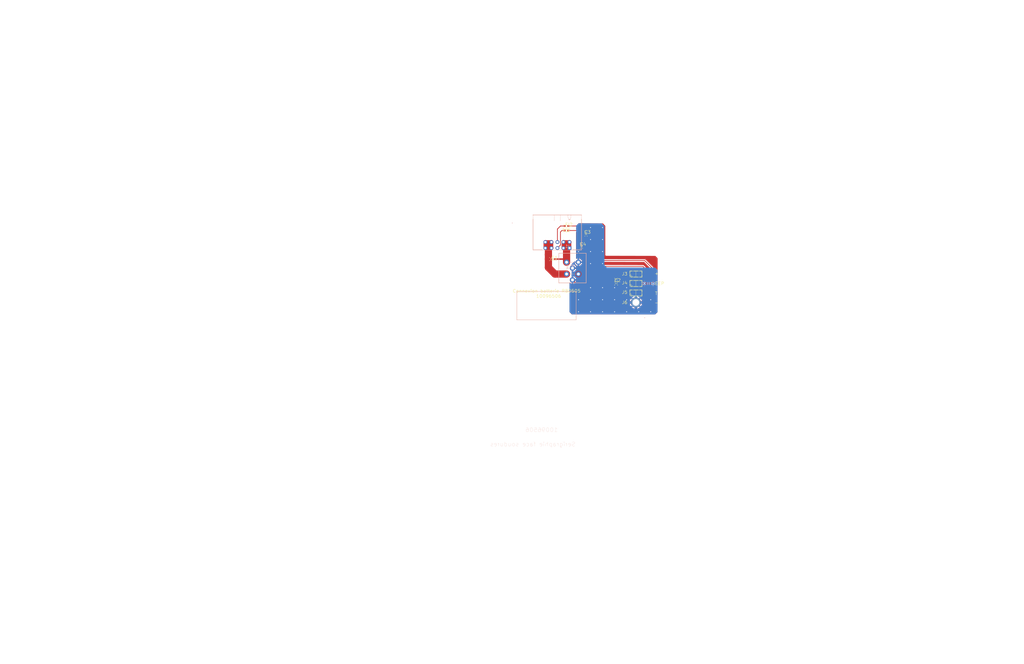
<source format=kicad_pcb>
(kicad_pcb (version 20171130) (host pcbnew "(5.1.5)-3")

  (general
    (thickness 1.6)
    (drawings 77)
    (tracks 142)
    (zones 0)
    (modules 76)
    (nets 9)
  )

  (page A4)
  (layers
    (0 F.Cu signal)
    (31 B.Cu signal)
    (32 B.Adhes user)
    (33 F.Adhes user)
    (34 B.Paste user)
    (35 F.Paste user)
    (36 B.SilkS user)
    (37 F.SilkS user)
    (38 B.Mask user)
    (39 F.Mask user)
    (40 Dwgs.User user)
    (41 Cmts.User user)
    (42 Eco1.User user)
    (43 Eco2.User user)
    (44 Edge.Cuts user)
    (45 Margin user)
    (46 B.CrtYd user)
    (47 F.CrtYd user)
    (48 B.Fab user)
    (49 F.Fab user)
  )

  (setup
    (last_trace_width 0.25)
    (trace_clearance 0.2)
    (zone_clearance 0.508)
    (zone_45_only no)
    (trace_min 0.2)
    (via_size 0.8)
    (via_drill 0.4)
    (via_min_size 0.4)
    (via_min_drill 0.3)
    (uvia_size 0.3)
    (uvia_drill 0.1)
    (uvias_allowed no)
    (uvia_min_size 0.2)
    (uvia_min_drill 0.1)
    (edge_width 0.05)
    (segment_width 0.2)
    (pcb_text_width 0.3)
    (pcb_text_size 1.5 1.5)
    (mod_edge_width 0.12)
    (mod_text_size 1 1)
    (mod_text_width 0.15)
    (pad_size 1.524 1.524)
    (pad_drill 0.762)
    (pad_to_mask_clearance 0.051)
    (solder_mask_min_width 0.25)
    (aux_axis_origin 0 0)
    (visible_elements FFFFFF7F)
    (pcbplotparams
      (layerselection 0x010fc_ffffffff)
      (usegerberextensions false)
      (usegerberattributes false)
      (usegerberadvancedattributes false)
      (creategerberjobfile false)
      (excludeedgelayer true)
      (linewidth 0.100000)
      (plotframeref false)
      (viasonmask false)
      (mode 1)
      (useauxorigin false)
      (hpglpennumber 1)
      (hpglpenspeed 20)
      (hpglpendiameter 15.000000)
      (psnegative false)
      (psa4output false)
      (plotreference true)
      (plotvalue true)
      (plotinvisibletext false)
      (padsonsilk false)
      (subtractmaskfromsilk false)
      (outputformat 1)
      (mirror false)
      (drillshape 1)
      (scaleselection 1)
      (outputdirectory ""))
  )

  (net 0 "")
  (net 1 PSG)
  (net 2 EEPROM_BAT)
  (net 3 N$5)
  (net 4 N$4)
  (net 5 CG)
  (net 6 CB)
  (net 7 T)
  (net 8 B)

  (net_class Default "This is the default net class."
    (clearance 0.2)
    (trace_width 0.25)
    (via_dia 0.8)
    (via_drill 0.4)
    (uvia_dia 0.3)
    (uvia_drill 0.1)
    (add_net B)
    (add_net CB)
    (add_net CG)
    (add_net EEPROM_BAT)
    (add_net N$4)
    (add_net N$5)
    (add_net PSG)
    (add_net T)
  )

  (module "" (layer F.Cu) (tedit 0) (tstamp 0)
    (at 244.387 63.405)
    (fp_text reference "" (at 0 0) (layer F.SilkS)
      (effects (font (size 1.27 1.27) (thickness 0.15)))
    )
    (fp_text value "" (at 0 0) (layer F.SilkS)
      (effects (font (size 1.27 1.27) (thickness 0.15)))
    )
  )

  (module "" (layer F.Cu) (tedit 0) (tstamp 0)
    (at 265.72301 71.80499)
    (fp_text reference "" (at 0 0) (layer F.SilkS)
      (effects (font (size 1.27 1.27) (thickness 0.15)))
    )
    (fp_text value "" (at 0 0) (layer F.SilkS)
      (effects (font (size 1.27 1.27) (thickness 0.15)))
    )
  )

  (module "" (layer F.Cu) (tedit 0) (tstamp 0)
    (at 239.307 53.245)
    (fp_text reference "" (at 0 0) (layer F.SilkS)
      (effects (font (size 1.27 1.27) (thickness 0.15)))
    )
    (fp_text value "" (at 0 0) (layer F.SilkS)
      (effects (font (size 1.27 1.27) (thickness 0.15)))
    )
  )

  (module "" (layer F.Cu) (tedit 0) (tstamp 0)
    (at 262.04 71.80499)
    (fp_text reference "" (at 0 0) (layer F.SilkS)
      (effects (font (size 1.27 1.27) (thickness 0.15)))
    )
    (fp_text value "" (at 0 0) (layer F.SilkS)
      (effects (font (size 1.27 1.27) (thickness 0.15)))
    )
  )

  (module "" (layer F.Cu) (tedit 0) (tstamp 0)
    (at 234.227 78.64501)
    (fp_text reference "" (at 0 0) (layer F.SilkS)
      (effects (font (size 1.27 1.27) (thickness 0.15)))
    )
    (fp_text value "" (at 0 0) (layer F.SilkS)
      (effects (font (size 1.27 1.27) (thickness 0.15)))
    )
  )

  (module "" (layer F.Cu) (tedit 0) (tstamp 0)
    (at 258.44701 79.80499)
    (fp_text reference "" (at 0 0) (layer F.SilkS)
      (effects (font (size 1.27 1.27) (thickness 0.15)))
    )
    (fp_text value "" (at 0 0) (layer F.SilkS)
      (effects (font (size 1.27 1.27) (thickness 0.15)))
    )
  )

  (module "" (layer F.Cu) (tedit 0) (tstamp 0)
    (at 220.247 54.30499)
    (fp_text reference "" (at 0 0) (layer F.SilkS)
      (effects (font (size 1.27 1.27) (thickness 0.15)))
    )
    (fp_text value "" (at 0 0) (layer F.SilkS)
      (effects (font (size 1.27 1.27) (thickness 0.15)))
    )
  )

  (module "" (layer F.Cu) (tedit 0) (tstamp 0)
    (at 220.247 56.845)
    (fp_text reference "" (at 0 0) (layer F.SilkS)
      (effects (font (size 1.27 1.27) (thickness 0.15)))
    )
    (fp_text value "" (at 0 0) (layer F.SilkS)
      (effects (font (size 1.27 1.27) (thickness 0.15)))
    )
  )

  (module "" (layer F.Cu) (tedit 0) (tstamp 0)
    (at 222.78699 54.30499)
    (fp_text reference "" (at 0 0) (layer F.SilkS)
      (effects (font (size 1.27 1.27) (thickness 0.15)))
    )
    (fp_text value "" (at 0 0) (layer F.SilkS)
      (effects (font (size 1.27 1.27) (thickness 0.15)))
    )
  )

  (module "" (layer F.Cu) (tedit 0) (tstamp 0)
    (at 222.78699 56.845)
    (fp_text reference "" (at 0 0) (layer F.SilkS)
      (effects (font (size 1.27 1.27) (thickness 0.15)))
    )
    (fp_text value "" (at 0 0) (layer F.SilkS)
      (effects (font (size 1.27 1.27) (thickness 0.15)))
    )
  )

  (module "" (layer F.Cu) (tedit 0) (tstamp 0)
    (at 225.327 54.30499)
    (fp_text reference "" (at 0 0) (layer F.SilkS)
      (effects (font (size 1.27 1.27) (thickness 0.15)))
    )
    (fp_text value "" (at 0 0) (layer F.SilkS)
      (effects (font (size 1.27 1.27) (thickness 0.15)))
    )
  )

  (module "" (layer F.Cu) (tedit 0) (tstamp 0)
    (at 225.327 56.845)
    (fp_text reference "" (at 0 0) (layer F.SilkS)
      (effects (font (size 1.27 1.27) (thickness 0.15)))
    )
    (fp_text value "" (at 0 0) (layer F.SilkS)
      (effects (font (size 1.27 1.27) (thickness 0.15)))
    )
  )

  (module "" (layer F.Cu) (tedit 0) (tstamp 0)
    (at 227.86699 54.30499)
    (fp_text reference "" (at 0 0) (layer F.SilkS)
      (effects (font (size 1.27 1.27) (thickness 0.15)))
    )
    (fp_text value "" (at 0 0) (layer F.SilkS)
      (effects (font (size 1.27 1.27) (thickness 0.15)))
    )
  )

  (module "" (layer F.Cu) (tedit 0) (tstamp 0)
    (at 227.86699 56.845)
    (fp_text reference "" (at 0 0) (layer F.SilkS)
      (effects (font (size 1.27 1.27) (thickness 0.15)))
    )
    (fp_text value "" (at 0 0) (layer F.SilkS)
      (effects (font (size 1.27 1.27) (thickness 0.15)))
    )
  )

  (module "" (layer F.Cu) (tedit 0) (tstamp 0)
    (at 230.407 54.30499)
    (fp_text reference "" (at 0 0) (layer F.SilkS)
      (effects (font (size 1.27 1.27) (thickness 0.15)))
    )
    (fp_text value "" (at 0 0) (layer F.SilkS)
      (effects (font (size 1.27 1.27) (thickness 0.15)))
    )
  )

  (module "" (layer F.Cu) (tedit 0) (tstamp 0)
    (at 230.407 56.845)
    (fp_text reference "" (at 0 0) (layer F.SilkS)
      (effects (font (size 1.27 1.27) (thickness 0.15)))
    )
    (fp_text value "" (at 0 0) (layer F.SilkS)
      (effects (font (size 1.27 1.27) (thickness 0.15)))
    )
  )

  (module "" (layer F.Cu) (tedit 0) (tstamp 0)
    (at 229.187 62.81)
    (fp_text reference "" (at 0 0) (layer F.SilkS)
      (effects (font (size 1.27 1.27) (thickness 0.15)))
    )
    (fp_text value "" (at 0 0) (layer F.SilkS)
      (effects (font (size 1.27 1.27) (thickness 0.15)))
    )
  )

  (module "" (layer F.Cu) (tedit 0) (tstamp 0)
    (at 231.687 70.31)
    (fp_text reference "" (at 0 0) (layer F.SilkS)
      (effects (font (size 1.27 1.27) (thickness 0.15)))
    )
    (fp_text value "" (at 0 0) (layer F.SilkS)
      (effects (font (size 1.27 1.27) (thickness 0.15)))
    )
  )

  (module "" (layer F.Cu) (tedit 0) (tstamp 0)
    (at 231.687 65.31)
    (fp_text reference "" (at 0 0) (layer F.SilkS)
      (effects (font (size 1.27 1.27) (thickness 0.15)))
    )
    (fp_text value "" (at 0 0) (layer F.SilkS)
      (effects (font (size 1.27 1.27) (thickness 0.15)))
    )
  )

  (module "" (layer F.Cu) (tedit 0) (tstamp 0)
    (at 234.187 62.81)
    (fp_text reference "" (at 0 0) (layer F.SilkS)
      (effects (font (size 1.27 1.27) (thickness 0.15)))
    )
    (fp_text value "" (at 0 0) (layer F.SilkS)
      (effects (font (size 1.27 1.27) (thickness 0.15)))
    )
  )

  (module "" (layer F.Cu) (tedit 0) (tstamp 0)
    (at 234.187 67.81)
    (fp_text reference "" (at 0 0) (layer F.SilkS)
      (effects (font (size 1.27 1.27) (thickness 0.15)))
    )
    (fp_text value "" (at 0 0) (layer F.SilkS)
      (effects (font (size 1.27 1.27) (thickness 0.15)))
    )
  )

  (module "" (layer F.Cu) (tedit 0) (tstamp 0)
    (at 229.187 67.81)
    (fp_text reference "" (at 0 0) (layer F.SilkS)
      (effects (font (size 1.27 1.27) (thickness 0.15)))
    )
    (fp_text value "" (at 0 0) (layer F.SilkS)
      (effects (font (size 1.27 1.27) (thickness 0.15)))
    )
  )

  (module "" (layer F.Cu) (tedit 0) (tstamp 0)
    (at 234.227 83.72499)
    (fp_text reference "" (at 0 0) (layer F.SilkS)
      (effects (font (size 1.27 1.27) (thickness 0.15)))
    )
    (fp_text value "" (at 0 0) (layer F.SilkS)
      (effects (font (size 1.27 1.27) (thickness 0.15)))
    )
  )

  (module "" (layer F.Cu) (tedit 0) (tstamp 0)
    (at 254.54699 78.64501)
    (fp_text reference "" (at 0 0) (layer F.SilkS)
      (effects (font (size 1.27 1.27) (thickness 0.15)))
    )
    (fp_text value "" (at 0 0) (layer F.SilkS)
      (effects (font (size 1.27 1.27) (thickness 0.15)))
    )
  )

  (module "" (layer F.Cu) (tedit 0) (tstamp 0)
    (at 254.54699 73.565)
    (fp_text reference "" (at 0 0) (layer F.SilkS)
      (effects (font (size 1.27 1.27) (thickness 0.15)))
    )
    (fp_text value "" (at 0 0) (layer F.SilkS)
      (effects (font (size 1.27 1.27) (thickness 0.15)))
    )
  )

  (module "" (layer F.Cu) (tedit 0) (tstamp 0)
    (at 249.467 73.565)
    (fp_text reference "" (at 0 0) (layer F.SilkS)
      (effects (font (size 1.27 1.27) (thickness 0.15)))
    )
    (fp_text value "" (at 0 0) (layer F.SilkS)
      (effects (font (size 1.27 1.27) (thickness 0.15)))
    )
  )

  (module "" (layer F.Cu) (tedit 0) (tstamp 0)
    (at 244.387 73.565)
    (fp_text reference "" (at 0 0) (layer F.SilkS)
      (effects (font (size 1.27 1.27) (thickness 0.15)))
    )
    (fp_text value "" (at 0 0) (layer F.SilkS)
      (effects (font (size 1.27 1.27) (thickness 0.15)))
    )
  )

  (module "" (layer F.Cu) (tedit 0) (tstamp 0)
    (at 239.307 73.565)
    (fp_text reference "" (at 0 0) (layer F.SilkS)
      (effects (font (size 1.27 1.27) (thickness 0.15)))
    )
    (fp_text value "" (at 0 0) (layer F.SilkS)
      (effects (font (size 1.27 1.27) (thickness 0.15)))
    )
  )

  (module "" (layer F.Cu) (tedit 0) (tstamp 0)
    (at 244.387 78.64501)
    (fp_text reference "" (at 0 0) (layer F.SilkS)
      (effects (font (size 1.27 1.27) (thickness 0.15)))
    )
    (fp_text value "" (at 0 0) (layer F.SilkS)
      (effects (font (size 1.27 1.27) (thickness 0.15)))
    )
  )

  (module "" (layer F.Cu) (tedit 0) (tstamp 0)
    (at 239.307 78.64501)
    (fp_text reference "" (at 0 0) (layer F.SilkS)
      (effects (font (size 1.27 1.27) (thickness 0.15)))
    )
    (fp_text value "" (at 0 0) (layer F.SilkS)
      (effects (font (size 1.27 1.27) (thickness 0.15)))
    )
  )

  (module "" (layer F.Cu) (tedit 0) (tstamp 0)
    (at 244.387 83.72499)
    (fp_text reference "" (at 0 0) (layer F.SilkS)
      (effects (font (size 1.27 1.27) (thickness 0.15)))
    )
    (fp_text value "" (at 0 0) (layer F.SilkS)
      (effects (font (size 1.27 1.27) (thickness 0.15)))
    )
  )

  (module "" (layer F.Cu) (tedit 0) (tstamp 0)
    (at 239.307 83.72499)
    (fp_text reference "" (at 0 0) (layer F.SilkS)
      (effects (font (size 1.27 1.27) (thickness 0.15)))
    )
    (fp_text value "" (at 0 0) (layer F.SilkS)
      (effects (font (size 1.27 1.27) (thickness 0.15)))
    )
  )

  (module "" (layer F.Cu) (tedit 0) (tstamp 0)
    (at 249.467 78.64501)
    (fp_text reference "" (at 0 0) (layer F.SilkS)
      (effects (font (size 1.27 1.27) (thickness 0.15)))
    )
    (fp_text value "" (at 0 0) (layer F.SilkS)
      (effects (font (size 1.27 1.27) (thickness 0.15)))
    )
  )

  (module "" (layer F.Cu) (tedit 0) (tstamp 0)
    (at 249.467 83.72499)
    (fp_text reference "" (at 0 0) (layer F.SilkS)
      (effects (font (size 1.27 1.27) (thickness 0.15)))
    )
    (fp_text value "" (at 0 0) (layer F.SilkS)
      (effects (font (size 1.27 1.27) (thickness 0.15)))
    )
  )

  (module "" (layer F.Cu) (tedit 0) (tstamp 0)
    (at 254.54699 83.72499)
    (fp_text reference "" (at 0 0) (layer F.SilkS)
      (effects (font (size 1.27 1.27) (thickness 0.15)))
    )
    (fp_text value "" (at 0 0) (layer F.SilkS)
      (effects (font (size 1.27 1.27) (thickness 0.15)))
    )
  )

  (module "" (layer F.Cu) (tedit 0) (tstamp 0)
    (at 259.627 83.72499)
    (fp_text reference "" (at 0 0) (layer F.SilkS)
      (effects (font (size 1.27 1.27) (thickness 0.15)))
    )
    (fp_text value "" (at 0 0) (layer F.SilkS)
      (effects (font (size 1.27 1.27) (thickness 0.15)))
    )
  )

  (module "" (layer F.Cu) (tedit 0) (tstamp 0)
    (at 264.70699 83.72499)
    (fp_text reference "" (at 0 0) (layer F.SilkS)
      (effects (font (size 1.27 1.27) (thickness 0.15)))
    )
    (fp_text value "" (at 0 0) (layer F.SilkS)
      (effects (font (size 1.27 1.27) (thickness 0.15)))
    )
  )

  (module "" (layer F.Cu) (tedit 0) (tstamp 0)
    (at 264.70699 78.64501)
    (fp_text reference "" (at 0 0) (layer F.SilkS)
      (effects (font (size 1.27 1.27) (thickness 0.15)))
    )
    (fp_text value "" (at 0 0) (layer F.SilkS)
      (effects (font (size 1.27 1.27) (thickness 0.15)))
    )
  )

  (module "" (layer F.Cu) (tedit 0) (tstamp 0)
    (at 244.387 58.325)
    (fp_text reference "" (at 0 0) (layer F.SilkS)
      (effects (font (size 1.27 1.27) (thickness 0.15)))
    )
    (fp_text value "" (at 0 0) (layer F.SilkS)
      (effects (font (size 1.27 1.27) (thickness 0.15)))
    )
  )

  (module "" (layer F.Cu) (tedit 0) (tstamp 0)
    (at 239.307 63.405)
    (fp_text reference "" (at 0 0) (layer F.SilkS)
      (effects (font (size 1.27 1.27) (thickness 0.15)))
    )
    (fp_text value "" (at 0 0) (layer F.SilkS)
      (effects (font (size 1.27 1.27) (thickness 0.15)))
    )
  )

  (module "" (layer F.Cu) (tedit 0) (tstamp 0)
    (at 244.387 53.245)
    (fp_text reference "" (at 0 0) (layer F.SilkS)
      (effects (font (size 1.27 1.27) (thickness 0.15)))
    )
    (fp_text value "" (at 0 0) (layer F.SilkS)
      (effects (font (size 1.27 1.27) (thickness 0.15)))
    )
  )

  (module "" (layer F.Cu) (tedit 0) (tstamp 0)
    (at 244.387 48.16499)
    (fp_text reference "" (at 0 0) (layer F.SilkS)
      (effects (font (size 1.27 1.27) (thickness 0.15)))
    )
    (fp_text value "" (at 0 0) (layer F.SilkS)
      (effects (font (size 1.27 1.27) (thickness 0.15)))
    )
  )

  (module "" (layer F.Cu) (tedit 0) (tstamp 0)
    (at 239.307 48.16499)
    (fp_text reference "" (at 0 0) (layer F.SilkS)
      (effects (font (size 1.27 1.27) (thickness 0.15)))
    )
    (fp_text value "" (at 0 0) (layer F.SilkS)
      (effects (font (size 1.27 1.27) (thickness 0.15)))
    )
  )

  (module "" (layer F.Cu) (tedit 0) (tstamp 0)
    (at 234.227 58.325)
    (fp_text reference "" (at 0 0) (layer F.SilkS)
      (effects (font (size 1.27 1.27) (thickness 0.15)))
    )
    (fp_text value "" (at 0 0) (layer F.SilkS)
      (effects (font (size 1.27 1.27) (thickness 0.15)))
    )
  )

  (module "" (layer F.Cu) (tedit 0) (tstamp 0)
    (at 239.307 58.325)
    (fp_text reference "" (at 0 0) (layer F.SilkS)
      (effects (font (size 1.27 1.27) (thickness 0.15)))
    )
    (fp_text value "" (at 0 0) (layer F.SilkS)
      (effects (font (size 1.27 1.27) (thickness 0.15)))
    )
  )

  (module "" (layer F.Cu) (tedit 0) (tstamp 0)
    (at 100.5595 157.7025)
    (fp_text reference "" (at 0 0) (layer F.SilkS)
      (effects (font (size 1.27 1.27) (thickness 0.15)))
    )
    (fp_text value "" (at 0 0) (layer F.SilkS)
      (effects (font (size 1.27 1.27) (thickness 0.15)))
    )
  )

  (module "" (layer F.Cu) (tedit 0) (tstamp 0)
    (at 100.5595 152.94)
    (fp_text reference "" (at 0 0) (layer F.SilkS)
      (effects (font (size 1.27 1.27) (thickness 0.15)))
    )
    (fp_text value "" (at 0 0) (layer F.SilkS)
      (effects (font (size 1.27 1.27) (thickness 0.15)))
    )
  )

  (module "" (layer F.Cu) (tedit 0) (tstamp 0)
    (at 100.5595 147.86)
    (fp_text reference "" (at 0 0) (layer F.SilkS)
      (effects (font (size 1.27 1.27) (thickness 0.15)))
    )
    (fp_text value "" (at 0 0) (layer F.SilkS)
      (effects (font (size 1.27 1.27) (thickness 0.15)))
    )
  )

  (module "" (layer F.Cu) (tedit 0) (tstamp 0)
    (at 100.5595 142.78)
    (fp_text reference "" (at 0 0) (layer F.SilkS)
      (effects (font (size 1.27 1.27) (thickness 0.15)))
    )
    (fp_text value "" (at 0 0) (layer F.SilkS)
      (effects (font (size 1.27 1.27) (thickness 0.15)))
    )
  )

  (module FEE_COMP_1 (layer B.Cu) (tedit 0) (tstamp 0)
    (at 210.73198 54.134)
    (attr smd)
    (fp_text reference CAM16 (at -2.54 -1.016 unlocked) (layer B.SilkS) hide
      (effects (font (size 1.332992 1.40208) (thickness 0.254)) (justify mirror))
    )
    (fp_text value FEE_COMP (at -4.064 -1.016 unlocked) (layer B.SilkS) hide
      (effects (font (size 1.332992 1.40208) (thickness 0.254)) (justify mirror))
    )
  )

  (module PERCAGE-MC_TABLEAU_1 (layer F.Cu) (tedit 0) (tstamp 0)
    (at 93.9667 123.61092)
    (attr smd)
    (fp_text reference CAM14 (at 2.54 -1.016 unlocked) (layer F.SilkS) hide
      (effects (font (size 1.332992 1.40208) (thickness 0.254)))
    )
    (fp_text value PERCAGE-MC_TABLEAU (at 9.144 -1.016 unlocked) (layer F.SilkS) hide
      (effects (font (size 1.332992 1.40208) (thickness 0.254)))
    )
    (fp_line (start 25.4 16.51) (end 25.4 3.81) (layer Dwgs.User) (width 0.25))
    (fp_line (start 0 21.59) (end 50.8 21.59) (layer Dwgs.User) (width 0.25))
    (fp_line (start 0 3.81) (end 0 -2.54) (layer Dwgs.User) (width 0.25))
    (fp_line (start 38.1 16.51) (end 38.1 11.43) (layer Dwgs.User) (width 0.25))
    (fp_line (start 0 16.51) (end 50.8 16.51) (layer Dwgs.User) (width 0.25))
    (fp_line (start 50.8 3.81) (end 50.8 -2.54) (layer Dwgs.User) (width 0.25))
    (fp_line (start 50.8 36.83) (end 50.8 16.51) (layer Dwgs.User) (width 0.25))
    (fp_line (start 0 -2.54) (end 50.8 -2.54) (layer Dwgs.User) (width 0.25))
    (fp_line (start 0 11.43) (end 50.8 11.43) (layer Dwgs.User) (width 0.25))
    (fp_line (start 50.8 11.43) (end 50.8 3.81) (layer Dwgs.User) (width 0.25))
    (fp_line (start 50.8 16.51) (end 50.8 11.43) (layer Dwgs.User) (width 0.25))
    (fp_line (start 0 11.43) (end 0 3.81) (layer Dwgs.User) (width 0.25))
    (fp_line (start 0 3.81) (end 50.8 3.81) (layer Dwgs.User) (width 0.25))
    (fp_line (start 12.7 36.83) (end 12.7 16.51) (layer Dwgs.User) (width 0.25))
    (fp_line (start 25.4 36.83) (end 25.4 16.51) (layer Dwgs.User) (width 0.25))
    (fp_line (start 0 36.83) (end 50.8 36.83) (layer Dwgs.User) (width 0.25))
    (fp_line (start 12.7 16.51) (end 12.7 11.43) (layer Dwgs.User) (width 0.25))
    (fp_line (start 0 16.51) (end 0 11.43) (layer Dwgs.User) (width 0.25))
    (fp_line (start 0 31.75) (end 50.8 31.75) (layer Dwgs.User) (width 0.25))
    (fp_line (start 0 36.83) (end 0 16.51) (layer Dwgs.User) (width 0.25))
    (fp_line (start 0 26.67) (end 50.8 26.67) (layer Dwgs.User) (width 0.25))
    (fp_line (start 38.1 36.83) (end 38.1 16.51) (layer Dwgs.User) (width 0.25))
  )

  (module FABRICATION-FEE_1 (layer F.Cu) (tedit 0) (tstamp 0)
    (at 93.889 0.01)
    (attr smd)
    (fp_text reference CAM12 (at 2.54 -1.016 unlocked) (layer F.SilkS) hide
      (effects (font (size 1.332992 1.40208) (thickness 0.254)))
    )
    (fp_text value FABRICATION-FEE (at 7.62 -1.016 unlocked) (layer F.SilkS) hide
      (effects (font (size 1.332992 1.40208) (thickness 0.254)))
    )
    (fp_line (start 0.635 26.67) (end 0.635 20.32) (layer Dwgs.User) (width 0.2))
    (fp_line (start 0.635 106.045) (end 50.165 106.045) (layer Dwgs.User) (width 0.2))
    (fp_line (start 0.635 64.77) (end 50.165 64.77) (layer Dwgs.User) (width 0.2))
    (fp_line (start 0.635 20.32) (end 46.355 20.32) (layer Dwgs.User) (width 0.2))
    (fp_line (start 50.165 33.02) (end 50.165 26.67) (layer Dwgs.User) (width 0.2))
    (fp_line (start 36.83 64.77) (end 36.83 58.42) (layer Dwgs.User) (width 0.2))
    (fp_line (start 0.635 99.695) (end 46.355 99.695) (layer Dwgs.User) (width 0.2))
    (fp_line (start 50.165 80.645) (end 50.165 71.12) (layer Dwgs.User) (width 0.2))
    (fp_line (start 0.635 64.77) (end 0.635 58.42) (layer Dwgs.User) (width 0.2))
    (fp_line (start 0.635 64.77) (end 46.355 64.77) (layer Dwgs.User) (width 0.2))
    (fp_line (start 36.83 99.695) (end 36.83 93.345) (layer Dwgs.User) (width 0.2))
    (fp_line (start 50.165 112.395) (end 50.165 106.045) (layer Dwgs.User) (width 0.2))
    (fp_line (start 0.635 112.395) (end 0.635 106.045) (layer Dwgs.User) (width 0.2))
    (fp_line (start 0.635 20.32) (end 50.165 20.32) (layer Dwgs.User) (width 0.2))
    (fp_line (start 23.495 112.395) (end 23.495 7.62) (layer Dwgs.User) (width 0.2))
    (fp_line (start 41.275 20.32) (end 41.275 13.97) (layer Dwgs.User) (width 0.2))
    (fp_line (start 0.635 7.62) (end 0.635 0.635) (layer Dwgs.User) (width 0.2))
    (fp_line (start 0.635 33.02) (end 0.635 26.67) (layer Dwgs.User) (width 0.2))
    (fp_line (start 0.635 99.695) (end 50.165 99.695) (layer Dwgs.User) (width 0.2))
    (fp_line (start 0.635 71.12) (end 50.165 71.12) (layer Dwgs.User) (width 0.2))
    (fp_line (start 0.635 13.97) (end 46.355 13.97) (layer Dwgs.User) (width 0.2))
    (fp_line (start 23.495 74.295) (end 50.165 74.295) (layer Dwgs.User) (width 0.2))
    (fp_line (start 50.165 52.07) (end 50.165 45.72) (layer Dwgs.User) (width 0.2))
    (fp_line (start 36.83 13.97) (end 36.83 7.62) (layer Dwgs.User) (width 0.2))
    (fp_line (start 50.165 26.67) (end 50.165 20.32) (layer Dwgs.User) (width 0.2))
    (fp_line (start 36.83 71.12) (end 36.83 64.77) (layer Dwgs.User) (width 0.2))
    (fp_line (start 0.635 93.345) (end 46.355 93.345) (layer Dwgs.User) (width 0.2))
    (fp_line (start 30.1625 64.77) (end 30.1625 58.42) (layer Dwgs.User) (width 0.2))
    (fp_line (start 0.635 58.42) (end 0.635 52.07) (layer Dwgs.User) (width 0.2))
    (fp_line (start 0.635 71.12) (end 46.355 71.12) (layer Dwgs.User) (width 0.2))
    (fp_line (start 36.83 93.345) (end 36.83 86.995) (layer Dwgs.User) (width 0.2))
    (fp_line (start 50.165 106.045) (end 50.165 99.695) (layer Dwgs.User) (width 0.2))
    (fp_line (start 0.635 13.97) (end 50.165 13.97) (layer Dwgs.User) (width 0.2))
    (fp_line (start 23.495 77.47) (end 50.165 77.47) (layer Dwgs.User) (width 0.2))
    (fp_line (start 31.115 86.995) (end 31.115 80.645) (layer Dwgs.User) (width 0.2))
    (fp_line (start 50.165 86.995) (end 50.165 80.645) (layer Dwgs.User) (width 0.2))
    (fp_line (start 0.635 39.37) (end 0.635 33.02) (layer Dwgs.User) (width 0.2))
    (fp_line (start 0.635 93.345) (end 50.165 93.345) (layer Dwgs.User) (width 0.2))
    (fp_line (start 40.005 80.645) (end 40.005 71.12) (layer Dwgs.User) (width 0.2))
    (fp_line (start 50.165 7.62) (end 50.165 0.635) (layer Dwgs.User) (width 0.2))
    (fp_line (start 50.165 20.32) (end 50.165 13.97) (layer Dwgs.User) (width 0.2))
    (fp_line (start 50.8 113.03) (end 50.8 0) (layer Dwgs.User) (width 0.2))
    (fp_line (start 0.635 86.995) (end 46.355 86.995) (layer Dwgs.User) (width 0.2))
    (fp_line (start 50.165 58.42) (end 50.165 52.07) (layer Dwgs.User) (width 0.2))
    (fp_line (start 30.1625 71.12) (end 30.1625 64.77) (layer Dwgs.User) (width 0.2))
    (fp_line (start 0.635 80.645) (end 50.165 80.645) (layer Dwgs.User) (width 0.2))
    (fp_line (start 0.635 52.07) (end 0.635 45.72) (layer Dwgs.User) (width 0.2))
    (fp_line (start 0 0) (end 50.8 0) (layer Dwgs.User) (width 0.2))
    (fp_line (start 50.165 99.695) (end 50.165 93.345) (layer Dwgs.User) (width 0.2))
    (fp_line (start 0.635 7.62) (end 50.165 7.62) (layer Dwgs.User) (width 0.2))
    (fp_line (start 0.635 6.985) (end 50.165 6.985) (layer Dwgs.User) (width 0.2))
    (fp_line (start 0.635 0.635) (end 50.165 0.635) (layer Dwgs.User) (width 0.2))
    (fp_line (start 38.735 86.995) (end 38.735 80.645) (layer Dwgs.User) (width 0.2))
    (fp_line (start 50.165 93.345) (end 50.165 86.995) (layer Dwgs.User) (width 0.2))
    (fp_line (start 0.635 45.72) (end 0.635 39.37) (layer Dwgs.User) (width 0.2))
    (fp_line (start 0.635 86.995) (end 50.165 86.995) (layer Dwgs.User) (width 0.2))
    (fp_line (start 30.1625 80.645) (end 30.1625 71.12) (layer Dwgs.User) (width 0.2))
    (fp_line (start 0.635 80.645) (end 46.355 80.645) (layer Dwgs.User) (width 0.2))
    (fp_line (start 50.165 13.97) (end 50.165 7.62) (layer Dwgs.User) (width 0.2))
    (fp_line (start 0.635 45.72) (end 46.355 45.72) (layer Dwgs.User) (width 0.2))
    (fp_line (start 29.21 42.545) (end 50.165 42.545) (layer Dwgs.User) (width 0.2))
    (fp_line (start 0.635 93.345) (end 0.635 86.995) (layer Dwgs.User) (width 0.2))
    (fp_line (start 0.635 39.37) (end 50.165 39.37) (layer Dwgs.User) (width 0.2))
    (fp_line (start 0.635 13.97) (end 0.635 7.62) (layer Dwgs.User) (width 0.2))
    (fp_line (start 40.005 45.72) (end 40.005 39.37) (layer Dwgs.User) (width 0.2))
    (fp_line (start 0.635 52.07) (end 50.165 52.07) (layer Dwgs.User) (width 0.2))
    (fp_line (start 0.635 33.02) (end 46.355 33.02) (layer Dwgs.User) (width 0.2))
    (fp_line (start 50.165 45.72) (end 50.165 39.37) (layer Dwgs.User) (width 0.2))
    (fp_line (start 50.165 64.77) (end 50.165 58.42) (layer Dwgs.User) (width 0.2))
    (fp_line (start 0.635 80.645) (end 0.635 71.12) (layer Dwgs.User) (width 0.2))
    (fp_line (start 0.635 52.07) (end 46.355 52.07) (layer Dwgs.User) (width 0.2))
    (fp_line (start 29.21 45.72) (end 29.21 39.37) (layer Dwgs.User) (width 0.2))
    (fp_line (start 0.635 99.695) (end 0.635 93.345) (layer Dwgs.User) (width 0.2))
    (fp_line (start 0.635 33.02) (end 50.165 33.02) (layer Dwgs.User) (width 0.2))
    (fp_line (start 0.635 45.72) (end 50.165 45.72) (layer Dwgs.User) (width 0.2))
    (fp_line (start 0.635 86.995) (end 0.635 80.645) (layer Dwgs.User) (width 0.2))
    (fp_line (start 0 113.03) (end 50.8 113.03) (layer Dwgs.User) (width 0.2))
    (fp_line (start 0.635 20.32) (end 0.635 13.97) (layer Dwgs.User) (width 0.2))
    (fp_line (start 0.635 112.395) (end 50.165 112.395) (layer Dwgs.User) (width 0.2))
    (fp_line (start 0 113.03) (end 0 0) (layer Dwgs.User) (width 0.2))
    (fp_line (start 0.635 58.42) (end 50.165 58.42) (layer Dwgs.User) (width 0.2))
    (fp_line (start 0.635 26.67) (end 46.355 26.67) (layer Dwgs.User) (width 0.2))
    (fp_line (start 50.165 39.37) (end 50.165 33.02) (layer Dwgs.User) (width 0.2))
    (fp_line (start 50.165 71.12) (end 50.165 64.77) (layer Dwgs.User) (width 0.2))
    (fp_line (start 0.635 71.12) (end 0.635 64.77) (layer Dwgs.User) (width 0.2))
    (fp_line (start 0.635 58.42) (end 46.355 58.42) (layer Dwgs.User) (width 0.2))
    (fp_line (start 32.385 20.32) (end 32.385 13.97) (layer Dwgs.User) (width 0.2))
    (fp_line (start 0.635 106.045) (end 0.635 99.695) (layer Dwgs.User) (width 0.2))
    (fp_line (start 0.635 26.67) (end 50.165 26.67) (layer Dwgs.User) (width 0.2))
    (fp_line (start 0.635 39.37) (end 46.355 39.37) (layer Dwgs.User) (width 0.2))
  )

  (module FEE_COMP_2 (layer F.Cu) (tedit 0) (tstamp 0)
    (at 206.15999 54.134)
    (attr smd)
    (fp_text reference CAM11 (at 2.54 -1.016 unlocked) (layer F.SilkS) hide
      (effects (font (size 1.332992 1.40208) (thickness 0.254)))
    )
    (fp_text value FEE_COMP (at 4.064 -1.016 unlocked) (layer F.SilkS) hide
      (effects (font (size 1.332992 1.40208) (thickness 0.254)))
    )
    (fp_line (start -0.3424 -2.43652) (end 0.15957 -2.50706) (layer Dwgs.User) (width 0.00003))
    (fp_line (start 2.35989 -0.47345) (end 3.44105 -0.62538) (layer Dwgs.User) (width 0.00003))
    (fp_line (start 1.8203 -0.49605) (end 3.36481 -0.7131) (layer Dwgs.User) (width 0.03))
    (fp_line (start 2.72305 -0.13073) (end 4.07449 -0.32065) (layer Dwgs.User) (width 0.00003))
    (fp_line (start 2.42006 -1.13159) (end 3.28885 -1.25368) (layer Dwgs.User) (width 0.03))
    (fp_line (start 2.40378 -1.24743) (end 3.48494 -1.39936) (layer Dwgs.User) (width 0.03))
    (fp_line (start 3.71468 -0.91977) (end 3.98496 -0.95775) (layer Dwgs.User) (width 0.00003))
    (fp_line (start 3.6984 -1.03561) (end 4.10383 -1.09258) (layer Dwgs.User) (width 0.00003))
    (fp_line (start 2.32239 -1.82662) (end 3.40355 -1.97855) (layer Dwgs.User) (width 0.03))
    (fp_line (start 2.30611 -1.94246) (end 3.38727 -2.09439) (layer Dwgs.User) (width 0.03))
    (fp_line (start 3.84749 -1.64719) (end 4.02244 -1.67177) (layer Dwgs.User) (width 0.00003))
    (fp_line (start 3.83121 -1.76302) (end 3.9821 -1.78423) (layer Dwgs.User) (width 0.00003))
    (fp_line (start 1.55442 -2.38808) (end 3.3113 -2.63497) (layer Dwgs.User) (width 0.03))
    (fp_line (start 1.67582 -3.31077) (end 2.588 -3.43895) (layer Dwgs.User) (width 0.00003))
    (fp_line (start 3.69671 -2.29538) (end 3.90614 -2.32481) (layer Dwgs.User) (width 0.00003))
    (fp_line (start 1.22154 -3.91631) (end 2.76605 -4.13335) (layer Dwgs.User) (width 0.00003))
    (fp_line (start 1.41688 -2.52625) (end 4.23561 -2.92236) (layer Dwgs.User) (width 0.00003))
    (fp_line (start 1.50989 -3.09057) (end 4.15964 -3.46294) (layer Dwgs.User) (width 0.00003))
    (fp_line (start -0.3424 -2.43652) (end -0.2176 -1.54843) (layer Dwgs.User) (width 0.00003))
    (fp_arc (start 3.38536 -2.32922) (end 3.550392 -2.063051) (angle -52) (layer Dwgs.User) (width 0.00003))
    (fp_arc (start 3.9844 -0.63283) (end 4.074505 -0.320654) (angle -163.8) (layer Dwgs.User) (width 0.00003))
    (fp_arc (start 3.33212 -0.98413) (end 3.364917 -0.713107) (angle -182.2) (layer Dwgs.User) (width 0.03))
    (fp_arc (start 3.54184 -1.77372) (end 3.831216 -1.763109) (angle -90.4) (layer Dwgs.User) (width 0.00003))
    (fp_arc (start 4.06578 -1.38255) (end 4.103952 -1.092602) (angle -181) (layer Dwgs.User) (width 0.00003))
    (fp_arc (start 3.44558 -1.68915) (end 3.484763 -1.399347) (angle -180.5) (layer Dwgs.User) (width 0.03))
    (fp_arc (start 3.94578 -2.05475) (end 3.981879 -1.784198) (angle -180.7) (layer Dwgs.User) (width 0.00003))
    (fp_arc (start 3.33197 -2.36225) (end 3.387432 -2.094433) (angle -172.7) (layer Dwgs.User) (width 0.03))
    (fp_arc (start 4.2027 -3.19337) (end 4.235496 -2.922357) (angle -182.2) (layer Dwgs.User) (width 0.00003))
    (fp_arc (start 1.66982 -0.76574) (end 1.42708 -1.050959) (angle -107.9) (layer Dwgs.User) (width 0.00003))
    (fp_arc (start 1.64564 -1.4362) (end 1.329372 -1.745913) (angle -104.9) (layer Dwgs.User) (width 0.00003))
    (fp_arc (start 1.17794 -1.84261) (end -0.21761 -1.548522) (angle -90) (layer Dwgs.User) (width 0.00003))
    (fp_arc (start 1.58843 -2.11214) (end 1.416896 -2.52626) (angle -122.2) (layer Dwgs.User) (width 0.00003))
    (fp_arc (start 1.76508 -0.76392) (end 1.744097 -1.036614) (angle -187.3) (layer Dwgs.User) (width 0.03))
    (fp_arc (start 1.39552 -2.68044) (end 1.221825 -3.916344) (angle -90) (layer Dwgs.User) (width 0.00003))
    (fp_arc (start 1.67439 -1.44024) (end 1.646842 -1.731671) (angle -185.1) (layer Dwgs.User) (width 0.03))
    (fp_arc (start 1.72346 -3.10225) (end 1.675709 -3.310742) (angle -80.3) (layer Dwgs.User) (width 0.00003))
    (fp_arc (start 2.71944 -0.49068) (end 2.35987 -0.473723) (angle -87.8) (layer Dwgs.User) (width 0.00003))
    (fp_arc (start 1.57356 -2.11514) (end 1.554474 -2.388083) (angle -188) (layer Dwgs.User) (width 0.03))
    (fp_arc (start 1.73589 -1.09451) (end 1.744333 -1.036633) (angle -179.4) (layer Dwgs.User) (width 0.03))
    (fp_arc (start 3.39631 -1.00566) (end 3.698379 -1.03581) (angle -62.4) (layer Dwgs.User) (width 0.00003))
    (fp_arc (start 2.40821 -1.18899) (end 2.403815 -1.247435) (angle -187.3) (layer Dwgs.User) (width 0.03))
    (fp_arc (start 1.63718 -1.7894) (end 1.646635 -1.731659) (angle -177.3) (layer Dwgs.User) (width 0.03))
    (fp_arc (start 2.31057 -1.88402) (end 2.306073 -1.942457) (angle -187.3) (layer Dwgs.User) (width 0.03))
    (fp_arc (start 2.76413 -3.90174) (end 2.986212 -3.967524) (angle -73.1) (layer Dwgs.User) (width 0.00003))
    (fp_arc (start 3.39309 -0.94432) (end 3.441318 -0.625426) (angle -77.1) (layer Dwgs.User) (width 0.00003))
    (fp_arc (start 3.42455 -1.70571) (end 3.509672 -1.287321) (angle -70.6) (layer Dwgs.User) (width 0.00003))
    (fp_arc (start 2.52124 -3.90355) (end 2.588186 -3.438979) (angle -89.6) (layer Dwgs.User) (width 0.00003))
  )

  (module A3_PER_COVIDIEN_1 (layer F.Cu) (tedit 0) (tstamp 0)
    (at 206.15999 92.74201)
    (attr smd)
    (fp_text reference CAM10 (at 2.54 -1.016 unlocked) (layer F.SilkS) hide
      (effects (font (size 1.332992 1.40208) (thickness 0.254)))
    )
    (fp_text value A3_PER_COVIDIEN (at 7.62 -1.016 unlocked) (layer F.SilkS) hide
      (effects (font (size 1.332992 1.40208) (thickness 0.254)))
    )
    (fp_line (start 206.5 80) (end 206.5 10.5) (layer Dwgs.User) (width 0.3))
    (fp_line (start 111 92.5) (end 116 92.5) (layer Dwgs.User) (width 0.00003))
    (fp_line (start 103.5 85) (end 108.5 85) (layer Dwgs.User) (width 0.00003))
    (fp_line (start 111 90) (end 113.5 90) (layer Dwgs.User) (width 0.00003))
    (fp_line (start 108.5 87.5) (end 108.5 85) (layer Dwgs.User) (width 0.00003))
    (fp_line (start -8 107.5) (end 7.5 107.5) (layer Dwgs.User) (width 0.1))
    (fp_line (start -206.5 130) (end -206.5 -130) (layer Dwgs.User) (width 0.5))
    (fp_line (start 66.5 -117) (end 206.5 -117) (layer Dwgs.User) (width 0.3))
    (fp_line (start 147.5 -110) (end 147.5 -123.5) (layer Dwgs.User) (width 0.3))
    (fp_line (start 113.5 90) (end 113.5 87.5) (layer Dwgs.User) (width 0.00003))
    (fp_line (start 111 87.5) (end 111 85) (layer Dwgs.User) (width 0.00003))
    (fp_line (start 206.5 22.5) (end 214.5 22.5) (layer Dwgs.User) (width 0.3))
    (fp_line (start 41 114) (end 98.5 114) (layer Dwgs.User) (width 0.3))
    (fp_line (start 0 -133) (end 0 -139.5) (layer Dwgs.User) (width 0.3))
    (fp_line (start 105 -130.5) (end 105 -140.4949) (layer Dwgs.User) (width 0.25))
    (fp_line (start -95.5 100) (end -33.5 100) (layer Dwgs.User) (width 0.3))
    (fp_line (start 116 92.5) (end 116 85) (layer Dwgs.User) (width 0.00003))
    (fp_line (start 206.5 130) (end 206.5 -130) (layer Dwgs.User) (width 0.5))
    (fp_line (start -6.5 110) (end 6 113.5) (layer Dwgs.User) (width 0.1))
    (fp_line (start -2.5 -133) (end 2.5 -133) (layer Dwgs.User) (width 0.3))
    (fp_line (start 214.5 80) (end 214.5 10.5) (layer Dwgs.User) (width 0.3))
    (fp_line (start 0 -130.5) (end 2.5 -133) (layer Dwgs.User) (width 0.3))
    (fp_line (start 111 85) (end 116 85) (layer Dwgs.User) (width 0.00003))
    (fp_line (start -33.5 130) (end -33.5 100) (layer Dwgs.User) (width 0.3))
    (fp_line (start 66.5 -110) (end 206.5 -110) (layer Dwgs.User) (width 0.3))
    (fp_line (start 105 139.3011) (end 105 130.5) (layer Dwgs.User) (width 0.25))
    (fp_line (start 181 130) (end 181 124) (layer Dwgs.User) (width 0.3))
    (fp_line (start 0 139.5) (end 0 133) (layer Dwgs.User) (width 0.3))
    (fp_line (start 66.5 -110) (end 66.5 -130) (layer Dwgs.User) (width 0.3))
    (fp_line (start -6.5 110) (end -6.5 105) (layer Dwgs.User) (width 0.1))
    (fp_line (start 177.5 -110) (end 177.5 -123.5) (layer Dwgs.User) (width 0.3))
    (fp_line (start 41 122) (end 98.5 122) (layer Dwgs.User) (width 0.3))
    (fp_line (start 206.5 -110) (end 206.5 -130) (layer Dwgs.User) (width 0.3))
    (fp_line (start -2.5 -133) (end 0 -130.5) (layer Dwgs.User) (width 0.3))
    (fp_line (start -206.5 130) (end 206.5 130) (layer Dwgs.User) (width 0.5))
    (fp_line (start -95.5 130) (end -95.5 100) (layer Dwgs.User) (width 0.3))
    (fp_line (start -2.5 133) (end 2.5 133) (layer Dwgs.User) (width 0.3))
    (fp_line (start -33.5 130) (end 206.5 130) (layer Dwgs.User) (width 0.5))
    (fp_line (start 0 130.5) (end 2.5 133) (layer Dwgs.User) (width 0.3))
    (fp_line (start -206.5 -130) (end 206.5 -130) (layer Dwgs.User) (width 0.5))
    (fp_line (start 209.5 -0.5) (end 216 -0.5) (layer Dwgs.User) (width 0.3))
    (fp_line (start -33.5 87.5) (end 13.5 87.5) (layer Dwgs.User) (width 0.3))
    (fp_line (start 206.5 130) (end 206.5 80) (layer Dwgs.User) (width 0.5))
    (fp_line (start 206.5 80) (end 214.5 80) (layer Dwgs.User) (width 0.3))
    (fp_line (start -10.5 107.5) (end -9 107.5) (layer Dwgs.User) (width 0.1))
    (fp_line (start 206.5 10.5) (end 214.5 10.5) (layer Dwgs.User) (width 0.3))
    (fp_line (start 77.5 -110) (end 77.5 -123.5) (layer Dwgs.User) (width 0.3))
    (fp_line (start 41 130) (end 41 80) (layer Dwgs.User) (width 0.3))
    (fp_line (start -33.5 130) (end -33.5 80) (layer Dwgs.User) (width 0.5))
    (fp_line (start 98.5 113) (end 206.5 113) (layer Dwgs.User) (width 0.3))
    (fp_line (start -209.5 -2.5) (end -207 0) (layer Dwgs.User) (width 0.3))
    (fp_line (start 207 -0.5) (end 209.5 -3) (layer Dwgs.User) (width 0.3))
    (fp_line (start -209.5 2.5) (end -207 0) (layer Dwgs.User) (width 0.3))
    (fp_line (start 209.5 2) (end 209.5 -3) (layer Dwgs.User) (width 0.3))
    (fp_line (start -105 -130.5) (end -105 -140.4949) (layer Dwgs.User) (width 0.25))
    (fp_line (start -26.5 107.5) (end -11.5 107.5) (layer Dwgs.User) (width 0.1))
    (fp_line (start -19 115) (end -19 100) (layer Dwgs.User) (width 0.1))
    (fp_line (start 207 -0.5) (end 209.5 2) (layer Dwgs.User) (width 0.3))
    (fp_line (start -216 0) (end -209.5 0) (layer Dwgs.User) (width 0.3))
    (fp_line (start -95.5 130) (end -33.5 130) (layer Dwgs.User) (width 0.3))
    (fp_line (start 123.5 124) (end 123.5 113) (layer Dwgs.User) (width 0.3))
    (fp_line (start 121 130) (end 121 124) (layer Dwgs.User) (width 0.3))
    (fp_line (start 41 98) (end 98.5 98) (layer Dwgs.User) (width 0.3))
    (fp_line (start 193.5 124) (end 193.5 113) (layer Dwgs.User) (width 0.3))
    (fp_line (start 13.5 112) (end 41 112) (layer Dwgs.User) (width 0.3))
    (fp_line (start 66.5 -130) (end 206.5 -130) (layer Dwgs.User) (width 0.3))
    (fp_line (start 108.5 124) (end 108.5 113) (layer Dwgs.User) (width 0.3))
    (fp_line (start 13.5 130) (end 13.5 80) (layer Dwgs.User) (width 0.3))
    (fp_line (start 78.5 130) (end 78.5 80) (layer Dwgs.User) (width 0.3))
    (fp_line (start 41 90) (end 98.5 90) (layer Dwgs.User) (width 0.3))
    (fp_line (start 98.5 130) (end 98.5 80) (layer Dwgs.User) (width 0.3))
    (fp_line (start -105 139) (end -105 130.1989) (layer Dwgs.User) (width 0.25))
    (fp_line (start 103.5 92.5) (end 108.5 92.5) (layer Dwgs.User) (width 0.00003))
    (fp_line (start 98.5 97) (end 206.5 97) (layer Dwgs.User) (width 0.3))
    (fp_line (start 27.5 130) (end 27.5 121) (layer Dwgs.User) (width 0.3))
    (fp_line (start 66.5 -123.5) (end 206.5 -123.5) (layer Dwgs.User) (width 0.3))
    (fp_line (start 103.5 92.5) (end 103.5 85) (layer Dwgs.User) (width 0.00003))
    (fp_line (start 98.5 124) (end 206.5 124) (layer Dwgs.User) (width 0.3))
    (fp_line (start 108.5 92.5) (end 108.5 90) (layer Dwgs.User) (width 0.00003))
    (fp_line (start 106 90) (end 108.5 90) (layer Dwgs.User) (width 0.00003))
    (fp_line (start 41 106) (end 98.5 106) (layer Dwgs.User) (width 0.3))
    (fp_line (start 13.5 121) (end 41 121) (layer Dwgs.User) (width 0.3))
    (fp_line (start 206.5 30) (end 214.5 30) (layer Dwgs.User) (width 0.3))
    (fp_line (start 6 113.5) (end 6 101.5) (layer Dwgs.User) (width 0.1))
    (fp_line (start -6.5 105) (end 6 101.5) (layer Dwgs.User) (width 0.1))
    (fp_line (start 13.5 103) (end 41 103) (layer Dwgs.User) (width 0.3))
    (fp_line (start -33.5 80) (end 206.5 80) (layer Dwgs.User) (width 0.5))
    (fp_line (start 111 92.5) (end 111 90) (layer Dwgs.User) (width 0.00003))
    (fp_line (start 106 87.5) (end 108.5 87.5) (layer Dwgs.User) (width 0.00003))
    (fp_circle (center -19 107.5) (end -13 107.5) (layer Dwgs.User) (width 0.1))
    (fp_circle (center -19 107.5) (end -16.5 107.5) (layer Dwgs.User) (width 0.1))
    (fp_circle (center -68 106.5) (end -67 106.5) (layer Dwgs.User) (width 0.1))
  )

  (module COIN_EXTERNE_1 (layer F.Cu) (tedit 0) (tstamp 0)
    (at 271.747 43.80499 270)
    (attr smd)
    (fp_text reference CAM9 (at -1.016 -2.032 unlocked) (layer F.SilkS) hide
      (effects (font (size 1.332992 1.40208) (thickness 0.254)))
    )
    (fp_text value COIN_EXTERNE (at -1.016 -6.096 unlocked) (layer F.SilkS) hide
      (effects (font (size 1.332992 1.40208) (thickness 0.254)))
    )
    (fp_line (start -1.905 -0.635) (end -0.635 -0.635) (layer Dwgs.User) (width 0.00003))
    (fp_line (start -0.635 -0.635) (end -0.635 -1.905) (layer Dwgs.User) (width 0.00003))
    (fp_line (start -1.905 0) (end -1.905 -0.635) (layer Dwgs.User) (width 0.00003))
    (fp_line (start 0 0) (end 0 -1.905) (layer Dwgs.User) (width 0.00003))
    (fp_line (start -0.635 -1.905) (end 0 -1.905) (layer Dwgs.User) (width 0.00003))
    (fp_line (start -1.905 0) (end 0 0) (layer Dwgs.User) (width 0.00003))
  )

  (module COIN_EXTERNE_1 (layer F.Cu) (tedit 0) (tstamp 0)
    (at 203.747 43.80499)
    (attr smd)
    (fp_text reference CAM8 (at 2.032 -1.016 unlocked) (layer F.SilkS) hide
      (effects (font (size 1.332992 1.40208) (thickness 0.254)))
    )
    (fp_text value COIN_EXTERNE (at 6.096 -1.016 unlocked) (layer F.SilkS) hide
      (effects (font (size 1.332992 1.40208) (thickness 0.254)))
    )
    (fp_line (start -1.905 -0.635) (end -0.635 -0.635) (layer Dwgs.User) (width 0.00003))
    (fp_line (start -0.635 -0.635) (end -0.635 -1.905) (layer Dwgs.User) (width 0.00003))
    (fp_line (start -1.905 0) (end -1.905 -0.635) (layer Dwgs.User) (width 0.00003))
    (fp_line (start 0 0) (end 0 -1.905) (layer Dwgs.User) (width 0.00003))
    (fp_line (start -0.635 -1.905) (end 0 -1.905) (layer Dwgs.User) (width 0.00003))
    (fp_line (start -1.905 0) (end 0 0) (layer Dwgs.User) (width 0.00003))
  )

  (module COIN_EXTERNE_1 (layer F.Cu) (tedit 0) (tstamp 0)
    (at 271.747 88.80499 180)
    (attr smd)
    (fp_text reference CAM7 (at -2.032 1.016 unlocked) (layer F.SilkS) hide
      (effects (font (size 1.332992 1.40208) (thickness 0.254)))
    )
    (fp_text value COIN_EXTERNE (at -6.096 1.016 unlocked) (layer F.SilkS) hide
      (effects (font (size 1.332992 1.40208) (thickness 0.254)))
    )
    (fp_line (start -1.905 -0.635) (end -0.635 -0.635) (layer Dwgs.User) (width 0.00003))
    (fp_line (start -0.635 -0.635) (end -0.635 -1.905) (layer Dwgs.User) (width 0.00003))
    (fp_line (start -1.905 0) (end -1.905 -0.635) (layer Dwgs.User) (width 0.00003))
    (fp_line (start 0 0) (end 0 -1.905) (layer Dwgs.User) (width 0.00003))
    (fp_line (start -0.635 -1.905) (end 0 -1.905) (layer Dwgs.User) (width 0.00003))
    (fp_line (start -1.905 0) (end 0 0) (layer Dwgs.User) (width 0.00003))
  )

  (module COIN_EXTERNE_1 (layer F.Cu) (tedit 0) (tstamp 0)
    (at 203.747 88.80499 90)
    (attr smd)
    (fp_text reference CAM6 (at 1.016 2.032 unlocked) (layer F.SilkS) hide
      (effects (font (size 1.332992 1.40208) (thickness 0.254)))
    )
    (fp_text value COIN_EXTERNE (at 1.016 6.096 unlocked) (layer F.SilkS) hide
      (effects (font (size 1.332992 1.40208) (thickness 0.254)))
    )
    (fp_line (start -1.905 -0.635) (end -0.635 -0.635) (layer Dwgs.User) (width 0.00003))
    (fp_line (start -0.635 -0.635) (end -0.635 -1.905) (layer Dwgs.User) (width 0.00003))
    (fp_line (start -1.905 0) (end -1.905 -0.635) (layer Dwgs.User) (width 0.00003))
    (fp_line (start 0 0) (end 0 -1.905) (layer Dwgs.User) (width 0.00003))
    (fp_line (start -0.635 -1.905) (end 0 -1.905) (layer Dwgs.User) (width 0.00003))
    (fp_line (start -1.905 0) (end 0 0) (layer Dwgs.User) (width 0.00003))
  )

  (module A3_EQFS_COVIDIEN_1 (layer B.Cu) (tedit 0) (tstamp 0)
    (at 224.95598 73.565)
    (attr smd)
    (fp_text reference CAM4 (at -2.032 -1.016 unlocked) (layer B.SilkS) hide
      (effects (font (size 1.332992 1.40208) (thickness 0.254)) (justify mirror))
    )
    (fp_text value A3_EQFS_COVIDIEN (at -8.128 -1.016 unlocked) (layer B.SilkS) hide
      (effects (font (size 1.332992 1.40208) (thickness 0.254)) (justify mirror))
    )
  )

  (module PER-COVIDIEN_TEXTE_1 (layer F.Cu) (tedit 0) (tstamp 0)
    (at 215.43101 107.728)
    (attr smd)
    (fp_text reference CAM3 (at 2.032 -1.016 unlocked) (layer F.SilkS) hide
      (effects (font (size 1.332992 1.40208) (thickness 0.254)))
    )
    (fp_text value PER-COVIDIEN_TEXTE (at 9.144 -1.016 unlocked) (layer F.SilkS) hide
      (effects (font (size 1.332992 1.40208) (thickness 0.254)))
    )
  )

  (module A3_EQFC_COVIDIEN_1 (layer F.Cu) (tedit 0) (tstamp 0)
    (at 244.641 77.502)
    (attr smd)
    (fp_text reference CAM2 (at 2.032 -1.016 unlocked) (layer F.SilkS) hide
      (effects (font (size 1.332992 1.40208) (thickness 0.254)))
    )
    (fp_text value A3_EQFC_COVIDIEN (at 8.128 -1.016 unlocked) (layer F.SilkS) hide
      (effects (font (size 1.332992 1.40208) (thickness 0.254)))
    )
  )

  (module FILM18_HORIZONTAL_1 (layer F.Cu) (tedit 0) (tstamp 0)
    (at 232.86526 61.65419)
    (attr smd)
    (fp_text reference CAM1 (at 2.032 -1.016 unlocked) (layer F.SilkS) hide
      (effects (font (size 1.332992 1.40208) (thickness 0.254)))
    )
    (fp_text value FILM18_HORIZONTAL (at 8.636 -1.016 unlocked) (layer F.SilkS) hide
      (effects (font (size 1.332992 1.40208) (thickness 0.254)))
    )
    (fp_line (start -110.77558 74.17011) (end -110.44279 76.53832) (layer Dwgs.User) (width 0.00003))
    (fp_line (start -101.88967 71.43304) (end -94.82377 72.42599) (layer Dwgs.User) (width 0.00003))
    (fp_line (start -20 85) (end -19.5 85) (layer Dwgs.User) (width 0.2))
    (fp_line (start -64 75) (end 64 75) (layer Dwgs.User) (width 0.2))
    (fp_line (start -64 85) (end -64 75) (layer Dwgs.User) (width 0.2))
    (fp_line (start 20 85) (end 20 75) (layer Dwgs.User) (width 0.2))
    (fp_line (start -32 85) (end -32 75) (layer Dwgs.User) (width 0.2))
    (fp_line (start -106.68 -76.2) (end -105.08 -76.2) (layer Dwgs.User) (width 0.00003))
    (fp_line (start 106.68 77.8) (end 106.68 76.2) (layer Dwgs.User) (width 0.00003))
    (fp_line (start 105.08 76.2) (end 106.68 76.2) (layer Dwgs.User) (width 0.00003))
    (fp_line (start -108.28 -76.2) (end -106.68 -76.2) (layer Dwgs.User) (width 0.00003))
    (fp_line (start 49 80) (end 49 75) (layer Dwgs.User) (width 0.2))
    (fp_line (start -106.68 -74.6) (end -106.68 -76.2) (layer Dwgs.User) (width 0.00003))
    (fp_line (start 106.68 76.2) (end 108.28 76.2) (layer Dwgs.User) (width 0.00003))
    (fp_line (start -64 80) (end 64 80) (layer Dwgs.User) (width 0.2))
    (fp_line (start -99.62746 73.64093) (end -94.94252 74.29929) (layer Dwgs.User) (width 0.2032))
    (fp_line (start -115 85) (end -115 -85) (layer Dwgs.User) (width 0.254))
    (fp_line (start -102.09225 72.87456) (end -94.57575 73.93084) (layer Dwgs.User) (width 0.00003))
    (fp_line (start -64 85) (end 64 85) (layer Dwgs.User) (width 0.2))
    (fp_line (start 32 85) (end 32 75) (layer Dwgs.User) (width 0.2))
    (fp_line (start -5.5 85) (end -5.5 80) (layer Dwgs.User) (width 0.2))
    (fp_line (start -49 80) (end -49 75) (layer Dwgs.User) (width 0.2))
    (fp_line (start -115 85) (end 115 85) (layer Dwgs.User) (width 0.254))
    (fp_line (start -105.83623 72.42599) (end -98.77033 71.43304) (layer Dwgs.User) (width 0.00003))
    (fp_line (start -99.83004 75.08245) (end -96.94701 75.4876) (layer Dwgs.User) (width 0.2032))
    (fp_line (start -106.08425 73.93084) (end -98.56775 72.87456) (layer Dwgs.User) (width 0.00003))
    (fp_line (start -99.87345 75.39135) (end -96.99041 75.79649) (layer Dwgs.User) (width 0.2032))
    (fp_line (start -106.60517 70.22408) (end -102.48653 69.64529) (layer Dwgs.User) (width 0.00003))
    (fp_line (start 5.5 85) (end 5.5 80) (layer Dwgs.User) (width 0.2))
    (fp_line (start -100.0048 74.5465) (end -99.44632 74.46801) (layer Dwgs.User) (width 0.00003))
    (fp_line (start -100.09049 76.93583) (end -97.20746 77.34098) (layer Dwgs.User) (width 0.2032))
    (fp_line (start -99.56759 77.32431) (end -97.25086 77.64987) (layer Dwgs.User) (width 0.2032))
    (fp_line (start -105.71748 74.29929) (end -101.03254 73.64093) (layer Dwgs.User) (width 0.2032))
    (fp_line (start -105.39375 71.83882) (end -102.9613 71.49699) (layer Dwgs.User) (width 0.00003))
    (fp_line (start -99.77016 78.76583) (end -95.65153 79.34462) (layer Dwgs.User) (width 0.2032))
    (fp_line (start -99.64614 75.96608) (end -99.24375 75.90953) (layer Dwgs.User) (width 0.00003))
    (fp_line (start -101.21368 74.46801) (end -100.6552 74.5465) (layer Dwgs.User) (width 0.00003))
    (fp_line (start -99.60273 76.27498) (end -99.1362 76.20942) (layer Dwgs.User) (width 0.00003))
    (fp_line (start -103.71299 75.4876) (end -100.82996 75.08245) (layer Dwgs.User) (width 0.2032))
    (fp_line (start -103.66959 75.79649) (end -100.78655 75.39135) (layer Dwgs.User) (width 0.2032))
    (fp_line (start -98.17347 69.64529) (end -94.05483 70.22408) (layer Dwgs.User) (width 0.00003))
    (fp_line (start -100.076 82.296) (end -94.361 82.296) (layer Dwgs.User) (width 0.254))
    (fp_line (start -99.97345 78.99975) (end -97.09041 79.4049) (layer Dwgs.User) (width 0.00003))
    (fp_line (start -100.00029 77.90583) (end -98.91916 77.75391) (layer Dwgs.User) (width 0.00003))
    (fp_line (start -101.41625 75.90953) (end -101.01386 75.96608) (layer Dwgs.User) (width 0.00003))
    (fp_line (start -90.21723 76.53832) (end -89.88444 74.17011) (layer Dwgs.User) (width 0.00003))
    (fp_line (start -103.45254 77.34098) (end -100.56951 76.93583) (layer Dwgs.User) (width 0.2032))
    (fp_line (start -101.5238 76.20942) (end -101.05727 76.27498) (layer Dwgs.User) (width 0.00003))
    (fp_line (start -99.95688 78.21472) (end -99.23613 78.11344) (layer Dwgs.User) (width 0.00003))
    (fp_line (start -103.40914 77.64987) (end -101.09241 77.32431) (layer Dwgs.User) (width 0.2032))
    (fp_line (start -115 -85) (end 115 -85) (layer Dwgs.User) (width 0.254))
    (fp_line (start -101.74084 77.75391) (end -100.65971 77.90583) (layer Dwgs.User) (width 0.00003))
    (fp_line (start -101.66261 79.81235) (end -98.05882 80.31879) (layer Dwgs.User) (width 0.00003))
    (fp_line (start 115 85) (end 115 -85) (layer Dwgs.User) (width 0.254))
    (fp_line (start -101.42387 78.11344) (end -100.70312 78.21472) (layer Dwgs.User) (width 0.00003))
    (fp_line (start -102.60116 80.31879) (end -98.99737 79.81235) (layer Dwgs.User) (width 0.00003))
    (fp_line (start -91.22296 73.982) (end -89.88444 74.17011) (layer Dwgs.User) (width 0.00003))
    (fp_line (start 64 85) (end 64 75) (layer Dwgs.User) (width 0.2))
    (fp_line (start -20 85) (end -20 75) (layer Dwgs.User) (width 0.2))
    (fp_line (start -105.00847 79.34462) (end -100.88984 78.76583) (layer Dwgs.User) (width 0.2032))
    (fp_line (start -103.56959 79.4049) (end -100.68655 78.99975) (layer Dwgs.User) (width 0.00003))
    (fp_line (start -97.6987 71.49699) (end -95.26625 71.83882) (layer Dwgs.User) (width 0.00003))
    (fp_line (start 19.5 85) (end 20 85) (layer Dwgs.User) (width 0.2))
    (fp_line (start 106.68 -74.6) (end 106.68 -76.2) (layer Dwgs.User) (width 0.00003))
    (fp_line (start 105.08 -76.2) (end 106.68 -76.2) (layer Dwgs.User) (width 0.00003))
    (fp_line (start -106.299 82.296) (end -100.711 82.296) (layer Dwgs.User) (width 0.254))
    (fp_line (start -110.77558 74.17011) (end -109.43704 73.982) (layer Dwgs.User) (width 0.00003))
    (fp_line (start 106.68 -76.2) (end 108.28 -76.2) (layer Dwgs.User) (width 0.00003))
    (fp_circle (center -106.67999 -76.2) (end -105.08 -76.2) (layer Dwgs.User) (width 0.1016))
    (fp_arc (start -106.73008 -76.25009) (end -106.681106 -74.599977) (angle -86.5) (layer Dwgs.User) (width 0.00003))
    (fp_arc (start -106.6299 -76.14991) (end -106.678875 -77.800043) (angle -86.5) (layer Dwgs.User) (width 0.00003))
    (fp_arc (start 106.73009 76.25008) (end 106.681115 74.599957) (angle -86.5) (layer Dwgs.User) (width 0.00003))
    (fp_arc (start 106.62991 76.14991) (end 106.678885 77.800033) (angle -86.5) (layer Dwgs.User) (width 0.00003))
    (fp_circle (center 106.68 76.19999) (end 108.28 76.19999) (layer Dwgs.User) (width 0.1016))
    (fp_circle (center 106.68 -76.2) (end 108.28 -76.2) (layer Dwgs.User) (width 0.1016))
    (fp_arc (start 106.62991 -76.25009) (end 106.678885 -74.599967) (angle -86.5) (layer Dwgs.User) (width 0.00003))
    (fp_arc (start 106.73009 -76.14991) (end 106.681115 -77.800033) (angle -86.5) (layer Dwgs.User) (width 0.00003))
    (fp_arc (start -105.40902 78.62542) (end -106.056602 77.864514) (angle -107.8) (layer Dwgs.User) (width 0.00003))
    (fp_arc (start -105.48071 76.8385) (end -106.316909 76.011012) (angle -105.4) (layer Dwgs.User) (width 0.00003))
    (fp_arc (start -106.72084 75.75297) (end -110.44299 76.53735) (angle -90) (layer Dwgs.User) (width 0.00003))
    (fp_arc (start -105.62518 75.03529) (end -106.08482 73.931075) (angle -122.1) (layer Dwgs.User) (width 0.00003))
    (fp_arc (start -106.14234 73.51883) (end -106.605383 70.224109) (angle -90) (layer Dwgs.User) (width 0.00003))
    (fp_arc (start -102.62715 79.37628) (end -103.569605 79.404251) (angle -89.8) (layer Dwgs.User) (width 0.00003))
    (fp_arc (start -105.26712 72.39456) (end -105.393398 71.838744) (angle -80.3) (layer Dwgs.User) (width 0.00003))
    (fp_arc (start -105.15626 78.63039) (end -105.210946 77.903083) (angle -187.4) (layer Dwgs.User) (width 0.2032))
    (fp_arc (start -101.41912 78.98034) (end -101.423659 78.113442) (angle -163.4) (layer Dwgs.User) (width 0.00003))
    (fp_arc (start -100.79812 77.97992) (end -100.000286 77.905907) (angle -63.1) (layer Dwgs.User) (width 0.00003))
    (fp_arc (start -105.39203 76.82604) (end -105.470892 76.049655) (angle -184.3) (layer Dwgs.User) (width 0.2032))
    (fp_arc (start -105.23273 77.74864) (end -105.211025 77.903082) (angle -180) (layer Dwgs.User) (width 0.2032))
    (fp_arc (start -101.63879 76.98076) (end -101.523519 76.209466) (angle -181) (layer Dwgs.User) (width 0.00003))
    (fp_arc (start -105.66643 75.02711) (end -105.717325 74.299277) (angle -188) (layer Dwgs.User) (width 0.2032))
    (fp_arc (start -105.4932 75.89527) (end -105.471493 76.049722) (angle -180) (layer Dwgs.User) (width 0.2032))
    (fp_arc (start -100.79789 78.16464) (end -100.686464 78.999739) (angle -79) (layer Dwgs.User) (width 0.00003))
    (fp_arc (start -99.86186 77.97993) (end -100.156831 77.234919) (angle -63.1) (layer Dwgs.User) (width 0.00003))
    (fp_arc (start -101.31839 75.18829) (end -101.21332 74.468064) (angle -180.5) (layer Dwgs.User) (width 0.00003))
    (fp_arc (start -103.42928 77.4952) (end -103.452603 77.340984) (angle -178.8) (layer Dwgs.User) (width 0.2032))
    (fp_arc (start -99.86209 78.16462) (end -100.703127 78.214587) (angle -79) (layer Dwgs.User) (width 0.00003))
    (fp_arc (start -100.24435 75.93556) (end -100.265853 75.16574) (angle -90.7) (layer Dwgs.User) (width 0.00003))
    (fp_arc (start -102.50079 70.27505) (end -101.899367 70.087728) (angle -71.4) (layer Dwgs.User) (width 0.00003))
    (fp_arc (start -100.71655 76.13206) (end -100.504205 77.234751) (angle -71.8) (layer Dwgs.User) (width 0.00003))
    (fp_arc (start -103.68973 75.64182) (end -103.713053 75.487604) (angle -178.8) (layer Dwgs.User) (width 0.2032))
    (fp_arc (start -102.00497 72.15183) (end -101.889834 71.433012) (angle -182.2) (layer Dwgs.User) (width 0.00003))
    (fp_arc (start -99.24086 78.98034) (end -98.997547 79.812405) (angle -163.4) (layer Dwgs.User) (width 0.00003))
    (fp_arc (start -103.14071 70.25705) (end -102.962017 71.497091) (angle -89.5) (layer Dwgs.User) (width 0.00003))
    (fp_arc (start -99.94345 76.13206) (end -101.057298 76.274747) (angle -71.8) (layer Dwgs.User) (width 0.00003))
    (fp_arc (start -100.41564 75.93554) (end -99.64615 75.966446) (angle -90.7) (layer Dwgs.User) (width 0.00003))
    (fp_arc (start -100.8366 74.45527) (end -100.394408 75.165681) (angle -51.8) (layer Dwgs.User) (width 0.00003))
    (fp_arc (start -98.03282 79.37631) (end -98.059146 80.318782) (angle -89.8) (layer Dwgs.User) (width 0.00003))
    (fp_arc (start -99.8234 74.45527) (end -100.655137 74.547095) (angle -51.8) (layer Dwgs.User) (width 0.00003))
    (fp_arc (start -99.02121 76.98076) (end -98.919418 77.753948) (angle -181) (layer Dwgs.User) (width 0.00003))
    (fp_arc (start -99.3416 75.18829) (end -99.244078 75.909577) (angle -180.5) (layer Dwgs.User) (width 0.00003))
    (fp_arc (start -100.97759 78.04317) (end -100.890134 78.765868) (angle -182.2) (layer Dwgs.User) (width 0.2032))
    (fp_arc (start -99.68292 78.0431) (end -99.567784 77.324282) (angle -182.2) (layer Dwgs.User) (width 0.2032))
    (fp_arc (start -100.66681 76.16201) (end -100.569061 76.93577) (angle -181.7) (layer Dwgs.User) (width 0.2032))
    (fp_arc (start -99.99319 76.16201) (end -99.873875 75.391281) (angle -181.7) (layer Dwgs.User) (width 0.2032))
    (fp_arc (start -98.65555 72.1519) (end -98.568094 72.874598) (angle -182.1) (layer Dwgs.User) (width 0.00003))
    (fp_arc (start -100.97625 74.36801) (end -100.829612 75.082375) (angle -172.9) (layer Dwgs.User) (width 0.2032))
    (fp_arc (start -95.25099 78.62542) (end -94.724472 79.474607) (angle -107.8) (layer Dwgs.User) (width 0.00003))
    (fp_arc (start -98.15919 70.27508) (end -98.173482 69.645292) (angle -71.4) (layer Dwgs.User) (width 0.00003))
    (fp_arc (start -99.68359 74.36804) (end -99.627641 73.640919) (angle -172.8) (layer Dwgs.User) (width 0.2032))
    (fp_arc (start -95.17929 76.8385) (end -94.603571 77.86442) (angle -105.4) (layer Dwgs.User) (width 0.00003))
    (fp_arc (start -97.51929 70.25705) (end -98.760548 70.087019) (angle -89.5) (layer Dwgs.User) (width 0.00003))
    (fp_arc (start -97.2276 77.49564) (end -97.250923 77.649856) (angle -181.2) (layer Dwgs.User) (width 0.2032))
    (fp_arc (start -95.03478 75.03529) (end -94.343639 76.011423) (angle -122.1) (layer Dwgs.User) (width 0.00003))
    (fp_arc (start -95.39286 72.39454) (end -94.823789 72.426356) (angle -80.3) (layer Dwgs.User) (width 0.00003))
    (fp_arc (start -96.96715 75.64226) (end -96.990473 75.796476) (angle -181.2) (layer Dwgs.User) (width 0.2032))
    (fp_arc (start -95.42724 77.74864) (end -95.405535 77.594198) (angle -180) (layer Dwgs.User) (width 0.2032))
    (fp_arc (start -95.50374 78.63039) (end -95.651645 79.344596) (angle -187.4) (layer Dwgs.User) (width 0.2032))
    (fp_arc (start -93.93915 75.753) (end -94.723524 79.475121) (angle -90) (layer Dwgs.User) (width 0.00003))
    (fp_arc (start -95.1668 75.89527) (end -95.145093 75.740818) (angle -180) (layer Dwgs.User) (width 0.2032))
    (fp_arc (start -94.51767 73.51883) (end -91.222949 73.981873) (angle -90) (layer Dwgs.User) (width 0.00003))
    (fp_arc (start -95.26797 76.82604) (end -95.406163 77.594087) (angle -184.3) (layer Dwgs.User) (width 0.2032))
    (fp_arc (start -94.99362 75.02711) (end -95.145314 75.740776) (angle -188) (layer Dwgs.User) (width 0.2032))
  )

  (module MIRECMS_D-1.5_1 (layer F.Cu) (tedit 0) (tstamp 0)
    (at 262.16701 86.265)
    (attr smd)
    (fp_text reference PT2 (at 1.524 -1.016 unlocked) (layer F.SilkS) hide
      (effects (font (size 1.332992 1.40208) (thickness 0.254)))
    )
    (fp_text value MIRECMS (at 3.556 -1.016 unlocked) (layer F.SilkS) hide
      (effects (font (size 1.332992 1.40208) (thickness 0.254)))
    )
    (fp_circle (center 0 0) (end 1.27 0) (layer Dwgs.User) (width 0.00003))
    (fp_circle (center 0 0) (end 0.75 0) (layer Dwgs.User) (width 0.00003))
    (pad 1 smd circle (at 0 0) (size 0.2032 0.2032) (layers F.Cu F.Paste F.Mask))
  )

  (module MIRECMS_D-1.5_1 (layer F.Cu) (tedit 0) (tstamp 0)
    (at 206.28699 46.26)
    (attr smd)
    (fp_text reference PT1 (at 1.524 -1.016 unlocked) (layer F.SilkS) hide
      (effects (font (size 1.332992 1.40208) (thickness 0.254)))
    )
    (fp_text value MIRECMS (at 3.556 -1.016 unlocked) (layer F.SilkS) hide
      (effects (font (size 1.332992 1.40208) (thickness 0.254)))
    )
    (fp_circle (center 0 0) (end 1.27 0) (layer Dwgs.User) (width 0.00003))
    (fp_circle (center 0 0) (end 0.75 0) (layer Dwgs.User) (width 0.00003))
    (pad 1 smd circle (at 0 0) (size 0.2032 0.2032) (layers F.Cu F.Paste F.Mask))
  )

  (module GKS913_1 (layer F.Cu) (tedit 0) (tstamp 0)
    (at 258.44701 79.80499)
    (attr smd)
    (fp_text reference J6 (at -4.735 -0.013 unlocked) (layer F.SilkS)
      (effects (font (size 1.312 1.38) (thickness 0.15)))
    )
    (fp_text value PT-10-GKS913 (at 6 -1 unlocked) (layer F.SilkS) hide
      (effects (font (size 1.312 1.38) (thickness 0.15)))
    )
    (fp_circle (center 0 0) (end 1.15 0) (layer F.SilkS) (width 0.1))
    (fp_circle (center 0 0) (end 1.325 0) (layer F.SilkS) (width 0.1))
    (fp_circle (center 0 0) (end 1.75 0) (layer F.SilkS) (width 0.1))
    (pad 1 thru_hole circle (at 0 0) (size 4.3 4.3) (drill 2.8956) (layers *.Cu *.Mask)
      (net 5 CG))
  )

  (module 811S1-02_1 (layer F.Cu) (tedit 0) (tstamp 0)
    (at 257.20699 75.80499)
    (attr smd)
    (fp_text reference J5 (at -3.495 -0.331 unlocked) (layer F.SilkS)
      (effects (font (size 1.312 1.38) (thickness 0.15)))
    )
    (fp_text value BAR-CMS254-811S1-02 (at 9.5 -1 unlocked) (layer F.SilkS) hide
      (effects (font (size 1.312 1.38) (thickness 0.15)))
    )
    (fp_line (start -1.27 1.27) (end 3.81 1.27) (layer F.SilkS) (width 0.1))
    (fp_line (start 1.27 1.27) (end 1.27 -1.27) (layer F.SilkS) (width 0.1))
    (fp_line (start 2.85132 1.27) (end 3.81 1.27) (layer F.SilkS) (width 0.18))
    (fp_line (start -1.27 1.27) (end -1.27 -1.27) (layer F.SilkS) (width 0.1))
    (fp_line (start 0.31132 -1.27) (end 2.22868 -1.27) (layer F.SilkS) (width 0.18))
    (fp_line (start 3.81 1.27) (end 3.81 0.31132) (layer F.SilkS) (width 0.18))
    (fp_line (start -1.27 -1.27) (end 3.81 -1.27) (layer F.SilkS) (width 0.1))
    (fp_line (start -1.27 -0.31132) (end -1.27 -1.27) (layer F.SilkS) (width 0.18))
    (fp_line (start 3.81 1.27) (end 3.81 -1.27) (layer F.SilkS) (width 0.1))
    (fp_line (start 3.81 -0.31132) (end 3.81 -1.27) (layer F.SilkS) (width 0.18))
    (fp_line (start 2.85132 -1.27) (end 3.81 -1.27) (layer F.SilkS) (width 0.18))
    (fp_line (start -1.27 0) (end 0 1.27) (layer F.SilkS) (width 0.1))
    (fp_line (start -1.27 0.635) (end -1.27 0.31132) (layer F.SilkS) (width 0.18))
    (fp_line (start -0.635 1.27) (end -0.31132 1.27) (layer F.SilkS) (width 0.18))
    (fp_line (start 0.31132 1.27) (end 2.22868 1.27) (layer F.SilkS) (width 0.18))
    (fp_line (start -1.27 0.635) (end -0.635 1.27) (layer F.SilkS) (width 0.18))
    (fp_line (start -1.27 -1.27) (end -0.31132 -1.27) (layer F.SilkS) (width 0.18))
    (pad 1 smd circle (at 0 0) (size 2.032 2.032) (layers F.Cu F.Paste F.Mask)
      (net 7 T))
    (pad 2 smd circle (at 2.54 0) (size 2.032 2.032) (layers F.Cu F.Paste F.Mask)
      (net 7 T))
  )

  (module 811S1-02_2 (layer F.Cu) (tedit 0) (tstamp 0)
    (at 257.20699 71.80499)
    (attr smd)
    (fp_text reference J4 (at -3.495 -0.268 unlocked) (layer F.SilkS)
      (effects (font (size 1.312 1.38) (thickness 0.15)))
    )
    (fp_text value BAR-CMS254-811S1-02 (at 9.5 -1 unlocked) (layer F.SilkS) hide
      (effects (font (size 1.312 1.38) (thickness 0.15)))
    )
    (fp_line (start -1.27 1.27) (end 3.81 1.27) (layer F.SilkS) (width 0.1))
    (fp_line (start 1.27 1.27) (end 1.27 -1.27) (layer F.SilkS) (width 0.1))
    (fp_line (start 2.85132 1.27) (end 3.81 1.27) (layer F.SilkS) (width 0.18))
    (fp_line (start -1.27 1.27) (end -1.27 -1.27) (layer F.SilkS) (width 0.1))
    (fp_line (start 0.31132 -1.27) (end 2.22868 -1.27) (layer F.SilkS) (width 0.18))
    (fp_line (start 3.81 1.27) (end 3.81 0.31132) (layer F.SilkS) (width 0.18))
    (fp_line (start -1.27 -1.27) (end 3.81 -1.27) (layer F.SilkS) (width 0.1))
    (fp_line (start -1.27 -0.31132) (end -1.27 -1.27) (layer F.SilkS) (width 0.18))
    (fp_line (start 3.81 1.27) (end 3.81 -1.27) (layer F.SilkS) (width 0.1))
    (fp_line (start 3.81 -0.31132) (end 3.81 -1.27) (layer F.SilkS) (width 0.18))
    (fp_line (start 2.85132 -1.27) (end 3.81 -1.27) (layer F.SilkS) (width 0.18))
    (fp_line (start -1.27 0) (end 0 1.27) (layer F.SilkS) (width 0.1))
    (fp_line (start -1.27 0.635) (end -1.27 0.31132) (layer F.SilkS) (width 0.18))
    (fp_line (start -0.635 1.27) (end -0.31132 1.27) (layer F.SilkS) (width 0.18))
    (fp_line (start 0.31132 1.27) (end 2.22868 1.27) (layer F.SilkS) (width 0.18))
    (fp_line (start -1.27 0.635) (end -0.635 1.27) (layer F.SilkS) (width 0.18))
    (fp_line (start -1.27 -1.27) (end -0.31132 -1.27) (layer F.SilkS) (width 0.18))
    (pad 1 smd circle (at 0 0) (size 2.032 2.032) (layers F.Cu F.Paste F.Mask)
      (net 2 EEPROM_BAT))
    (pad 2 smd circle (at 2.54 0) (size 2.032 2.032) (layers F.Cu F.Paste F.Mask)
      (net 2 EEPROM_BAT))
  )

  (module 811S1-02_3 (layer F.Cu) (tedit 0) (tstamp 0)
    (at 257.20699 67.80499)
    (attr smd)
    (fp_text reference J3 (at -3.495 -0.078 unlocked) (layer F.SilkS)
      (effects (font (size 1.312 1.38) (thickness 0.15)))
    )
    (fp_text value BAR-CMS254-811S1-02 (at 9.5 -1 unlocked) (layer F.SilkS) hide
      (effects (font (size 1.312 1.38) (thickness 0.15)))
    )
    (fp_line (start -1.27 1.27) (end 3.81 1.27) (layer F.SilkS) (width 0.1))
    (fp_line (start 1.27 1.27) (end 1.27 -1.27) (layer F.SilkS) (width 0.1))
    (fp_line (start 2.85132 1.27) (end 3.81 1.27) (layer F.SilkS) (width 0.18))
    (fp_line (start -1.27 1.27) (end -1.27 -1.27) (layer F.SilkS) (width 0.1))
    (fp_line (start 0.31132 -1.27) (end 2.22868 -1.27) (layer F.SilkS) (width 0.18))
    (fp_line (start 3.81 1.27) (end 3.81 0.31132) (layer F.SilkS) (width 0.18))
    (fp_line (start -1.27 -1.27) (end 3.81 -1.27) (layer F.SilkS) (width 0.1))
    (fp_line (start -1.27 -0.31132) (end -1.27 -1.27) (layer F.SilkS) (width 0.18))
    (fp_line (start 3.81 1.27) (end 3.81 -1.27) (layer F.SilkS) (width 0.1))
    (fp_line (start 3.81 -0.31132) (end 3.81 -1.27) (layer F.SilkS) (width 0.18))
    (fp_line (start 2.85132 -1.27) (end 3.81 -1.27) (layer F.SilkS) (width 0.18))
    (fp_line (start -1.27 0) (end 0 1.27) (layer F.SilkS) (width 0.1))
    (fp_line (start -1.27 0.635) (end -1.27 0.31132) (layer F.SilkS) (width 0.18))
    (fp_line (start -0.635 1.27) (end -0.31132 1.27) (layer F.SilkS) (width 0.18))
    (fp_line (start 0.31132 1.27) (end 2.22868 1.27) (layer F.SilkS) (width 0.18))
    (fp_line (start -1.27 0.635) (end -0.635 1.27) (layer F.SilkS) (width 0.18))
    (fp_line (start -1.27 -1.27) (end -0.31132 -1.27) (layer F.SilkS) (width 0.18))
    (pad 1 smd circle (at 0 0) (size 2.032 2.032) (layers F.Cu F.Paste F.Mask)
      (net 6 CB))
    (pad 2 smd circle (at 2.54 0) (size 2.032 2.032) (layers F.Cu F.Paste F.Mask)
      (net 6 CB))
  )

  (module BP2X5C_1 (layer B.Cu) (tedit 0) (tstamp 0)
    (at 230.40699 56.845)
    (attr smd)
    (fp_text reference J1 (at -0.70899 -0.7106 unlocked) (layer B.SilkS)
      (effects (font (size 1.312 1.38) (thickness 0.15)) (justify mirror))
    )
    (fp_text value F-CO-HE10-2010C (at -7.5 -1 unlocked) (layer B.SilkS) hide
      (effects (font (size 1.312 1.38) (thickness 0.15)) (justify mirror))
    )
    (fp_line (start -6.35 -11.43) (end -6.35 -13.97) (layer B.SilkS) (width 0.1))
    (fp_line (start -15.38 0.635) (end -15.38 -12.215) (layer B.SilkS) (width 0.18))
    (fp_line (start 5.08 -13.97) (end -15.38 -13.97) (layer B.SilkS) (width 0.1))
    (fp_line (start -15.38 0.889) (end -15.38 -13.97) (layer B.SilkS) (width 0.1))
    (fp_line (start 5.08 -13.97) (end -15.38 -13.97) (layer B.SilkS) (width 0.18))
    (fp_line (start -15.38 -13.865) (end -15.38 -13.97) (layer B.SilkS) (width 0.18))
    (fp_line (start 5.08 0.635) (end 5.08 -12.215) (layer B.SilkS) (width 0.18))
    (fp_line (start 5.08 0.889) (end 5.08 -13.97) (layer B.SilkS) (width 0.1))
    (fp_line (start 5.08 -13.865) (end 5.08 -13.97) (layer B.SilkS) (width 0.18))
    (fp_line (start 0.635 -13.0556) (end 0.1778 -11.938) (layer B.SilkS) (width 0.1))
    (fp_line (start 0.29112 -12.215) (end 0.1778 -11.938) (layer B.SilkS) (width 0.18))
    (fp_line (start 5.08 0.889) (end -15.38 0.889) (layer B.SilkS) (width 0.1))
    (fp_line (start 0.1778 -11.938) (end -0.1524 -11.938) (layer B.SilkS) (width 0.1))
    (fp_line (start 0.1778 -11.938) (end -0.1524 -11.938) (layer B.SilkS) (width 0.18))
    (fp_line (start -0.1524 -11.938) (end -0.27201 -12.215) (layer B.SilkS) (width 0.18))
    (fp_line (start 0.635 -13.0556) (end 0.635 -13.97) (layer B.SilkS) (width 0.1))
    (fp_line (start -0.1524 -11.938) (end -0.635 -13.0556) (layer B.SilkS) (width 0.1))
    (fp_line (start 0.635 -13.865) (end 0.635 -13.97) (layer B.SilkS) (width 0.18))
    (fp_line (start -11.43 0.635) (end -15.38 0.635) (layer B.SilkS) (width 0.18))
    (fp_line (start -0.635 -13.0556) (end -0.635 -13.97) (layer B.SilkS) (width 0.1))
    (fp_line (start -0.635 -13.865) (end -0.635 -13.97) (layer B.SilkS) (width 0.18))
    (fp_line (start 5.08 0.635) (end 1.27 0.635) (layer B.SilkS) (width 0.18))
    (fp_line (start -3.81 -11.43) (end -3.81 -13.97) (layer B.SilkS) (width 0.1))
    (pad 1 thru_hole rect (at 0 0 180) (size 1.5748 1.5748) (drill 0.9144) (layers *.Cu *.Mask)
      (net 1 PSG))
    (pad 2 thru_hole circle (at 0 -2.54 180) (size 1.5748 1.5748) (drill 0.9144) (layers *.Cu *.Mask)
      (net 1 PSG))
    (pad 3 thru_hole circle (at -2.54 0 180) (size 1.5748 1.5748) (drill 0.9144) (layers *.Cu *.Mask)
      (net 1 PSG))
    (pad 4 thru_hole circle (at -2.54 -2.54 180) (size 1.5748 1.5748) (drill 0.9144) (layers *.Cu *.Mask)
      (net 1 PSG))
    (pad 5 thru_hole circle (at -5.08 0 180) (size 1.5748 1.5748) (drill 0.9144) (layers *.Cu *.Mask)
      (net 4 N$4))
    (pad 6 thru_hole circle (at -5.08 -2.54 180) (size 1.5748 1.5748) (drill 0.9144) (layers *.Cu *.Mask)
      (net 3 N$5))
    (pad 7 thru_hole circle (at -7.62 0 180) (size 1.5748 1.5748) (drill 0.9144) (layers *.Cu *.Mask)
      (net 8 B))
    (pad 8 thru_hole circle (at -7.62 -2.54 180) (size 1.5748 1.5748) (drill 0.9144) (layers *.Cu *.Mask)
      (net 8 B))
    (pad 9 thru_hole circle (at -10.16 0 180) (size 1.5748 1.5748) (drill 0.9144) (layers *.Cu *.Mask)
      (net 8 B))
    (pad 10 thru_hole circle (at -10.16 -2.54 180) (size 1.5748 1.5748) (drill 0.9144) (layers *.Cu *.Mask)
      (net 8 B))
  )

  (module C0603_1 (layer F.Cu) (tedit 0) (tstamp 0)
    (at 229.14699 49.435)
    (attr smd)
    (fp_text reference FI3 (at -0.21608 -0.1044 unlocked) (layer F.SilkS)
      (effects (font (size 1.312 1.38) (thickness 0.15)))
    )
    (fp_text value SF-BC-S0603 (at 5.5 -1 unlocked) (layer F.SilkS) hide
      (effects (font (size 1.312 1.38) (thickness 0.15)))
    )
    (fp_line (start -0.9 0.4) (end -0.9 -0.4) (layer F.SilkS) (width 0.1))
    (fp_line (start 1.42875 -0.56441) (end 1.42875 -0.635) (layer F.SilkS) (width 0.18))
    (fp_line (start 1.3837 -0.635) (end 1.42875 -0.635) (layer F.SilkS) (width 0.18))
    (fp_line (start -0.1163 0.635) (end 0.1163 0.635) (layer F.SilkS) (width 0.18))
    (fp_line (start -0.9 0.4) (end 0.9 0.4) (layer F.SilkS) (width 0.1))
    (fp_line (start -0.1163 -0.635) (end 0.1163 -0.635) (layer F.SilkS) (width 0.18))
    (fp_line (start 1.3837 0.635) (end 1.42875 0.635) (layer F.SilkS) (width 0.18))
    (fp_line (start -1.42875 -0.635) (end -1.3837 -0.635) (layer F.SilkS) (width 0.18))
    (fp_line (start -1.42875 0.635) (end -1.42875 0.56441) (layer F.SilkS) (width 0.18))
    (fp_line (start 1.42875 0.635) (end 1.42875 0.56441) (layer F.SilkS) (width 0.18))
    (fp_line (start -1.42875 0.635) (end -1.3837 0.635) (layer F.SilkS) (width 0.18))
    (fp_line (start -0.9 -0.4) (end 0.9 -0.4) (layer F.SilkS) (width 0.1))
    (fp_line (start 0.9 0.4) (end 0.9 -0.4) (layer F.SilkS) (width 0.1))
    (fp_line (start -1.42875 -0.56441) (end -1.42875 -0.635) (layer F.SilkS) (width 0.18))
    (pad 1 smd rect (at -0.75 0) (size 0.8 0.8) (layers F.Cu F.Paste F.Mask)
      (net 4 N$4))
    (pad 2 smd rect (at 0.75 0) (size 0.8 0.8) (layers F.Cu F.Paste F.Mask)
      (net 7 T))
  )

  (module C0603_2 (layer F.Cu) (tedit 0) (tstamp 0)
    (at 229.14699 47.53 180)
    (attr smd)
    (fp_text reference FI2 (at -1.019 0.5904 unlocked) (layer F.SilkS)
      (effects (font (size 1.312 1.38) (thickness 0.15)))
    )
    (fp_text value SF-BC-S0603 (at -5.5 1 unlocked) (layer F.SilkS) hide
      (effects (font (size 1.312 1.38) (thickness 0.15)))
    )
    (fp_line (start -0.9 0.4) (end -0.9 -0.4) (layer F.SilkS) (width 0.1))
    (fp_line (start 1.42875 -0.56441) (end 1.42875 -0.635) (layer F.SilkS) (width 0.18))
    (fp_line (start 1.3837 -0.635) (end 1.42875 -0.635) (layer F.SilkS) (width 0.18))
    (fp_line (start -0.1163 0.635) (end 0.1163 0.635) (layer F.SilkS) (width 0.18))
    (fp_line (start -0.9 0.4) (end 0.9 0.4) (layer F.SilkS) (width 0.1))
    (fp_line (start -0.1163 -0.635) (end 0.1163 -0.635) (layer F.SilkS) (width 0.18))
    (fp_line (start 1.3837 0.635) (end 1.42875 0.635) (layer F.SilkS) (width 0.18))
    (fp_line (start -1.42875 -0.635) (end -1.3837 -0.635) (layer F.SilkS) (width 0.18))
    (fp_line (start -1.42875 0.635) (end -1.42875 0.56441) (layer F.SilkS) (width 0.18))
    (fp_line (start 1.42875 0.635) (end 1.42875 0.56441) (layer F.SilkS) (width 0.18))
    (fp_line (start -1.42875 0.635) (end -1.3837 0.635) (layer F.SilkS) (width 0.18))
    (fp_line (start -0.9 -0.4) (end 0.9 -0.4) (layer F.SilkS) (width 0.1))
    (fp_line (start 0.9 0.4) (end 0.9 -0.4) (layer F.SilkS) (width 0.1))
    (fp_line (start -1.42875 -0.56441) (end -1.42875 -0.635) (layer F.SilkS) (width 0.18))
    (pad 1 smd rect (at -0.75 0 180) (size 0.8 0.8) (layers F.Cu F.Paste F.Mask)
      (net 2 EEPROM_BAT))
    (pad 2 smd rect (at 0.75 0 180) (size 0.8 0.8) (layers F.Cu F.Paste F.Mask)
      (net 3 N$5))
  )

  (module BNX002_1 (layer B.Cu) (tedit 0) (tstamp 0)
    (at 231.687 65.31 90)
    (attr smd)
    (fp_text reference FI1 (at 0.5904 -1.0666 unlocked) (layer B.SilkS)
      (effects (font (size 1.312 1.38) (thickness 0.15)) (justify mirror))
    )
    (fp_text value FL-10-BNX002-01 (at 1 -7.5 unlocked) (layer B.SilkS) hide
      (effects (font (size 1.312 1.38) (thickness 0.15)) (justify mirror))
    )
    (fp_line (start 2.5 2.5) (end 2.5 -2.5) (layer B.SilkS) (width 0.1))
    (fp_line (start 6.25 5.75) (end -6.25 5.75) (layer B.SilkS) (width 0.18))
    (fp_line (start -2.5 2.5) (end -2.5 -2.5) (layer B.SilkS) (width 0.1))
    (fp_line (start 2.5 -2.5) (end -2.5 -2.5) (layer B.SilkS) (width 0.1))
    (fp_line (start -6.25 5.75) (end -6.25 0.65065) (layer B.SilkS) (width 0.18))
    (fp_line (start 6.25 5.75) (end -6.25 5.75) (layer B.SilkS) (width 0.1))
    (fp_line (start 6.25 2.22514) (end 6.25 -5.75) (layer B.SilkS) (width 0.18))
    (fp_line (start 6.25 5.75) (end 6.25 2.85486) (layer B.SilkS) (width 0.18))
    (fp_line (start -6.25 5.75) (end -6.25 -5.75) (layer B.SilkS) (width 0.1))
    (fp_line (start 6.25 -5.75) (end -6.25 -5.75) (layer B.SilkS) (width 0.1))
    (fp_line (start 6.25 -5.75) (end -6.25 -5.75) (layer B.SilkS) (width 0.18))
    (fp_line (start -6.25 -0.65065) (end -6.25 -5.75) (layer B.SilkS) (width 0.18))
    (fp_line (start 6.25 5.75) (end 6.25 -5.75) (layer B.SilkS) (width 0.1))
    (pad B thru_hole circle (at -2.5 -2.5 270) (size 2.2352 2.2352) (drill 1.2192) (layers *.Cu *.Mask)
      (net 8 B))
    (pad CB thru_hole circle (at -2.5 2.5 270) (size 2.2352 2.2352) (drill 1.2192) (layers *.Cu *.Mask)
      (net 6 CB))
    (pad CG1 thru_hole circle (at 2.5 2.5 270) (size 2.2352 2.2352) (drill 1.2192) (layers *.Cu *.Mask)
      (net 5 CG))
    (pad CG2 thru_hole circle (at 0 0 270) (size 2.2352 2.2352) (drill 1.2192) (layers *.Cu *.Mask)
      (net 5 CG))
    (pad CG3 thru_hole circle (at -5 0 270) (size 2.2352 2.2352) (drill 1.2192) (layers *.Cu *.Mask)
      (net 5 CG))
    (pad PSG thru_hole circle (at 2.5 -2.5 270) (size 2.2352 2.2352) (drill 1.2192) (layers *.Cu *.Mask)
      (net 1 PSG))
  )

  (module C0402_1 (layer F.Cu) (tedit 0) (tstamp 0)
    (at 235.497 55.78501 90)
    (attr smd)
    (fp_text reference C4 (at 0.5904 0.6206 unlocked) (layer F.SilkS)
      (effects (font (size 1.312 1.38) (thickness 0.15)))
    )
    (fp_text value C-BC-C0402 (at 1 5 unlocked) (layer F.SilkS) hide
      (effects (font (size 1.312 1.38) (thickness 0.15)))
    )
    (fp_line (start 1.11125 -0.45049) (end 1.11125 -0.47625) (layer F.SilkS) (width 0.18))
    (fp_line (start 1.09199 -0.47625) (end 1.11125 -0.47625) (layer F.SilkS) (width 0.18))
    (fp_line (start -1.1116 -0.44993) (end -1.1116 -0.47625) (layer F.SilkS) (width 0.18))
    (fp_line (start -0.55 0.3) (end 0.55 0.3) (layer F.SilkS) (width 0.1))
    (fp_line (start -1.1116 -0.47625) (end -1.09199 -0.47625) (layer F.SilkS) (width 0.18))
    (fp_line (start -1.1116 0.47625) (end -1.1116 0.44993) (layer F.SilkS) (width 0.18))
    (fp_line (start -1.1116 0.47625) (end -1.09199 0.47625) (layer F.SilkS) (width 0.18))
    (fp_line (start -0.55 -0.3) (end 0.55 -0.3) (layer F.SilkS) (width 0.1))
    (fp_line (start -0.00801 -0.47625) (end 0.00801 -0.47625) (layer F.SilkS) (width 0.18))
    (fp_line (start 0.55 0.3) (end 0.55 -0.3) (layer F.SilkS) (width 0.1))
    (fp_line (start -0.00801 0.47625) (end 0.00801 0.47625) (layer F.SilkS) (width 0.18))
    (fp_line (start 1.09199 0.47625) (end 1.11125 0.47625) (layer F.SilkS) (width 0.18))
    (fp_line (start -0.55 0.3) (end -0.55 -0.3) (layer F.SilkS) (width 0.1))
    (fp_line (start 1.11125 0.47625) (end 1.11125 0.45049) (layer F.SilkS) (width 0.18))
    (pad 1 smd rect (at -0.55 0) (size 0.5 0.6) (layers F.Cu F.Paste F.Mask)
      (net 5 CG))
    (pad 2 smd rect (at 0.55 0) (size 0.5 0.6) (layers F.Cu F.Paste F.Mask)
      (net 7 T))
  )

  (module C0402_2 (layer F.Cu) (tedit 0) (tstamp 0)
    (at 237.402 50.705 90)
    (attr smd)
    (fp_text reference C3 (at 0.5904 0.6206 unlocked) (layer F.SilkS)
      (effects (font (size 1.312 1.38) (thickness 0.15)))
    )
    (fp_text value C-BC-C0402 (at 1 5 unlocked) (layer F.SilkS) hide
      (effects (font (size 1.312 1.38) (thickness 0.15)))
    )
    (fp_line (start 1.11125 -0.45049) (end 1.11125 -0.47625) (layer F.SilkS) (width 0.18))
    (fp_line (start 1.09199 -0.47625) (end 1.11125 -0.47625) (layer F.SilkS) (width 0.18))
    (fp_line (start -1.1116 -0.44993) (end -1.1116 -0.47625) (layer F.SilkS) (width 0.18))
    (fp_line (start -0.55 0.3) (end 0.55 0.3) (layer F.SilkS) (width 0.1))
    (fp_line (start -1.1116 -0.47625) (end -1.09199 -0.47625) (layer F.SilkS) (width 0.18))
    (fp_line (start -1.1116 0.47625) (end -1.1116 0.44993) (layer F.SilkS) (width 0.18))
    (fp_line (start -1.1116 0.47625) (end -1.09199 0.47625) (layer F.SilkS) (width 0.18))
    (fp_line (start -0.55 -0.3) (end 0.55 -0.3) (layer F.SilkS) (width 0.1))
    (fp_line (start -0.00801 -0.47625) (end 0.00801 -0.47625) (layer F.SilkS) (width 0.18))
    (fp_line (start 0.55 0.3) (end 0.55 -0.3) (layer F.SilkS) (width 0.1))
    (fp_line (start -0.00801 0.47625) (end 0.00801 0.47625) (layer F.SilkS) (width 0.18))
    (fp_line (start 1.09199 0.47625) (end 1.11125 0.47625) (layer F.SilkS) (width 0.18))
    (fp_line (start -0.55 0.3) (end -0.55 -0.3) (layer F.SilkS) (width 0.1))
    (fp_line (start 1.11125 0.47625) (end 1.11125 0.45049) (layer F.SilkS) (width 0.18))
    (pad 1 smd rect (at -0.55 0) (size 0.5 0.6) (layers F.Cu F.Paste F.Mask)
      (net 5 CG))
    (pad 2 smd rect (at 0.55 0) (size 0.5 0.6) (layers F.Cu F.Paste F.Mask)
      (net 2 EEPROM_BAT))
  )

  (module C0603_3 (layer F.Cu) (tedit 0) (tstamp 0)
    (at 250.10201 71.025 90)
    (attr smd)
    (fp_text reference C2 (at 0.5904 0.6206 unlocked) (layer F.SilkS)
      (effects (font (size 1.312 1.38) (thickness 0.15)))
    )
    (fp_text value C-BC-C0603 (at 1 5 unlocked) (layer F.SilkS) hide
      (effects (font (size 1.312 1.38) (thickness 0.15)))
    )
    (fp_line (start -0.9 0.4) (end -0.9 -0.4) (layer F.SilkS) (width 0.1))
    (fp_line (start 1.42875 -0.56441) (end 1.42875 -0.635) (layer F.SilkS) (width 0.18))
    (fp_line (start 1.3837 -0.635) (end 1.42875 -0.635) (layer F.SilkS) (width 0.18))
    (fp_line (start -0.1163 0.635) (end 0.1163 0.635) (layer F.SilkS) (width 0.18))
    (fp_line (start -0.9 0.4) (end 0.9 0.4) (layer F.SilkS) (width 0.1))
    (fp_line (start -0.1163 -0.635) (end 0.1163 -0.635) (layer F.SilkS) (width 0.18))
    (fp_line (start 1.3837 0.635) (end 1.42875 0.635) (layer F.SilkS) (width 0.18))
    (fp_line (start -1.42875 -0.635) (end -1.3837 -0.635) (layer F.SilkS) (width 0.18))
    (fp_line (start -1.42875 0.635) (end -1.42875 0.56441) (layer F.SilkS) (width 0.18))
    (fp_line (start 1.42875 0.635) (end 1.42875 0.56441) (layer F.SilkS) (width 0.18))
    (fp_line (start -1.42875 0.635) (end -1.3837 0.635) (layer F.SilkS) (width 0.18))
    (fp_line (start -0.9 -0.4) (end 0.9 -0.4) (layer F.SilkS) (width 0.1))
    (fp_line (start 0.9 0.4) (end 0.9 -0.4) (layer F.SilkS) (width 0.1))
    (fp_line (start -1.42875 -0.56441) (end -1.42875 -0.635) (layer F.SilkS) (width 0.18))
    (pad 1 smd rect (at -0.75 0 90) (size 0.8 0.8) (layers F.Cu F.Paste F.Mask)
      (net 5 CG))
    (pad 2 smd rect (at 0.75 0 90) (size 0.8 0.8) (layers F.Cu F.Paste F.Mask)
      (net 6 CB))
  )

  (module C0603_4 (layer F.Cu) (tedit 0) (tstamp 0)
    (at 223.432 61.5 180)
    (attr smd)
    (fp_text reference C1 (at -0.6714 0.5904 unlocked) (layer F.SilkS)
      (effects (font (size 1.312 1.38) (thickness 0.15)))
    )
    (fp_text value C-BC-C0603 (at -5 1 unlocked) (layer F.SilkS) hide
      (effects (font (size 1.312 1.38) (thickness 0.15)))
    )
    (fp_line (start -0.9 0.4) (end -0.9 -0.4) (layer F.SilkS) (width 0.1))
    (fp_line (start 1.42875 -0.56441) (end 1.42875 -0.635) (layer F.SilkS) (width 0.18))
    (fp_line (start 1.3837 -0.635) (end 1.42875 -0.635) (layer F.SilkS) (width 0.18))
    (fp_line (start -0.1163 0.635) (end 0.1163 0.635) (layer F.SilkS) (width 0.18))
    (fp_line (start -0.9 0.4) (end 0.9 0.4) (layer F.SilkS) (width 0.1))
    (fp_line (start -0.1163 -0.635) (end 0.1163 -0.635) (layer F.SilkS) (width 0.18))
    (fp_line (start 1.3837 0.635) (end 1.42875 0.635) (layer F.SilkS) (width 0.18))
    (fp_line (start -1.42875 -0.635) (end -1.3837 -0.635) (layer F.SilkS) (width 0.18))
    (fp_line (start -1.42875 0.635) (end -1.42875 0.56441) (layer F.SilkS) (width 0.18))
    (fp_line (start 1.42875 0.635) (end 1.42875 0.56441) (layer F.SilkS) (width 0.18))
    (fp_line (start -1.42875 0.635) (end -1.3837 0.635) (layer F.SilkS) (width 0.18))
    (fp_line (start -0.9 -0.4) (end 0.9 -0.4) (layer F.SilkS) (width 0.1))
    (fp_line (start 0.9 0.4) (end 0.9 -0.4) (layer F.SilkS) (width 0.1))
    (fp_line (start -1.42875 -0.56441) (end -1.42875 -0.635) (layer F.SilkS) (width 0.18))
    (pad 1 smd rect (at -0.75 0 180) (size 0.8 0.8) (layers F.Cu F.Paste F.Mask)
      (net 1 PSG))
    (pad 2 smd rect (at 0.75 0 180) (size 0.8 0.8) (layers F.Cu F.Paste F.Mask)
      (net 8 B))
  )

  (gr_line (start 203.747 88.80499) (end 271.747 88.80499) (layer Edge.Cuts) (width 0.00003))
  (gr_line (start 271.747 88.80499) (end 271.747 58.80499) (layer Edge.Cuts) (width 0.00003))
  (gr_line (start 246.747 58.80499) (end 271.747 58.80499) (layer Edge.Cuts) (width 0.00003))
  (gr_line (start 246.747 58.80499) (end 246.747 43.80499) (layer Edge.Cuts) (width 0.00003))
  (gr_line (start 203.747 43.80499) (end 246.747 43.80499) (layer Edge.Cuts) (width 0.00003))
  (gr_line (start 203.747 88.80499) (end 203.747 43.80499) (layer Edge.Cuts) (width 0.00003))
  (gr_line (start 203.747 43.80499) (end 246.747 43.80499) (layer F.Mask) (width 0.6))
  (gr_line (start 203.747 88.80499) (end 203.747 43.80499) (layer F.Mask) (width 0.6))
  (gr_line (start 203.747 88.80499) (end 271.747 88.80499) (layer F.Mask) (width 0.6))
  (gr_line (start 271.747 88.80499) (end 271.747 58.80499) (layer F.Mask) (width 0.6))
  (gr_line (start 246.747 58.80499) (end 271.747 58.80499) (layer F.Mask) (width 0.6))
  (gr_line (start 246.747 58.80499) (end 246.747 43.80499) (layer F.Mask) (width 0.6))
  (gr_line (start 203.747 43.80499) (end 246.747 43.80499) (layer B.Mask) (width 0.6))
  (gr_line (start 203.747 88.80499) (end 203.747 43.80499) (layer B.Mask) (width 0.6))
  (gr_line (start 203.747 88.80499) (end 271.747 88.80499) (layer B.Mask) (width 0.6))
  (gr_line (start 271.747 88.80499) (end 271.747 58.80499) (layer B.Mask) (width 0.6))
  (gr_line (start 246.747 58.80499) (end 271.747 58.80499) (layer B.Mask) (width 0.6))
  (gr_line (start 246.747 58.80499) (end 246.747 43.80499) (layer B.Mask) (width 0.6))
  (gr_text 10096506 (at 216.25487 77.89992) (layer F.SilkS)
    (effects (font (size 1.312 1.38) (thickness 0.15)) (justify left bottom))
  )
  (gr_text "Connexion batterie RB0505" (at 206.3662 75.72463) (layer F.SilkS)
    (effects (font (size 1.312 1.38) (thickness 0.15)) (justify left bottom))
  )
  (gr_text - (at 266.26601 80.69093) (layer F.SilkS)
    (effects (font (size 1.312 1.38) (thickness 0.15)) (justify left bottom))
  )
  (gr_text T (at 266.393 76.728) (layer F.SilkS)
    (effects (font (size 1.312 1.38) (thickness 0.15)) (justify left bottom))
  )
  (gr_text EEP (at 266.41543 72.5748) (layer F.SilkS)
    (effects (font (size 1.312 1.38) (thickness 0.15)) (justify left bottom))
  )
  (gr_text + (at 266.26601 68.32825) (layer F.SilkS)
    (effects (font (size 1.312 1.38) (thickness 0.15)) (justify left bottom))
  )
  (gr_line (start 208.211 87.15399) (end 233.211 87.15399) (layer B.SilkS) (width 0.18))
  (gr_line (start 233.211 87.15399) (end 233.211 75.15399) (layer B.SilkS) (width 0.18))
  (gr_line (start 208.211 75.15399) (end 233.211 75.15399) (layer B.SilkS) (width 0.18))
  (gr_line (start 208.211 87.15399) (end 208.211 75.15399) (layer B.SilkS) (width 0.18))
  (gr_text "Serigraphie face soudures" (at 232.99851 140.64363) (layer B.SilkS)
    (effects (font (size 1.721344 1.81056) (thickness 0.05)) (justify left bottom mirror))
  )
  (gr_text 10096506 (at 225.55951 134.58491) (layer B.SilkS)
    (effects (font (size 1.721344 1.81056) (thickness 0.05)) (justify left bottom mirror))
  )
  (gr_text A (at 172.73835 140.875) (layer Dwgs.User)
    (effects (font (size 1.312 1.38) (thickness 0.1)) (justify left bottom mirror))
  )
  (gr_text 1008084 (at 179.40374 145.97062) (layer Dwgs.User)
    (effects (font (size 1.312 1.38) (thickness 0.1)) (justify left bottom mirror))
  )
  (gr_text 10/08/12 (at 210.43035 145.97062) (layer Dwgs.User)
    (effects (font (size 1.312 1.38) (thickness 0.1)) (justify left bottom mirror))
  )
  (gr_text COVIDIEN (at 278.88836 146.04032) (layer Dwgs.User)
    (effects (font (size 1.312 1.38) (thickness 0.1)) (justify left bottom mirror))
  )
  (gr_text "CONNEXION BATTERIE RB0505" (at 266.45504 140.89062) (layer Dwgs.User)
    (effects (font (size 1.312 1.38) (thickness 0.1)) (justify left bottom mirror))
  )
  (gr_text "CONNEXION BATTERIE RB0505" (at 179.33333 141.16324) (layer Dwgs.User)
    (effects (font (size 1.312 1.38) (thickness 0.1)) (justify left bottom))
  )
  (gr_text COVIDIEN (at 182.02634 146.1813) (layer Dwgs.User)
    (effects (font (size 1.312 1.38) (thickness 0.1)) (justify left bottom))
  )
  (gr_text 10/08/12 (at 249.31984 146.14304) (layer Dwgs.User)
    (effects (font (size 1.312 1.38) (thickness 0.1)) (justify left bottom))
  )
  (gr_text 1008084 (at 283.19481 146.35096) (layer Dwgs.User)
    (effects (font (size 1.312 1.38) (thickness 0.1)) (justify left bottom))
  )
  (gr_text A (at 291.61062 141.23558) (layer Dwgs.User)
    (effects (font (size 1.312 1.38) (thickness 0.1)) (justify left bottom))
  )
  (gr_line (start 246.747 58.80499) (end 246.747 43.80499) (layer Dwgs.User) (width 0.1))
  (gr_line (start 203.747 43.80499) (end 246.747 43.80499) (layer Dwgs.User) (width 0.1))
  (gr_line (start 203.747 88.80499) (end 203.747 43.80499) (layer Dwgs.User) (width 0.1))
  (gr_line (start 203.747 88.80499) (end 271.747 88.80499) (layer Dwgs.User) (width 0.1))
  (gr_line (start 271.747 88.80499) (end 271.747 58.80499) (layer Dwgs.User) (width 0.1))
  (gr_line (start 246.747 58.80499) (end 271.747 58.80499) (layer Dwgs.User) (width 0.1))
  (gr_line (start 117.387 71.15199) (end 144.057 74.327) (layer Dwgs.User) (width 0.1))
  (gr_line (start 117.387 74.327) (end 144.057 71.15199) (layer Dwgs.User) (width 0.1))
  (gr_line (start 117.387 77.502) (end 133.89699 80.677) (layer Dwgs.User) (width 0.3))
  (gr_line (start 117.387 80.677) (end 133.89699 77.502) (layer Dwgs.User) (width 0.3))
  (gr_line (start 117.7045 77.375) (end 143.73951 74.5175) (layer Dwgs.User) (width 0.3))
  (gr_line (start 117.7045 74.5175) (end 143.73951 77.375) (layer Dwgs.User) (width 0.3))
  (gr_line (start 123.4195 45.3075) (end 133.5795 42.7675) (layer Dwgs.User) (width 0.3))
  (gr_line (start 123.4195 42.7675) (end 133.5795 45.3075) (layer Dwgs.User) (width 0.3))
  (gr_line (start 131.0395 13.5575) (end 143.73951 7.8425) (layer Dwgs.User) (width 0.3))
  (gr_line (start 131.0395 7.8425) (end 143.73951 13.5575) (layer Dwgs.User) (width 0.3))
  (gr_line (start 117.7045 99.2825) (end 143.73951 93.56751) (layer Dwgs.User) (width 0.3))
  (gr_line (start 117.7045 93.56751) (end 143.73951 99.2825) (layer Dwgs.User) (width 0.3))
  (gr_line (start 117.7045 92.9325) (end 130.4045 87.2175) (layer Dwgs.User) (width 0.3))
  (gr_line (start 117.7045 87.2175) (end 130.4045 92.9325) (layer Dwgs.User) (width 0.3))
  (gr_line (start 117.7045 86.58251) (end 143.73951 80.86749) (layer Dwgs.User) (width 0.3))
  (gr_line (start 117.7045 80.86749) (end 143.73951 86.58251) (layer Dwgs.User) (width 0.3))
  (gr_line (start 117.7045 70.70751) (end 123.73701 64.99249) (layer Dwgs.User) (width 0.3))
  (gr_line (start 117.7045 64.99249) (end 123.73701 70.70751) (layer Dwgs.User) (width 0.3))
  (gr_line (start 117.7045 64.3575) (end 123.73701 58.6425) (layer Dwgs.User) (width 0.3))
  (gr_line (start 117.7045 58.6425) (end 123.73701 64.3575) (layer Dwgs.User) (width 0.3))
  (gr_line (start 126.5945 19.9075) (end 134.84949 14.19251) (layer Dwgs.User) (width 0.3))
  (gr_line (start 126.5945 14.19251) (end 134.84949 19.9075) (layer Dwgs.User) (width 0.3))
  (gr_line (start 117.7045 19.9075) (end 125.95949 14.19251) (layer Dwgs.User) (width 0.3))
  (gr_line (start 117.7045 14.19251) (end 125.95949 19.9075) (layer Dwgs.User) (width 0.3))
  (gr_text "   Fabrique suivant IPC A610 classe III. Manufactured according to IPC A610 class III. " (at 223.34591 122.17) (layer Dwgs.User)
    (effects (font (size 1.312 1.38) (thickness 0.1)) (justify left bottom))
  )
  (gr_text 2,9 (at 110.51734 159.13392) (layer Dwgs.User)
    (effects (font (size 1.312 1.38) (thickness 0.1)) (justify left bottom))
  )
  (gr_text 0,4 (at 110.52047 143.89392) (layer Dwgs.User)
    (effects (font (size 1.312 1.38) (thickness 0.1)) (justify left bottom))
  )
  (gr_text "The printed circuit board must be UL94V-0. The manufacturer must be recognized UL and must affix marking." (at 231.44216 111.085) (layer Dwgs.User)
    (effects (font (size 1.312 1.38) (thickness 0.1)) (justify left bottom))
  )
  (gr_text "ATTENTION: WARNING:" (at 191.05453 108.061) (layer Dwgs.User)
    (effects (font (size 1.312 1.38) (thickness 0.1)) (justify left bottom))
  )
  (gr_text 1,2 (at 110.5918 154.05392) (layer Dwgs.User)
    (effects (font (size 1.312 1.38) (thickness 0.1)) (justify left bottom))
  )
  (gr_text 0,9 (at 110.5189 148.97392) (layer Dwgs.User)
    (effects (font (size 1.312 1.38) (thickness 0.1)) (justify left bottom))
  )

  (via (at 239.307 58.325) (size 1.016) (drill 0.4) (layers F.Cu B.Cu) (net 5))
  (via (at 234.227 58.325) (size 1.016) (drill 0.4) (layers F.Cu B.Cu) (net 5))
  (via (at 239.307 48.16499) (size 1.016) (drill 0.4) (layers F.Cu B.Cu) (net 5))
  (via (at 244.387 48.16499) (size 1.016) (drill 0.4) (layers F.Cu B.Cu) (net 5))
  (via (at 244.387 53.245) (size 1.016) (drill 0.4) (layers F.Cu B.Cu) (net 5))
  (via (at 239.307 63.405) (size 1.016) (drill 0.4) (layers F.Cu B.Cu) (net 5))
  (via (at 244.387 58.325) (size 1.016) (drill 0.4) (layers F.Cu B.Cu) (net 5))
  (via (at 264.70699 78.64501) (size 1.016) (drill 0.4) (layers F.Cu B.Cu) (net 5))
  (via (at 264.70699 83.72499) (size 1.016) (drill 0.4) (layers F.Cu B.Cu) (net 5))
  (via (at 259.627 83.72499) (size 1.016) (drill 0.4) (layers F.Cu B.Cu) (net 5))
  (via (at 254.54699 83.72499) (size 1.016) (drill 0.4) (layers F.Cu B.Cu) (net 5))
  (via (at 249.467 83.72499) (size 1.016) (drill 0.4) (layers F.Cu B.Cu) (net 5))
  (via (at 249.467 78.64501) (size 1.016) (drill 0.4) (layers F.Cu B.Cu) (net 5))
  (via (at 239.307 83.72499) (size 1.016) (drill 0.4) (layers F.Cu B.Cu) (net 5))
  (via (at 244.387 83.72499) (size 1.016) (drill 0.4) (layers F.Cu B.Cu) (net 5))
  (via (at 239.307 78.64501) (size 1.016) (drill 0.4) (layers F.Cu B.Cu) (net 5))
  (via (at 244.387 78.64501) (size 1.016) (drill 0.4) (layers F.Cu B.Cu) (net 5))
  (via (at 239.307 73.565) (size 1.016) (drill 0.4) (layers F.Cu B.Cu) (net 5))
  (via (at 244.387 73.565) (size 1.016) (drill 0.4) (layers F.Cu B.Cu) (net 5))
  (via (at 249.467 73.565) (size 1.016) (drill 0.4) (layers F.Cu B.Cu) (net 5))
  (via (at 254.54699 73.565) (size 1.016) (drill 0.4) (layers F.Cu B.Cu) (net 5))
  (via (at 254.54699 78.64501) (size 1.016) (drill 0.4) (layers F.Cu B.Cu) (net 5))
  (via (at 234.227 83.72499) (size 1.016) (drill 0.4) (layers F.Cu B.Cu) (net 5))
  (via (at 262.04 71.80499) (size 1.016) (drill 0.4) (layers F.Cu B.Cu) (net 2))
  (via (at 265.72301 71.80499) (size 1.016) (drill 0.4) (layers F.Cu B.Cu) (net 2))
  (via (at 244.387 63.405) (size 1.016) (drill 0.4) (layers F.Cu B.Cu) (net 5))
  (via (at 239.307 53.245) (size 1.016) (drill 0.4) (layers F.Cu B.Cu) (net 5))
  (via (at 234.227 78.64501) (size 1.016) (drill 0.4) (layers F.Cu B.Cu) (net 5))
  (segment (start 237.402 52.11254) (end 237.402 51.25501) (width 0.305) (layer F.Cu) (net 5))
  (segment (start 236.59446 51.25501) (end 237.402 51.25501) (width 0.305) (layer F.Cu) (net 5))
  (segment (start 237.402 51.25501) (end 238.20954 51.25501) (width 0.305) (layer F.Cu) (net 5))
  (segment (start 235.497 57.19254) (end 235.497 56.33499) (width 0.305) (layer F.Cu) (net 5))
  (segment (start 234.68946 56.33499) (end 235.497 56.33499) (width 0.305) (layer F.Cu) (net 5))
  (segment (start 235.497 56.33499) (end 236.30454 56.33499) (width 0.305) (layer F.Cu) (net 5))
  (segment (start 250.10201 72.73255) (end 250.10201 71.775) (width 0.305) (layer F.Cu) (net 5))
  (segment (start 249.14446 71.775) (end 250.10201 71.775) (width 0.305) (layer F.Cu) (net 5))
  (segment (start 250.10201 71.775) (end 251.05953 71.775) (width 0.305) (layer F.Cu) (net 5))
  (segment (start 231.687 65.31) (end 231.687 63.82601) (width 0.635) (layer F.Cu) (net 5))
  (segment (start 231.687 63.82601) (end 232.663 62.84999) (width 0.635) (layer F.Cu) (net 5))
  (segment (start 232.663 62.84999) (end 232.66488 62.84999) (width 0.635) (layer F.Cu) (net 5))
  (segment (start 232.66488 62.84999) (end 234.14699 62.84999) (width 0.635) (layer F.Cu) (net 5))
  (segment (start 234.14699 62.84999) (end 234.187 62.81) (width 0.635) (layer F.Cu) (net 5))
  (segment (start 259.747 75.80499) (end 261.83199 75.80499) (width 0.3048) (layer F.Cu) (net 7))
  (segment (start 261.83199 75.80499) (end 263.81801 73.819) (width 0.3048) (layer F.Cu) (net 7))
  (segment (start 263.81801 73.819) (end 263.81801 66.961) (width 0.3048) (layer F.Cu) (net 7))
  (segment (start 261.40499 64.54801) (end 263.81801 66.961) (width 0.3048) (layer F.Cu) (net 7))
  (segment (start 242.355 64.54801) (end 261.40499 64.54801) (width 0.3048) (layer F.Cu) (net 7))
  (segment (start 238.16401 60.357) (end 242.355 64.54801) (width 0.3048) (layer F.Cu) (net 7))
  (segment (start 238.16401 60.357) (end 238.16401 56.547) (width 0.3048) (layer F.Cu) (net 7))
  (segment (start 236.852 55.235) (end 238.16401 56.547) (width 0.3048) (layer F.Cu) (net 7))
  (segment (start 235.497 55.235) (end 236.852 55.235) (width 0.3048) (layer F.Cu) (net 7))
  (segment (start 265.72301 71.80499) (end 265.72301 65.691) (width 0.3048) (layer F.Cu) (net 2))
  (segment (start 262.16701 62.135) (end 265.72301 65.691) (width 0.3048) (layer F.Cu) (net 2))
  (segment (start 243.11699 62.135) (end 262.16701 62.135) (width 0.3048) (layer F.Cu) (net 2))
  (segment (start 240.577 59.595) (end 243.11699 62.135) (width 0.3048) (layer F.Cu) (net 2))
  (segment (start 240.577 59.595) (end 240.577 51.34) (width 0.3048) (layer F.Cu) (net 2))
  (segment (start 239.392 50.155) (end 240.577 51.34) (width 0.3048) (layer F.Cu) (net 2))
  (segment (start 237.402 50.155) (end 239.392 50.155) (width 0.3048) (layer F.Cu) (net 2))
  (segment (start 225.327 54.30499) (end 225.327 48.81) (width 0.3048) (layer F.Cu) (net 3))
  (segment (start 225.327 48.81) (end 226.607 47.53) (width 0.3048) (layer F.Cu) (net 3))
  (segment (start 226.607 47.53) (end 228.39699 47.53) (width 0.3048) (layer F.Cu) (net 3))
  (segment (start 220.247 54.30499) (end 222.78699 56.845) (width 1.54) (layer F.Cu) (net 8))
  (segment (start 222.78699 56.845) (end 222.78699 54.30499) (width 1.54) (layer F.Cu) (net 8))
  (segment (start 220.247 54.30499) (end 222.78699 54.30499) (width 1.54) (layer F.Cu) (net 8))
  (segment (start 220.247 56.845) (end 220.247 54.30499) (width 1.54) (layer F.Cu) (net 8))
  (segment (start 220.247 56.845) (end 222.78699 56.845) (width 1.54) (layer F.Cu) (net 8))
  (segment (start 230.407 56.845) (end 230.407 54.30499) (width 1.54) (layer F.Cu) (net 1))
  (segment (start 227.86699 54.30499) (end 230.407 54.30499) (width 1.54) (layer F.Cu) (net 1))
  (segment (start 227.86699 56.845) (end 229.137 55.575) (width 1.54) (layer F.Cu) (net 1))
  (segment (start 229.137 55.575) (end 230.407 54.30499) (width 1.54) (layer F.Cu) (net 1))
  (segment (start 227.86699 56.845) (end 227.86699 54.30499) (width 1.54) (layer F.Cu) (net 1))
  (segment (start 227.86699 56.845) (end 230.407 56.845) (width 1.54) (layer F.Cu) (net 1))
  (segment (start 229.187 62.81) (end 229.187 57.7589) (width 3.048) (layer F.Cu) (net 1))
  (segment (start 221.527 59.595) (end 221.527 57.735) (width 3.048) (layer F.Cu) (net 8))
  (segment (start 227.24199 49.435) (end 228.512 49.435) (width 0.3048) (layer F.Cu) (net 4))
  (segment (start 226.607 50.06999) (end 227.24199 49.435) (width 0.3048) (layer F.Cu) (net 4))
  (segment (start 226.607 55.565) (end 226.607 50.06999) (width 0.3048) (layer F.Cu) (net 4))
  (segment (start 225.327 56.845) (end 226.607 55.565) (width 0.3048) (layer F.Cu) (net 4))
  (segment (start 229.782 47.53) (end 235.497 47.53) (width 0.3048) (layer F.Cu) (net 2))
  (segment (start 235.497 47.53) (end 237.402 49.435) (width 0.3048) (layer F.Cu) (net 2))
  (segment (start 237.402 50.155) (end 237.402 49.435) (width 0.3048) (layer F.Cu) (net 2))
  (segment (start 235.497 55.15) (end 235.497 51.34) (width 0.3048) (layer F.Cu) (net 7))
  (segment (start 233.592 49.435) (end 235.497 51.34) (width 0.3048) (layer F.Cu) (net 7))
  (segment (start 229.89699 49.435) (end 233.592 49.435) (width 0.3048) (layer F.Cu) (net 7))
  (segment (start 259.747 71.80499) (end 262.04 71.80499) (width 0.3048) (layer F.Cu) (net 2))
  (segment (start 257.20699 75.80499) (end 259.747 75.80499) (width 0.3048) (layer F.Cu) (net 7))
  (segment (start 257.20699 71.80499) (end 259.747 71.80499) (width 0.3048) (layer F.Cu) (net 2))
  (segment (start 234.19201 67.80499) (end 250.10201 67.80499) (width 3.048) (layer F.Cu) (net 6))
  (segment (start 250.337 67.80499) (end 257.20699 67.80499) (width 3.048) (layer F.Cu) (net 6))
  (segment (start 257.20699 67.80499) (end 259.747 67.80499) (width 3.048) (layer F.Cu) (net 6))
  (segment (start 221.527 65.056) (end 221.527 61.5) (width 3.048) (layer F.Cu) (net 8))
  (segment (start 221.527 65.056) (end 224.281 67.81) (width 3.048) (layer F.Cu) (net 8))
  (segment (start 224.281 67.81) (end 229.187 67.81) (width 3.048) (layer F.Cu) (net 8))
  (segment (start 221.527 61.5) (end 222.76452 61.5) (width 0.635) (layer F.Cu) (net 8))
  (segment (start 221.527 61.5) (end 221.527 59.595) (width 3.048) (layer F.Cu) (net 8))
  (segment (start 224.182 61.5) (end 229.14699 61.5) (width 0.635) (layer F.Cu) (net 1))
  (segment (start 222.16199 61.5) (end 222.76452 61.5) (width 0.635) (layer F.Cu) (net 8))
  (segment (start 261.00203 79.80501) (end 261.15453 79.80499) (width 0.635) (layer F.Cu) (net 5))
  (segment (start 258.44701 79.80499) (end 261.00203 79.80501) (width 1.016) (layer F.Cu) (net 5))
  (segment (start 231.687 66.98514) (end 231.687 66.961) (width 0.305) (layer F.Cu) (net 5))
  (segment (start 231.687 66.961) (end 231.687 65.31) (width 0.635) (layer F.Cu) (net 5))
  (segment (start 250.10201 70.275) (end 250.10201 67.80499) (width 0.635) (layer F.Cu) (net 6))
  (segment (start 250.10201 67.80499) (end 250.337 67.80499) (width 3.048) (layer F.Cu) (net 6))
  (segment (start 255.73946 79.80499) (end 258.44701 79.80499) (width 1.016) (layer F.Cu) (net 5))
  (segment (start 258.44701 82.51254) (end 258.44701 79.80499) (width 1.016) (layer F.Cu) (net 5))
  (segment (start 231.687 65.31) (end 231.687 63.63486) (width 0.305) (layer F.Cu) (net 5))
  (segment (start 234.14699 62.84999) (end 234.187 62.81) (width 0.305) (layer F.Cu) (net 5))
  (segment (start 231.687 71.98514) (end 231.687 70.31) (width 0.635) (layer F.Cu) (net 5))
  (segment (start 231.687 70.31) (end 231.687 68.63486) (width 0.635) (layer F.Cu) (net 5))
  (segment (start 231.687 70.31) (end 233.36214 70.31) (width 0.635) (layer F.Cu) (net 5))
  (segment (start 234.187 62.81) (end 234.187 61.13486) (width 0.635) (layer F.Cu) (net 5))
  (segment (start 234.187 64.48514) (end 234.187 62.81) (width 0.635) (layer F.Cu) (net 5))
  (segment (start 231.687 65.31) (end 233.36214 65.31) (width 0.635) (layer F.Cu) (net 5))
  (segment (start 234.187 62.81) (end 235.86214 62.81) (width 0.635) (layer F.Cu) (net 5))
  (segment (start 234.187 64.58664) (end 234.187 62.81) (width 0.508) (layer B.Cu) (net 5))
  (segment (start 234.187 62.81) (end 234.187 61.03336) (width 0.508) (layer B.Cu) (net 5))
  (segment (start 234.187 62.81) (end 235.96364 62.81) (width 0.508) (layer B.Cu) (net 5))
  (segment (start 231.687 65.31) (end 233.46364 65.31) (width 0.508) (layer B.Cu) (net 5))
  (segment (start 231.687 72.08664) (end 231.687 70.31) (width 0.508) (layer B.Cu) (net 5))
  (segment (start 231.687 70.31) (end 233.46364 70.31) (width 0.508) (layer B.Cu) (net 5))
  (segment (start 258.44701 77.121) (end 258.44701 76.99596) (width 0.508) (layer B.Cu) (net 5))
  (segment (start 258.44701 79.80499) (end 258.44701 77.121) (width 1.016) (layer B.Cu) (net 5))
  (segment (start 258.44701 82.61405) (end 258.44701 79.80499) (width 1.016) (layer B.Cu) (net 5))
  (segment (start 255.63796 79.80499) (end 258.44701 79.80499) (width 1.016) (layer B.Cu) (net 5))
  (segment (start 258.44701 79.80499) (end 261.00203 79.80499) (width 1.016) (layer B.Cu) (net 5))
  (segment (start 261.00203 79.80499) (end 261.25603 79.80499) (width 0.508) (layer B.Cu) (net 5))
  (segment (start 232.66434 62.81) (end 234.187 62.81) (width 0.635) (layer B.Cu) (net 5))
  (segment (start 231.687 63.78736) (end 232.66434 62.81) (width 0.635) (layer B.Cu) (net 5))
  (segment (start 231.687 65.31) (end 231.687 63.78736) (width 0.635) (layer B.Cu) (net 5))
  (segment (start 258.44701 79.80499) (end 258.44701 77.121) (width 0.305) (layer B.Cu) (net 5))
  (segment (start 258.44701 79.80499) (end 258.44701 77.121) (width 0.635) (layer B.Cu) (net 5))
  (segment (start 262.04 71.80499) (end 265.72301 71.80499) (width 0.3048) (layer B.Cu) (net 2))
  (segment (start 231.687 70.31) (end 231.687 65.31) (width 0.635) (layer B.Cu) (net 5))
  (segment (start 255.73946 79.80499) (end 258.44701 79.80499) (width 0.635) (layer B.Cu) (net 5))
  (segment (start 258.44701 82.51254) (end 258.44701 79.80499) (width 0.635) (layer B.Cu) (net 5))
  (segment (start 258.44701 79.80499) (end 261.15453 79.80499) (width 0.635) (layer B.Cu) (net 5))
  (segment (start 234.187 62.81) (end 234.187 61.13486) (width 0.635) (layer B.Cu) (net 5))
  (segment (start 234.187 64.48514) (end 234.187 62.81) (width 0.635) (layer B.Cu) (net 5))
  (segment (start 234.187 62.81) (end 235.86214 62.81) (width 0.635) (layer B.Cu) (net 5))
  (segment (start 231.687 65.31) (end 233.36214 65.31) (width 0.635) (layer B.Cu) (net 5))
  (segment (start 231.687 70.31) (end 233.36214 70.31) (width 0.635) (layer B.Cu) (net 5))
  (segment (start 231.687 71.98514) (end 231.687 70.31) (width 0.635) (layer B.Cu) (net 5))

  (zone (net 5) (net_name CG) (layer F.Cu) (tstamp 10000000) (hatch edge 0.508)
    (connect_pads (clearance 0.2032))
    (min_thickness 0.254)
    (fill yes (arc_segments 32) (thermal_gap 0.508) (thermal_bridge_width 0.508))
    (polygon
      (pts
        (xy 231.38837 84.82337) (xy 231.40871 84.84044) (xy 231.43171 84.85373) (xy 231.45667 84.86281) (xy 231.48282 84.86742)
        (xy 231.38837 84.82337) (xy 230.417 83.7889) (xy 230.41932 83.81536) (xy 230.42618 83.84101) (xy 230.43741 83.86508)
        (xy 230.45266 83.88683) (xy 230.417 83.7889) (xy 230.417 71.55762) (xy 230.41932 71.53116) (xy 230.42618 71.50551)
        (xy 230.43741 71.48145) (xy 230.45266 71.45967) (xy 230.47143 71.4409) (xy 230.49318 71.42566) (xy 230.51726 71.41445)
        (xy 230.54291 71.40756) (xy 230.56937 71.40524) (xy 230.59583 71.40756) (xy 230.62148 71.41445) (xy 230.64554 71.42566)
        (xy 230.6673 71.4409) (xy 230.67104 71.44412) (xy 230.88341 71.60332) (xy 231.12021 71.72321) (xy 231.37423 71.80017)
        (xy 231.63775 71.83183) (xy 231.90275 71.81728) (xy 232.16121 71.75691) (xy 232.40526 71.65259) (xy 232.62749 71.50746)
        (xy 232.82113 71.32596) (xy 232.98032 71.11357) (xy 233.10023 70.87679) (xy 233.17718 70.62277) (xy 233.20885 70.35925)
        (xy 233.19428 70.09426) (xy 233.13392 69.83579) (xy 233.29664 69.51366) (xy 233.27212 69.50343) (xy 233.24621 69.49761)
        (xy 233.21967 69.49639) (xy 233.19333 69.49977) (xy 233.16797 69.50769) (xy 233.14438 69.51988) (xy 233.12327 69.536)
        (xy 233.10528 69.55554) (xy 233.09095 69.5779) (xy 233.08072 69.6024) (xy 233.0749 69.62831) (xy 233.07367 69.65486)
        (xy 233.07706 69.6812) (xy 233.08498 69.70654) (xy 233.29664 69.51366) (xy 233.60694 69.64317) (xy 233.93502 69.71684)
        (xy 234.19201 69.73404) (xy 249.29696 69.88642) (xy 249.29464 69.85996) (xy 249.28777 69.83431) (xy 249.27654 69.81021)
        (xy 249.26131 69.78847) (xy 249.24254 69.76969) (xy 249.22078 69.75446) (xy 249.19671 69.74323) (xy 249.17104 69.73635)
        (xy 249.14458 69.73404) (xy 249.29696 69.88642) (xy 249.29696 70.675) (xy 249.30312 70.74533) (xy 249.3214 70.81352)
        (xy 249.35122 70.87752) (xy 249.38677 71.12067) (xy 249.40157 71.09862) (xy 249.41234 71.07434) (xy 249.41872 71.04856)
        (xy 249.42052 71.02207) (xy 249.41768 70.99565) (xy 249.41033 70.97012) (xy 249.39864 70.94628) (xy 249.38677 71.12067)
        (xy 249.3474 71.17928) (xy 249.31878 71.24382) (xy 249.30184 71.31236) (xy 249.29696 71.375) (xy 249.29696 72.175)
        (xy 249.30312 72.24533) (xy 249.3214 72.31352) (xy 249.35122 72.37752) (xy 249.39171 72.43537) (xy 249.44164 72.48528)
        (xy 249.49947 72.52577) (xy 249.56347 72.5556) (xy 249.63167 72.57388) (xy 249.70199 72.58003) (xy 250.502 72.58003)
        (xy 250.57232 72.57388) (xy 250.64052 72.5556) (xy 250.70452 72.52577) (xy 250.76235 72.48528) (xy 250.81228 72.43537)
        (xy 250.85277 72.37752) (xy 250.88262 72.31352) (xy 250.9009 72.24533) (xy 250.90703 72.175) (xy 250.90703 71.375)
        (xy 250.9009 71.30466) (xy 250.88262 71.23647) (xy 250.85277 71.17249) (xy 250.81725 70.92932) (xy 250.80242 70.95139)
        (xy 250.79168 70.97566) (xy 250.7853 71.00144) (xy 250.7835 71.02794) (xy 250.78631 71.05435) (xy 250.79369 71.07987)
        (xy 250.80538 71.10372) (xy 250.81725 70.92932) (xy 250.85662 70.87073) (xy 250.88521 70.80618) (xy 250.90218 70.73764)
        (xy 250.90703 70.675) (xy 251.05941 69.73404) (xy 251.03295 69.73635) (xy 251.00731 69.74323) (xy 250.98321 69.75446)
        (xy 250.96148 69.76969) (xy 250.94268 69.78847) (xy 250.92745 69.81021) (xy 250.91622 69.83431) (xy 250.90935 69.85996)
        (xy 250.90703 69.88642) (xy 251.05941 69.73404) (xy 259.747 69.73404) (xy 260.08196 69.70473) (xy 260.40676 69.61771)
        (xy 260.71151 69.4756) (xy 260.98696 69.28273) (xy 261.22472 69.04495) (xy 261.41759 68.76952) (xy 261.55971 68.46477)
        (xy 261.64672 68.13997) (xy 261.67605 67.80499) (xy 261.64672 67.47002) (xy 261.55971 67.14523) (xy 261.41759 66.84049)
        (xy 261.22472 66.56503) (xy 260.98696 66.32727) (xy 260.71151 66.1344) (xy 260.40676 65.9923) (xy 260.08196 65.90526)
        (xy 259.747 65.87596) (xy 234.19201 65.87596) (xy 233.85702 65.90526) (xy 233.53223 65.9923) (xy 233.09089 65.89954)
        (xy 233.08277 65.92484) (xy 233.07918 65.95114) (xy 233.08021 65.97769) (xy 233.08584 66.00365) (xy 233.09588 66.02823)
        (xy 233.11004 66.05071) (xy 233.12789 66.07038) (xy 233.14889 66.08664) (xy 233.17238 66.09902) (xy 233.19767 66.10713)
        (xy 233.22399 66.11072) (xy 233.25052 66.1097) (xy 233.27649 66.10407) (xy 233.30108 66.09403) (xy 233.09089 65.89954)
        (xy 233.17193 65.64681) (xy 233.20785 65.38384) (xy 233.19758 65.11862) (xy 233.14139 64.85922) (xy 233.04102 64.61351)
        (xy 232.89951 64.38896) (xy 232.72117 64.19242) (xy 232.51137 64.02982) (xy 232.27656 63.90611) (xy 232.02382 63.82507)
        (xy 231.76085 63.78914) (xy 231.67376 63.78742) (xy 231.64728 63.78533) (xy 231.62157 63.77867) (xy 231.5974 63.76766)
        (xy 231.57551 63.75263) (xy 231.55657 63.734) (xy 231.54114 63.71237) (xy 231.52971 63.68842) (xy 231.5226 63.66281)
        (xy 231.52007 63.63638) (xy 231.52215 63.6099) (xy 231.5288 63.58418) (xy 231.53982 63.56001) (xy 231.55486 63.53813)
        (xy 231.56469 63.52731) (xy 232.40432 62.68768) (xy 232.42466 62.67063) (xy 232.44765 62.65734) (xy 232.47262 62.64826)
        (xy 232.49877 62.64363) (xy 232.52534 62.64363) (xy 232.55149 62.64826) (xy 232.57645 62.65734) (xy 232.59945 62.67063)
        (xy 232.61979 62.68768) (xy 232.63688 62.70804) (xy 232.65015 62.73104) (xy 232.65923 62.756) (xy 232.66384 62.78215)
        (xy 232.6644 62.79675) (xy 232.68525 63.06136) (xy 232.7517 63.31832) (xy 232.86178 63.55983) (xy 233.01211 63.77857)
        (xy 233.19814 63.96787) (xy 233.41422 64.12198) (xy 233.65378 64.23624) (xy 233.90955 64.30716) (xy 234.17374 64.3326)
        (xy 234.43834 64.31175) (xy 234.69529 64.2453) (xy 234.9368 64.13523) (xy 235.15554 63.9849) (xy 235.34484 63.79886)
        (xy 235.49895 63.58278) (xy 235.61323 63.3432) (xy 235.68413 63.08745) (xy 235.70957 62.82326) (xy 235.68874 62.55866)
        (xy 235.62229 62.30171) (xy 235.51221 62.06018) (xy 235.36188 61.84146) (xy 235.17583 61.65216) (xy 234.95975 61.49803)
        (xy 234.72021 61.38378) (xy 234.46444 61.31285) (xy 234.20025 61.28743) (xy 233.93564 61.30826) (xy 233.67869 61.37473)
        (xy 233.211 61.35147) (xy 233.21331 61.37795) (xy 233.22019 61.4036) (xy 233.23141 61.42768) (xy 233.24665 61.44942)
        (xy 233.26543 61.4682) (xy 233.28718 61.48345) (xy 233.31125 61.49466) (xy 233.3369 61.50154) (xy 233.36336 61.50385)
        (xy 233.38984 61.50154) (xy 233.41549 61.49466) (xy 233.211 61.35147) (xy 233.211 50.21021) (xy 233.21331 50.18373)
        (xy 233.22019 50.15808) (xy 233.23141 50.13402) (xy 233.24665 50.11226) (xy 233.26543 50.09348) (xy 233.28718 50.07823)
        (xy 233.31125 50.06702) (xy 233.3369 50.06014) (xy 233.36336 50.05783) (xy 233.38984 50.06014) (xy 233.41549 50.06702)
        (xy 233.43955 50.07823) (xy 233.46131 50.09348) (xy 233.47111 50.10246) (xy 234.93957 51.63402) (xy 234.93725 51.60756)
        (xy 234.93036 51.58191) (xy 234.91913 51.55783) (xy 234.90391 51.53607) (xy 234.93957 51.63402) (xy 234.91288 54.70604)
        (xy 234.92592 54.68291) (xy 234.93476 54.65785) (xy 234.93909 54.63165) (xy 234.91288 54.70604) (xy 234.87819 54.76753)
        (xy 234.85473 54.83412) (xy 234.84316 54.90376) (xy 234.84195 54.935) (xy 234.84195 56.635) (xy 234.8481 56.70534)
        (xy 234.86638 56.77353) (xy 234.89622 56.83753) (xy 234.93673 56.89536) (xy 234.98664 56.94528) (xy 235.04448 56.98578)
        (xy 235.10846 57.01561) (xy 235.17666 57.03389) (xy 235.247 57.04004) (xy 235.747 57.04004) (xy 235.81733 57.03389)
        (xy 235.88553 57.01561) (xy 235.94951 56.98578) (xy 236.00734 56.94528) (xy 236.05729 56.89536) (xy 236.09778 56.83753)
        (xy 236.12761 56.77353) (xy 236.14589 56.70534) (xy 236.15204 56.635) (xy 236.3044 55.79244) (xy 236.27794 55.79476)
        (xy 236.25229 55.80164) (xy 236.22822 55.81285) (xy 236.20647 55.8281) (xy 236.18769 55.84686) (xy 236.17245 55.86862)
        (xy 236.16123 55.8927) (xy 236.15435 55.91835) (xy 236.15204 55.94481) (xy 236.3044 55.79244) (xy 236.66572 55.83707)
        (xy 236.64538 55.81999) (xy 236.62237 55.8067) (xy 236.59742 55.79762) (xy 236.57126 55.79302) (xy 236.66572 55.83707)
        (xy 237.60656 56.84102) (xy 237.60424 56.81456) (xy 237.59737 56.78891) (xy 237.58614 56.76483) (xy 237.57091 56.74307)
        (xy 237.60656 56.84102) (xy 237.60656 60.357) (xy 237.61503 60.4538) (xy 237.64017 60.54765) (xy 237.68123 60.63571)
        (xy 237.73697 60.71532) (xy 237.76983 60.75118) (xy 241.96084 64.94217) (xy 242.03525 65.00463) (xy 242.11941 65.05321)
        (xy 242.21071 65.08644) (xy 242.30642 65.10332) (xy 242.355 65.10544) (xy 261.21871 65.15007) (xy 261.19839 65.133)
        (xy 261.17537 65.11972) (xy 261.15041 65.11063) (xy 261.12426 65.10602) (xy 261.21871 65.15007) (xy 263.26055 67.25502)
        (xy 263.25823 67.22856) (xy 263.25136 67.20291) (xy 263.24013 67.17883) (xy 263.2249 67.15708) (xy 263.26055 67.25502)
        (xy 263.21593 73.63272) (xy 263.23299 73.61238) (xy 263.24627 73.58937) (xy 263.25536 73.56442) (xy 263.25997 73.53826)
        (xy 263.21593 73.63272) (xy 261.53798 75.24756) (xy 261.56444 75.24524) (xy 261.59008 75.23837) (xy 261.61416 75.22714)
        (xy 261.63592 75.21192) (xy 261.53798 75.24756) (xy 261.01522 75.16393) (xy 261.02923 75.18649) (xy 261.04693 75.20629)
        (xy 261.0678 75.2227) (xy 261.09121 75.23526) (xy 261.11645 75.24355) (xy 261.14275 75.24732) (xy 261.01522 75.16393)
        (xy 260.88463 74.95345) (xy 260.71947 74.76883) (xy 260.52477 74.61571) (xy 260.30645 74.4987) (xy 260.0711 74.4214)
        (xy 259.82592 74.38616) (xy 259.57836 74.394) (xy 259.3359 74.44473) (xy 259.10592 74.53678) (xy 258.89544 74.66738)
        (xy 258.71084 74.83252) (xy 258.35402 74.96613) (xy 258.37151 74.98612) (xy 258.3922 75.00276) (xy 258.41546 75.01557)
        (xy 258.4406 75.02413) (xy 258.46685 75.0282) (xy 258.4934 75.02765) (xy 258.51946 75.02251) (xy 258.54421 75.01291)
        (xy 258.56695 74.99916) (xy 258.58693 74.98168) (xy 258.35402 74.96613) (xy 258.19091 74.7797) (xy 257.99792 74.62441)
        (xy 257.7809 74.50501) (xy 257.54644 74.4251) (xy 257.30166 74.38712) (xy 257.05401 74.39221) (xy 256.81099 74.44025)
        (xy 256.58004 74.52976) (xy 256.36812 74.65799) (xy 256.18169 74.82109) (xy 256.02642 75.01409) (xy 255.907 75.2311)
        (xy 255.82708 75.46556) (xy 255.78911 75.71033) (xy 255.79421 75.95799) (xy 255.84224 76.20099) (xy 255.93175 76.43196)
        (xy 256.05999 76.64388) (xy 256.22307 76.83031) (xy 256.41607 76.9856) (xy 256.63311 77.105) (xy 256.86757 77.18491)
        (xy 257.11233 77.22289) (xy 257.31484 77.51448) (xy 257.33755 77.50067) (xy 257.3575 77.48316) (xy 257.37411 77.46242)
        (xy 257.38683 77.43912) (xy 257.39535 77.41397) (xy 257.39937 77.38771) (xy 257.39876 77.36116) (xy 257.39354 77.33512)
        (xy 257.3839 77.31037) (xy 257.37011 77.28768) (xy 257.35259 77.26772) (xy 257.33184 77.25112) (xy 257.30855 77.23837)
        (xy 257.28338 77.22984) (xy 257.25713 77.22585) (xy 257.31484 77.51448) (xy 256.93429 77.74588) (xy 256.59972 78.03983)
        (xy 256.32125 78.38744) (xy 256.10741 78.77809) (xy 255.96462 79.19995) (xy 255.89727 79.64021) (xy 255.9074 80.08547)
        (xy 255.99468 80.5222) (xy 256.15648 80.93715) (xy 256.38787 81.31769) (xy 256.68184 81.65227) (xy 257.02941 81.93073)
        (xy 257.4201 82.14459) (xy 257.84197 82.28736) (xy 258.28222 82.35472) (xy 258.72747 82.34459) (xy 259.16421 82.25731)
        (xy 259.57915 82.09551) (xy 259.95968 81.86411) (xy 260.29427 81.57016) (xy 260.57271 81.22257) (xy 260.78658 80.8319)
        (xy 260.92937 80.41004) (xy 260.99672 79.96977) (xy 260.98659 79.52452) (xy 260.89931 79.08779) (xy 260.73751 78.67284)
        (xy 260.50612 78.2923) (xy 260.21215 77.95772) (xy 259.86455 77.67926) (xy 259.57323 77.51155) (xy 259.5505 77.49782)
        (xy 259.53048 77.48033) (xy 259.51385 77.45966) (xy 259.50103 77.43639) (xy 259.49245 77.41126) (xy 259.48836 77.38501)
        (xy 259.48888 77.35846) (xy 259.49404 77.3324) (xy 259.50362 77.30763) (xy 259.51735 77.2849) (xy 259.53484 77.26489)
        (xy 259.5555 77.24825) (xy 259.57879 77.23543) (xy 259.6039 77.22685) (xy 259.63015 77.22276) (xy 259.65072 77.22276)
        (xy 259.89837 77.21794) (xy 260.14141 77.1702) (xy 260.37249 77.08096) (xy 260.58455 76.95297) (xy 260.77117 76.79009)
        (xy 260.92669 76.59728) (xy 261.1512 76.36244) (xy 261.12475 76.36476) (xy 261.09908 76.37163) (xy 261.07503 76.38286)
        (xy 261.05327 76.39809) (xy 261.03448 76.41687) (xy 261.01925 76.43863) (xy 261.1512 76.36244) (xy 261.83199 76.36244)
        (xy 261.92879 76.35398) (xy 262.02266 76.32881) (xy 262.11071 76.28777) (xy 262.1903 76.23203) (xy 262.22616 76.19917)
        (xy 264.21218 74.21317) (xy 264.27462 74.13873) (xy 264.3232 74.05458) (xy 264.35644 73.96327) (xy 264.37331 73.86759)
        (xy 264.37545 73.819) (xy 264.37545 66.961) (xy 264.36696 66.8642) (xy 264.34182 66.77034) (xy 264.30077 66.68228)
        (xy 264.24502 66.60268) (xy 264.21218 66.56684) (xy 261.79918 64.15383) (xy 261.72472 64.09137) (xy 261.64058 64.04279)
        (xy 261.54928 64.00955) (xy 261.45357 63.99268) (xy 261.40499 63.99056) (xy 242.54128 63.94592) (xy 242.56162 63.963)
        (xy 242.58463 63.97627) (xy 242.60958 63.98537) (xy 242.63573 63.98998) (xy 242.54128 63.94592) (xy 238.72144 60.06297)
        (xy 238.72375 60.08943) (xy 238.73063 60.11508) (xy 238.74186 60.13916) (xy 238.75709 60.16092) (xy 238.72144 60.06297)
        (xy 238.72144 56.547) (xy 238.71297 56.4502) (xy 238.68783 56.35634) (xy 238.64676 56.26828) (xy 238.59102 56.18868)
        (xy 238.55817 56.15283) (xy 237.24618 54.84084) (xy 237.17174 54.77837) (xy 237.08759 54.72978) (xy 236.99628 54.69655)
        (xy 236.90059 54.67967) (xy 236.852 54.67755) (xy 236.05443 54.52519) (xy 236.05675 54.55165) (xy 236.06363 54.5773)
        (xy 236.07485 54.60138) (xy 236.09009 54.62312) (xy 236.10888 54.64191) (xy 236.13064 54.65715) (xy 236.1547 54.66837)
        (xy 236.18035 54.67525) (xy 236.20681 54.67755) (xy 236.05443 54.52519) (xy 236.05443 51.34) (xy 236.04596 51.2432)
        (xy 236.02082 51.14934) (xy 235.97976 51.06128) (xy 235.92402 50.98168) (xy 235.89116 50.94583) (xy 233.98617 49.04083)
        (xy 233.91173 48.97836) (xy 233.82758 48.9298) (xy 233.73627 48.89655) (xy 233.64058 48.87969) (xy 233.592 48.87757)
        (xy 233.211 48.72519) (xy 233.21331 48.75165) (xy 233.22019 48.7773) (xy 233.23141 48.80136) (xy 233.24665 48.82314)
        (xy 233.26543 48.84191) (xy 233.28718 48.85713) (xy 233.31125 48.86836) (xy 233.3369 48.87525) (xy 233.36336 48.87757)
        (xy 233.211 48.72519) (xy 233.36336 48.08743) (xy 233.3369 48.08975) (xy 233.31125 48.09664) (xy 233.28718 48.10785)
        (xy 233.26543 48.12309) (xy 233.24665 48.14186) (xy 233.23141 48.16364) (xy 233.22019 48.1877) (xy 233.21331 48.21335)
        (xy 233.211 48.23981) (xy 233.36336 48.08743) (xy 235.31072 48.13207) (xy 235.29038 48.11501) (xy 235.26737 48.10172)
        (xy 235.24242 48.09262) (xy 235.21625 48.08801) (xy 235.31072 48.13207) (xy 236.77125 49.71683) (xy 236.7781 49.69116)
        (xy 236.78039 49.66471) (xy 236.77805 49.63825) (xy 236.77115 49.6126) (xy 236.75989 49.58853) (xy 236.74465 49.5668)
        (xy 236.77125 49.71683) (xy 236.75304 49.78505) (xy 236.74695 49.855) (xy 236.74695 51.55499) (xy 236.7531 51.62534)
        (xy 236.77138 51.69353) (xy 236.80121 51.75752) (xy 236.84173 51.81536) (xy 236.89164 51.86528) (xy 236.94948 51.90578)
        (xy 237.01346 51.93561) (xy 237.08166 51.95389) (xy 237.152 51.96004) (xy 237.652 51.96004) (xy 237.72233 51.95389)
        (xy 237.79053 51.93561) (xy 237.85451 51.90578) (xy 237.91234 51.86528) (xy 237.96229 51.81536) (xy 238.00278 51.75752)
        (xy 238.03261 51.69353) (xy 238.05089 51.62534) (xy 238.05704 51.55499) (xy 238.20942 50.71243) (xy 238.18294 50.71475)
        (xy 238.15729 50.72164) (xy 238.13321 50.73285) (xy 238.11147 50.74809) (xy 238.09269 50.76686) (xy 238.07744 50.78862)
        (xy 238.06623 50.8127) (xy 238.05935 50.83835) (xy 238.05704 50.86481) (xy 238.20942 50.71243) (xy 239.20572 50.75707)
        (xy 239.18538 50.74001) (xy 239.16237 50.72672) (xy 239.13743 50.71762) (xy 239.11126 50.71301) (xy 239.20572 50.75707)
        (xy 240.01957 51.63402) (xy 240.01723 51.60756) (xy 240.01037 51.58191) (xy 239.99914 51.55783) (xy 239.98391 51.53607)
        (xy 240.01957 51.63402) (xy 240.01957 59.595) (xy 240.02804 59.6918) (xy 240.05318 59.78565) (xy 240.09424 59.87372)
        (xy 240.14997 59.95333) (xy 240.18284 59.98917) (xy 242.72283 62.52918) (xy 242.79726 62.59163) (xy 242.88141 62.64021)
        (xy 242.97272 62.67345) (xy 243.06841 62.69032) (xy 243.11699 62.69245) (xy 261.98073 62.73708) (xy 261.96038 62.72)
        (xy 261.93737 62.70671) (xy 261.9124 62.69763) (xy 261.88625 62.69303) (xy 261.98073 62.73708) (xy 265.16555 65.98502)
        (xy 265.16323 65.95856) (xy 265.15636 65.93291) (xy 265.14513 65.90885) (xy 265.1299 65.88709) (xy 265.16555 65.98502)
        (xy 265.11471 71.12412) (xy 265.13289 71.10475) (xy 265.14745 71.08254) (xy 265.15792 71.05812) (xy 265.16399 71.03227)
        (xy 265.11471 71.12412) (xy 265.0057 71.24008) (xy 264.91851 71.37322) (xy 264.85576 71.51949) (xy 264.81933 71.67442)
        (xy 264.81042 71.83331) (xy 264.82918 71.99137) (xy 264.87511 72.14374) (xy 264.94683 72.28583) (xy 265.0421 72.4133)
        (xy 265.15807 72.52229) (xy 265.29122 72.6095) (xy 265.43749 72.67224) (xy 265.59243 72.70867) (xy 265.75133 72.71761)
        (xy 265.90935 72.69882) (xy 266.06173 72.65288) (xy 266.20382 72.58118) (xy 266.33129 72.48589) (xy 266.4403 72.36992)
        (xy 266.52749 72.23679) (xy 266.59026 72.09052) (xy 266.62667 71.93558) (xy 266.63561 71.77667) (xy 266.61681 71.61864)
        (xy 266.57088 71.46626) (xy 266.49917 71.32417) (xy 266.40389 71.1967) (xy 266.28045 71.01048) (xy 266.28274 71.03694)
        (xy 266.28963 71.06259) (xy 266.30086 71.08666) (xy 266.31609 71.10842) (xy 266.28045 71.01048) (xy 266.28045 65.691)
        (xy 266.27196 65.59419) (xy 266.24682 65.50034) (xy 266.20577 65.41228) (xy 266.15001 65.33267) (xy 266.11718 65.29683)
        (xy 262.56118 61.74083) (xy 262.48672 61.67838) (xy 262.40258 61.62979) (xy 262.31127 61.59654) (xy 262.21557 61.57968)
        (xy 262.16701 61.57756) (xy 243.30327 61.53293) (xy 243.32361 61.55) (xy 243.34662 61.56328) (xy 243.37159 61.57237)
        (xy 243.39774 61.57698) (xy 243.30327 61.53293) (xy 241.13444 59.30098) (xy 241.13675 59.32744) (xy 241.14364 59.35309)
        (xy 241.15485 59.37715) (xy 241.1701 59.39893) (xy 241.13444 59.30098) (xy 241.13444 51.34) (xy 241.12597 51.2432)
        (xy 241.10082 51.14934) (xy 241.05976 51.06128) (xy 241.00402 50.98168) (xy 240.97117 50.94583) (xy 239.78617 49.76084)
        (xy 239.71174 49.69837) (xy 239.62758 49.64978) (xy 239.53628 49.61655) (xy 239.44059 49.59969) (xy 239.392 49.59757)
        (xy 237.95943 49.44519) (xy 237.96175 49.47165) (xy 237.96863 49.4973) (xy 237.97985 49.52138) (xy 237.99509 49.54312)
        (xy 238.01388 49.56191) (xy 238.03563 49.57715) (xy 238.0597 49.58837) (xy 238.08535 49.59525) (xy 238.11181 49.59757)
        (xy 237.95943 49.44519) (xy 237.95943 49.435) (xy 237.95096 49.3382) (xy 237.92582 49.24434) (xy 237.88476 49.15628)
        (xy 237.82902 49.07668) (xy 237.79616 49.04083) (xy 235.89116 47.13584) (xy 235.81673 47.07337) (xy 235.73258 47.0248)
        (xy 235.64129 46.99155) (xy 235.54558 46.97469) (xy 235.497 46.97257) (xy 234.00928 46.97257) (xy 233.98282 46.97025)
        (xy 233.95717 46.96337) (xy 233.9331 46.95213) (xy 233.91135 46.93691) (xy 233.89257 46.91812) (xy 233.87732 46.89636)
        (xy 233.86611 46.8723) (xy 233.85923 46.84665) (xy 233.85692 46.82019) (xy 233.85923 46.79373) (xy 233.86611 46.76808)
        (xy 233.87732 46.74401) (xy 233.89257 46.72225) (xy 233.90156 46.71245) (xy 234.29011 46.387) (xy 234.26365 46.38931)
        (xy 234.238 46.3962) (xy 234.21392 46.40743) (xy 234.19217 46.42265) (xy 234.29011 46.387) (xy 244.55863 46.43163)
        (xy 244.53829 46.41455) (xy 244.51528 46.40128) (xy 244.49033 46.39218) (xy 244.46416 46.38757) (xy 244.55863 46.43163)
        (xy 245.53 47.46611) (xy 245.52768 47.43965) (xy 245.5208 47.414) (xy 245.50957 47.38992) (xy 245.49434 47.36817)
        (xy 245.53 47.46611) (xy 245.53 59.83299) (xy 245.79999 60.103) (xy 266.67263 60.14763) (xy 266.6523 60.13056)
        (xy 266.62929 60.11727) (xy 266.60433 60.10819) (xy 266.57818 60.10358) (xy 266.67263 60.14763) (xy 267.62801 61.16611)
        (xy 267.62569 61.13965) (xy 267.6188 61.114) (xy 267.6076 61.08992) (xy 267.59234 61.06816) (xy 267.62801 61.16611)
        (xy 267.58336 83.89662) (xy 267.60045 83.87628) (xy 267.61373 83.85329) (xy 267.62282 83.82833) (xy 267.62743 83.80217)
        (xy 267.58336 83.89662) (xy 266.54888 84.868) (xy 266.57534 84.86568) (xy 266.601 84.85881) (xy 266.62508 84.84758)
        (xy 266.64684 84.83235) (xy 266.54888 84.868)
      )
    )
    (filled_polygon
      (pts
        (xy 244.503446 46.558392) (xy 245.403 47.51639) (xy 245.403 59.83299) (xy 245.40544 59.857766) (xy 245.412667 59.881591)
        (xy 245.424403 59.903547) (xy 245.440194 59.922789) (xy 245.710184 60.192799) (xy 245.729429 60.208594) (xy 245.751385 60.220331)
        (xy 245.775209 60.227559) (xy 245.799718 60.23) (xy 266.617522 60.274513) (xy 267.500911 61.216247) (xy 267.456468 83.841558)
        (xy 266.498667 84.740936) (xy 231.443396 84.69644) (xy 230.544 83.738619) (xy 230.544 71.632608) (xy 230.615443 71.561165)
        (xy 230.67899 71.608802) (xy 230.757304 71.805683) (xy 231.066961 71.958318) (xy 231.400446 72.04761) (xy 231.744942 72.070125)
        (xy 232.087213 72.025001) (xy 232.414103 71.913971) (xy 232.616696 71.805683) (xy 232.691653 71.61724) (xy 232.696932 71.613793)
        (xy 232.714341 71.60012) (xy 232.907981 71.41862) (xy 232.922754 71.402129) (xy 232.985803 71.318009) (xy 233.182683 71.239696)
        (xy 233.335318 70.930039) (xy 233.42461 70.596554) (xy 233.447125 70.252058) (xy 233.402001 69.909787) (xy 233.336395 69.716631)
        (xy 233.356737 69.67636) (xy 233.558024 69.760371) (xy 233.579115 69.767084) (xy 233.907195 69.840754) (xy 233.926539 69.843557)
        (xy 234.183529 69.860757) (xy 234.190729 69.861034) (xy 249.16996 70.012146) (xy 249.16996 70.675) (xy 249.170444 70.686081)
        (xy 249.176604 70.756411) (xy 249.180451 70.778214) (xy 249.198731 70.846404) (xy 249.206283 70.867158) (xy 249.228247 70.914297)
        (xy 249.232842 70.945727) (xy 249.171473 71.020506) (xy 249.112508 71.13082) (xy 249.076198 71.250518) (xy 249.063938 71.375)
        (xy 249.06701 71.48925) (xy 249.16996 71.5922) (xy 249.16996 71.9578) (xy 249.06701 72.06075) (xy 249.063938 72.175)
        (xy 249.076198 72.299482) (xy 249.112508 72.41918) (xy 249.171473 72.529494) (xy 249.250825 72.626185) (xy 249.347516 72.705537)
        (xy 249.45783 72.764502) (xy 249.577528 72.800812) (xy 249.70201 72.813072) (xy 249.81626 72.81) (xy 249.91923 72.70703)
        (xy 250.28479 72.70703) (xy 250.38776 72.81) (xy 250.50201 72.813072) (xy 250.626492 72.800812) (xy 250.74619 72.764502)
        (xy 250.856504 72.705537) (xy 250.953195 72.626185) (xy 251.032547 72.529494) (xy 251.091512 72.41918) (xy 251.127822 72.299482)
        (xy 251.140082 72.175) (xy 251.13701 72.06075) (xy 251.03403 71.95777) (xy 251.03403 71.672401) (xy 255.86079 71.672401)
        (xy 255.86079 71.937579) (xy 255.912523 72.197662) (xy 256.014003 72.442655) (xy 256.161328 72.663143) (xy 256.348837 72.850652)
        (xy 256.569325 72.997977) (xy 256.814318 73.099457) (xy 257.074401 73.15119) (xy 257.339579 73.15119) (xy 257.599662 73.099457)
        (xy 257.844655 72.997977) (xy 258.065143 72.850652) (xy 258.252652 72.663143) (xy 258.399977 72.442655) (xy 258.464207 72.28759)
        (xy 258.489773 72.28759) (xy 258.554003 72.442655) (xy 258.701328 72.663143) (xy 258.888837 72.850652) (xy 259.109325 72.997977)
        (xy 259.354318 73.099457) (xy 259.614401 73.15119) (xy 259.879579 73.15119) (xy 260.139662 73.099457) (xy 260.384655 72.997977)
        (xy 260.605143 72.850652) (xy 260.792652 72.663143) (xy 260.939977 72.442655) (xy 261.004207 72.28759) (xy 261.354368 72.28759)
        (xy 261.388927 72.339312) (xy 261.505678 72.456063) (xy 261.642963 72.547793) (xy 261.795506 72.610979) (xy 261.957444 72.64319)
        (xy 262.122556 72.64319) (xy 262.284494 72.610979) (xy 262.437037 72.547793) (xy 262.574322 72.456063) (xy 262.691073 72.339312)
        (xy 262.782803 72.202027) (xy 262.845989 72.049484) (xy 262.8782 71.887546) (xy 262.8782 71.722434) (xy 262.845989 71.560496)
        (xy 262.782803 71.407953) (xy 262.691073 71.270668) (xy 262.574322 71.153917) (xy 262.437037 71.062187) (xy 262.284494 70.999001)
        (xy 262.122556 70.96679) (xy 261.957444 70.96679) (xy 261.795506 70.999001) (xy 261.642963 71.062187) (xy 261.505678 71.153917)
        (xy 261.388927 71.270668) (xy 261.354368 71.32239) (xy 261.004207 71.32239) (xy 260.939977 71.167325) (xy 260.792652 70.946837)
        (xy 260.605143 70.759328) (xy 260.384655 70.612003) (xy 260.139662 70.510523) (xy 259.879579 70.45879) (xy 259.614401 70.45879)
        (xy 259.354318 70.510523) (xy 259.109325 70.612003) (xy 258.888837 70.759328) (xy 258.701328 70.946837) (xy 258.554003 71.167325)
        (xy 258.489773 71.32239) (xy 258.464207 71.32239) (xy 258.399977 71.167325) (xy 258.252652 70.946837) (xy 258.065143 70.759328)
        (xy 257.844655 70.612003) (xy 257.599662 70.510523) (xy 257.339579 70.45879) (xy 257.074401 70.45879) (xy 256.814318 70.510523)
        (xy 256.569325 70.612003) (xy 256.348837 70.759328) (xy 256.161328 70.946837) (xy 256.014003 71.167325) (xy 255.912523 71.412318)
        (xy 255.86079 71.672401) (xy 251.03403 71.672401) (xy 251.03403 71.59223) (xy 251.13701 71.48925) (xy 251.140082 71.375)
        (xy 251.127822 71.250518) (xy 251.091512 71.13082) (xy 251.032547 71.020506) (xy 250.964335 70.93739) (xy 250.97274 70.922161)
        (xy 251.00133 70.857611) (xy 251.008488 70.836703) (xy 251.025458 70.768163) (xy 251.028801 70.747444) (xy 251.033242 70.690082)
        (xy 251.167498 69.86104) (xy 259.747 69.86104) (xy 259.758071 69.860557) (xy 260.093031 69.831247) (xy 260.114827 69.827404)
        (xy 260.439627 69.740384) (xy 260.460433 69.732811) (xy 260.765183 69.590701) (xy 260.784354 69.579633) (xy 261.059804 69.386763)
        (xy 261.076766 69.372529) (xy 261.314526 69.134749) (xy 261.32875 69.117797) (xy 261.52162 68.842367) (xy 261.532689 68.823196)
        (xy 261.674809 68.518446) (xy 261.682384 68.497633) (xy 261.769394 68.172833) (xy 261.773236 68.151047) (xy 261.802566 67.816067)
        (xy 261.802566 67.793912) (xy 261.773236 67.458942) (xy 261.769394 67.437156) (xy 261.682384 67.112366) (xy 261.674809 67.091552)
        (xy 261.532689 66.786812) (xy 261.521624 66.767648) (xy 261.328754 66.492188) (xy 261.314523 66.475227) (xy 261.076763 66.237467)
        (xy 261.059804 66.223237) (xy 260.784354 66.030367) (xy 260.76518 66.019298) (xy 260.46043 65.877198) (xy 260.439634 65.869628)
        (xy 260.114834 65.782588) (xy 260.093027 65.778743) (xy 259.758067 65.749443) (xy 259.747 65.74896) (xy 234.19201 65.74896)
        (xy 234.180944 65.749443) (xy 233.845954 65.778743) (xy 233.824145 65.782589) (xy 233.528663 65.861775) (xy 233.362923 65.82694)
        (xy 233.42461 65.596554) (xy 233.447125 65.252058) (xy 233.402001 64.909787) (xy 233.290971 64.582897) (xy 233.182683 64.380304)
        (xy 232.99515 64.305709) (xy 232.993562 64.303618) (xy 232.815222 64.107078) (xy 232.798968 64.092038) (xy 232.695165 64.011588)
        (xy 232.616696 63.814317) (xy 232.307039 63.661682) (xy 231.973554 63.57239) (xy 231.716046 63.55556) (xy 232.428498 62.843108)
        (xy 232.426875 62.867942) (xy 232.471999 63.210213) (xy 232.583029 63.537103) (xy 232.691317 63.739696) (xy 232.883955 63.816322)
        (xy 232.907445 63.850502) (xy 232.921528 63.867587) (xy 233.107558 64.056887) (xy 233.124397 64.071267) (xy 233.179768 64.110758)
        (xy 233.257304 64.305683) (xy 233.566961 64.458318) (xy 233.900446 64.54761) (xy 234.244942 64.570125) (xy 234.587213 64.525001)
        (xy 234.914103 64.413971) (xy 235.116696 64.305683) (xy 235.193328 64.113031) (xy 235.227472 64.089565) (xy 235.244559 64.075479)
        (xy 235.433859 63.889439) (xy 235.448237 63.872603) (xy 235.487716 63.817248) (xy 235.682683 63.739696) (xy 235.835318 63.430039)
        (xy 235.92461 63.096554) (xy 235.947125 62.752058) (xy 235.902001 62.409787) (xy 235.790971 62.082897) (xy 235.682683 61.880304)
        (xy 235.490006 61.803662) (xy 235.466542 61.769524) (xy 235.452457 61.752438) (xy 235.266407 61.563138) (xy 235.24958 61.548768)
        (xy 235.194257 61.509306) (xy 235.116696 61.314317) (xy 234.807039 61.161682) (xy 234.473554 61.07239) (xy 234.129058 61.049875)
        (xy 233.786787 61.094999) (xy 233.459897 61.206029) (xy 233.407415 61.234081) (xy 233.338 61.230629) (xy 233.338 50.215745)
        (xy 233.338862 50.205866) (xy 233.339979 50.201699) (xy 233.341813 50.197766) (xy 233.3443 50.194216) (xy 233.347408 50.191108)
        (xy 233.350933 50.188636) (xy 233.354838 50.186818) (xy 233.359041 50.18569) (xy 233.363362 50.185313) (xy 233.367704 50.185692)
        (xy 233.371893 50.186815) (xy 233.375801 50.188636) (xy 233.381627 50.192719) (xy 233.382284 50.193321) (xy 234.812126 51.684604)
        (xy 234.78617 54.672173) (xy 234.767578 54.705128) (xy 234.758406 54.72533) (xy 234.734946 54.79192) (xy 234.729447 54.813306)
        (xy 234.717877 54.882946) (xy 234.716255 54.898845) (xy 234.715045 54.930085) (xy 234.71495 54.935) (xy 234.71495 55.684734)
        (xy 234.707527 55.694268) (xy 234.651418 55.806061) (xy 234.618196 55.926653) (xy 234.612 56.04926) (xy 234.71495 56.15221)
        (xy 234.71495 56.51781) (xy 234.612 56.62076) (xy 234.618196 56.743367) (xy 234.651418 56.863959) (xy 234.707527 56.975752)
        (xy 234.784369 57.074451) (xy 234.878988 57.156262) (xy 234.987751 57.218042) (xy 235.106476 57.257416) (xy 235.21525 57.27001)
        (xy 235.31822 57.16704) (xy 235.67578 57.16704) (xy 235.77875 57.27001) (xy 235.887524 57.257416) (xy 236.006249 57.218042)
        (xy 236.115012 57.156262) (xy 236.209631 57.074451) (xy 236.286473 56.975752) (xy 236.342582 56.863959) (xy 236.375804 56.743367)
        (xy 236.382 56.62076) (xy 236.298732 56.537492) (xy 236.408006 55.933202) (xy 236.604503 55.957474) (xy 237.47956 56.891228)
        (xy 237.47956 60.357) (xy 237.480043 60.36807) (xy 237.488513 60.46487) (xy 237.492355 60.486661) (xy 237.517495 60.580511)
        (xy 237.525067 60.601319) (xy 237.566127 60.689379) (xy 237.577196 60.708551) (xy 237.632936 60.788161) (xy 237.643336 60.80112)
        (xy 237.676196 60.83698) (xy 237.680028 60.840983) (xy 241.871038 65.031973) (xy 241.879189 65.039443) (xy 241.953599 65.101903)
        (xy 241.97176 65.114621) (xy 242.05592 65.163201) (xy 242.075974 65.172551) (xy 242.167274 65.205781) (xy 242.188652 65.21151)
        (xy 242.284362 65.22839) (xy 242.300883 65.230199) (xy 242.349463 65.232319) (xy 242.3547 65.23244) (xy 261.164846 65.276943)
        (xy 263.133189 67.306125) (xy 263.089307 73.57832) (xy 261.495529 75.112154) (xy 261.092557 75.047688) (xy 260.992546 74.886494)
        (xy 260.979282 74.868775) (xy 260.814122 74.684155) (xy 260.797978 74.669003) (xy 260.603278 74.515883) (xy 260.584763 74.503773)
        (xy 260.366443 74.386763) (xy 260.34608 74.378042) (xy 260.11073 74.300742) (xy 260.089168 74.295692) (xy 259.843988 74.260452)
        (xy 259.8219 74.259224) (xy 259.57434 74.267064) (xy 259.552351 74.269692) (xy 259.309891 74.320422) (xy 259.288708 74.326824)
        (xy 259.058728 74.418874) (xy 259.038961 74.428866) (xy 258.828481 74.559466) (xy 258.810765 74.572727) (xy 258.643952 74.721955)
        (xy 258.391755 74.816389) (xy 258.286491 74.696075) (xy 258.270527 74.680755) (xy 258.077537 74.525465) (xy 258.059139 74.513139)
        (xy 257.842119 74.393739) (xy 257.821871 74.3848) (xy 257.587411 74.30489) (xy 257.565912 74.299602) (xy 257.321132 74.261622)
        (xy 257.29905 74.260147) (xy 257.0514 74.265237) (xy 257.029381 74.267621) (xy 256.786361 74.315661) (xy 256.765095 74.321833)
        (xy 256.534145 74.411343) (xy 256.514293 74.421103) (xy 256.302373 74.549333) (xy 256.284498 74.562406) (xy 256.098068 74.725506)
        (xy 256.082738 74.741482) (xy 255.927468 74.934482) (xy 255.915155 74.952861) (xy 255.795735 75.169871) (xy 255.786792 75.190125)
        (xy 255.706872 75.424585) (xy 255.701581 75.446092) (xy 255.663611 75.690862) (xy 255.662137 75.712945) (xy 255.667237 75.960605)
        (xy 255.66962 75.982616) (xy 255.71765 76.225616) (xy 255.723822 76.246882) (xy 255.813332 76.477852) (xy 255.823095 76.497711)
        (xy 255.951335 76.709631) (xy 255.964401 76.727497) (xy 256.127481 76.913927) (xy 256.143456 76.929257) (xy 256.336456 77.084547)
        (xy 256.354855 77.096873) (xy 256.571895 77.216273) (xy 256.592139 77.22521) (xy 256.826599 77.30512) (xy 256.848096 77.310408)
        (xy 257.039069 77.340042) (xy 257.068336 77.382183) (xy 256.906547 77.46866) (xy 256.730631 77.755759) (xy 256.515896 77.944423)
        (xy 256.500603 77.960427) (xy 256.398046 78.088447) (xy 256.11068 78.264527) (xy 255.855043 78.749922) (xy 255.699013 79.275863)
        (xy 255.648588 79.822138) (xy 255.705704 80.367754) (xy 255.868168 80.891742) (xy 256.11068 81.345453) (xy 256.397759 81.521357)
        (xy 256.586434 81.736096) (xy 256.602434 81.751384) (xy 256.730474 81.853965) (xy 256.906547 82.14132) (xy 257.391942 82.396957)
        (xy 257.917883 82.552987) (xy 258.464158 82.603412) (xy 259.009774 82.546296) (xy 259.533762 82.383832) (xy 259.987473 82.14132)
        (xy 260.163425 81.854162) (xy 260.378091 81.66557) (xy 260.393389 81.64956) (xy 260.49592 81.521566) (xy 260.78334 81.345453)
        (xy 261.038977 80.860058) (xy 261.195007 80.334117) (xy 261.245432 79.787842) (xy 261.188316 79.242226) (xy 261.025852 78.718238)
        (xy 260.78334 78.264527) (xy 260.496177 78.088572) (xy 260.307556 77.873894) (xy 260.291552 77.858603) (xy 260.163598 77.7561)
        (xy 259.987473 77.46866) (xy 259.757798 77.3477) (xy 259.900841 77.344916) (xy 259.922849 77.342559) (xy 260.165889 77.294819)
        (xy 260.187162 77.288672) (xy 260.418242 77.199432) (xy 260.438115 77.189691) (xy 260.650175 77.061701) (xy 260.66806 77.048652)
        (xy 260.85468 76.885772) (xy 260.870021 76.869823) (xy 261.022179 76.681182) (xy 261.205486 76.48944) (xy 261.83199 76.48944)
        (xy 261.843047 76.488958) (xy 261.939847 76.480498) (xy 261.961681 76.476647) (xy 262.055551 76.451477) (xy 262.076313 76.44392)
        (xy 262.164363 76.40288) (xy 262.183563 76.391796) (xy 262.263153 76.336056) (xy 262.2761 76.325664) (xy 262.31196 76.292804)
        (xy 262.315962 76.288973) (xy 264.301982 74.302973) (xy 264.309482 74.294787) (xy 264.371922 74.220347) (xy 264.384608 74.202226)
        (xy 264.433188 74.118076) (xy 264.442538 74.098023) (xy 264.475778 74.006713) (xy 264.481511 73.985322) (xy 264.498381 73.889642)
        (xy 264.500187 73.873178) (xy 264.502327 73.824588) (xy 264.50245 73.819) (xy 264.50245 66.961) (xy 264.501964 66.949904)
        (xy 264.493474 66.853104) (xy 264.489636 66.831342) (xy 264.464496 66.737482) (xy 264.456928 66.716681) (xy 264.415878 66.628621)
        (xy 264.404794 66.609424) (xy 264.349044 66.529824) (xy 264.338656 66.516882) (xy 264.305816 66.481042) (xy 264.301983 66.477038)
        (xy 261.888983 64.064028) (xy 261.880799 64.05653) (xy 261.806339 63.99407) (xy 261.788222 63.981386) (xy 261.704082 63.932806)
        (xy 261.684028 63.923453) (xy 261.592728 63.890213) (xy 261.571325 63.884478) (xy 261.475615 63.867608) (xy 261.459107 63.865801)
        (xy 261.410527 63.863681) (xy 261.405291 63.86356) (xy 242.594619 63.819046) (xy 238.84844 60.010973) (xy 238.84844 56.547)
        (xy 238.847957 56.53593) (xy 238.839487 56.43913) (xy 238.835646 56.417342) (xy 238.810506 56.323482) (xy 238.802928 56.30266)
        (xy 238.761858 56.2146) (xy 238.75079 56.195433) (xy 238.69505 56.115833) (xy 238.684655 56.102881) (xy 238.651805 56.067031)
        (xy 238.647973 56.063027) (xy 237.335983 54.751037) (xy 237.32782 54.743557) (xy 237.25338 54.681087) (xy 237.235246 54.668388)
        (xy 237.151096 54.619798) (xy 237.131022 54.610437) (xy 237.039712 54.577207) (xy 237.018343 54.571481) (xy 236.922653 54.554601)
        (xy 236.906126 54.552791) (xy 236.866761 54.551073) (xy 236.18143 54.420155) (xy 236.18143 51.34) (xy 236.180947 51.32893)
        (xy 236.172477 51.23213) (xy 236.168636 51.210342) (xy 236.143496 51.116482) (xy 236.135923 51.095671) (xy 236.094863 51.007611)
        (xy 236.08379 50.988433) (xy 236.02805 50.908833) (xy 236.017642 50.895867) (xy 235.984782 50.860017) (xy 235.980963 50.856028)
        (xy 234.075973 48.951028) (xy 234.06781 48.943547) (xy 233.99337 48.881077) (xy 233.975206 48.868361) (xy 233.891056 48.819801)
        (xy 233.871035 48.810466) (xy 233.779725 48.777216) (xy 233.758307 48.771477) (xy 233.662617 48.754617) (xy 233.646117 48.752811)
        (xy 233.619112 48.751633) (xy 233.360013 48.648006) (xy 233.46304 48.216749) (xy 235.253886 48.257801) (xy 236.630536 49.751547)
        (xy 236.630336 49.752297) (xy 236.626519 49.774035) (xy 236.620429 49.843985) (xy 236.61995 49.855) (xy 236.61995 50.604724)
        (xy 236.612527 50.614258) (xy 236.556418 50.726051) (xy 236.523196 50.846643) (xy 236.517 50.96925) (xy 236.61995 51.0722)
        (xy 236.61995 51.4378) (xy 236.517 51.54075) (xy 236.523196 51.663357) (xy 236.556418 51.783949) (xy 236.612527 51.895742)
        (xy 236.689369 51.994441) (xy 236.783988 52.076252) (xy 236.892751 52.138032) (xy 237.011476 52.177406) (xy 237.12025 52.19)
        (xy 237.22321 52.08704) (xy 237.58079 52.08704) (xy 237.68375 52.19) (xy 237.792524 52.177406) (xy 237.911249 52.138032)
        (xy 238.020012 52.076252) (xy 238.114631 51.994441) (xy 238.191473 51.895742) (xy 238.247582 51.783949) (xy 238.280804 51.663357)
        (xy 238.287 51.54075) (xy 238.203735 51.457485) (xy 238.314637 50.844272) (xy 239.148038 50.881613) (xy 239.89257 51.683871)
        (xy 239.89257 59.595) (xy 239.893053 59.60607) (xy 239.901523 59.70287) (xy 239.905365 59.724661) (xy 239.930505 59.818511)
        (xy 239.938075 59.839314) (xy 239.979135 59.927384) (xy 239.990199 59.946552) (xy 240.045929 60.026162) (xy 240.056373 60.039171)
        (xy 240.089243 60.075011) (xy 240.093037 60.078972) (xy 242.633027 62.618982) (xy 242.641199 62.62647) (xy 242.715629 62.68892)
        (xy 242.733764 62.701618) (xy 242.817914 62.750198) (xy 242.837967 62.759548) (xy 242.929277 62.792788) (xy 242.95067 62.798521)
        (xy 243.04636 62.815391) (xy 243.062847 62.817198) (xy 243.111427 62.819328) (xy 243.11669 62.81945) (xy 261.927271 62.863954)
        (xy 265.038036 66.036372) (xy 264.988207 71.073269) (xy 264.913167 71.153093) (xy 264.899455 71.170503) (xy 264.812265 71.303643)
        (xy 264.801797 71.32315) (xy 264.739047 71.46942) (xy 264.732132 71.49042) (xy 264.695702 71.64535) (xy 264.692529 71.667309)
        (xy 264.683619 71.826199) (xy 264.684305 71.848278) (xy 264.703065 72.006338) (xy 264.707584 72.028023) (xy 264.753514 72.180393)
        (xy 264.761734 72.200967) (xy 264.833454 72.343057) (xy 264.845103 72.36186) (xy 264.940373 72.48933) (xy 264.955126 72.505844)
        (xy 265.071096 72.614834) (xy 265.088485 72.62853) (xy 265.221635 72.71574) (xy 265.241157 72.726216) (xy 265.387427 72.788956)
        (xy 265.408422 72.795869) (xy 265.563362 72.832299) (xy 265.585296 72.835469) (xy 265.744196 72.844409) (xy 265.766326 72.843722)
        (xy 265.924346 72.824932) (xy 265.946009 72.820414) (xy 266.098389 72.774474) (xy 266.118944 72.766262) (xy 266.261034 72.694562)
        (xy 266.27986 72.6829) (xy 266.40733 72.58761) (xy 266.423826 72.572873) (xy 266.532836 72.456903) (xy 266.546543 72.439501)
        (xy 266.633733 72.306371) (xy 266.644197 72.286874) (xy 266.706967 72.140604) (xy 266.713892 72.119573) (xy 266.750302 71.964633)
        (xy 266.753469 71.942714) (xy 266.762409 71.783804) (xy 266.761721 71.761667) (xy 266.742921 71.603637) (xy 266.738406 71.581989)
        (xy 266.692476 71.429609) (xy 266.684259 71.40904) (xy 266.612549 71.26695) (xy 266.600893 71.248135) (xy 266.507765 71.123544)
        (xy 266.40745 70.97221) (xy 266.40745 65.691) (xy 266.406964 65.679905) (xy 266.398474 65.583095) (xy 266.394635 65.561329)
        (xy 266.369495 65.467479) (xy 266.361928 65.446681) (xy 266.320878 65.358621) (xy 266.309792 65.339421) (xy 266.254032 65.259811)
        (xy 266.243659 65.246886) (xy 266.210829 65.211046) (xy 266.206983 65.207027) (xy 262.650983 61.651027) (xy 262.642792 61.643523)
        (xy 262.568332 61.581073) (xy 262.550232 61.568401) (xy 262.466092 61.519811) (xy 262.446035 61.510456) (xy 262.354725 61.477206)
        (xy 262.333305 61.471466) (xy 262.237605 61.454606) (xy 262.221109 61.452801) (xy 262.172549 61.450681) (xy 262.16731 61.45056)
        (xy 243.357068 61.406057) (xy 241.26144 59.249439) (xy 241.26144 51.34) (xy 241.260957 51.32893) (xy 241.252487 51.23213)
        (xy 241.248642 51.21033) (xy 241.223492 51.11647) (xy 241.215923 51.095671) (xy 241.174863 51.007611) (xy 241.16379 50.988433)
        (xy 241.10805 50.908833) (xy 241.097655 50.895881) (xy 241.064805 50.860031) (xy 241.060972 50.856027) (xy 239.875972 49.671037)
        (xy 239.867816 49.663563) (xy 239.793386 49.601093) (xy 239.77524 49.588385) (xy 239.69108 49.539795) (xy 239.671016 49.530439)
        (xy 239.579716 49.497209) (xy 239.558317 49.491477) (xy 239.462627 49.474617) (xy 239.446126 49.472811) (xy 239.401505 49.470864)
        (xy 238.077733 49.330057) (xy 238.077477 49.32713) (xy 238.073636 49.305342) (xy 238.048496 49.211482) (xy 238.040923 49.190671)
        (xy 237.999863 49.102611) (xy 237.98879 49.083433) (xy 237.93305 49.003833) (xy 237.922642 48.990867) (xy 237.889782 48.955017)
        (xy 237.885962 48.951027) (xy 235.980962 47.046037) (xy 235.972806 47.038563) (xy 235.898376 46.976093) (xy 235.880216 46.963377)
        (xy 235.796066 46.914807) (xy 235.776043 46.905469) (xy 235.684753 46.872219) (xy 235.663323 46.866476) (xy 235.567613 46.849616)
        (xy 235.551117 46.847811) (xy 235.502537 46.845691) (xy 235.497 46.84557) (xy 234.014841 46.84557) (xy 234.004984 46.844706)
        (xy 234.000822 46.843589) (xy 233.996856 46.841738) (xy 233.993294 46.839245) (xy 233.990219 46.836169) (xy 233.987726 46.832611)
        (xy 233.985905 46.828703) (xy 233.98478 46.824509) (xy 233.984403 46.82019) (xy 233.98478 46.815871) (xy 233.985908 46.811668)
        (xy 233.987732 46.80775) (xy 233.990812 46.803356) (xy 234.33603 46.514201)
      )
    )
  )
  (zone (net 5) (net_name CG) (layer F.Cu) (tstamp 10000001) (hatch edge 0.508)
    (connect_pads (clearance 0.2032))
    (min_thickness 0.254)
    (fill yes (arc_segments 32) (thermal_gap 0.508) (thermal_bridge_width 0.508))
    (polygon
      (pts
        (xy 232.28821 68.91107) (xy 232.03617 68.82793) (xy 231.7735 68.78983) (xy 231.50821 68.79788) (xy 231.30601 68.65067)
        (xy 231.30832 68.67713) (xy 231.31519 68.70278) (xy 231.32642 68.72685) (xy 231.34165 68.74861) (xy 231.36043 68.7674)
        (xy 231.38219 68.78262) (xy 231.40626 68.79386) (xy 231.43191 68.80072) (xy 231.45836 68.80304) (xy 231.30601 68.65067)
        (xy 231.47918 66.81839) (xy 231.45264 66.81706) (xy 231.42629 66.82038) (xy 231.40091 66.8282) (xy 231.37728 66.84033)
        (xy 231.35612 66.85637) (xy 231.33805 66.87586) (xy 231.32364 66.89816) (xy 231.31333 66.92264) (xy 231.30742 66.94853)
        (xy 231.47918 66.81839) (xy 231.74425 66.83156) (xy 232.0076 66.79851) (xy 232.26121 66.72022) (xy 232.47715 66.92154)
        (xy 232.4872 66.89696) (xy 232.49283 66.871) (xy 232.49389 66.84445) (xy 232.49032 66.81815) (xy 232.48221 66.79285)
        (xy 232.46985 66.76933) (xy 232.4536 66.74834) (xy 232.43393 66.73049) (xy 232.41147 66.71631) (xy 232.38691 66.70625)
        (xy 232.36095 66.70061) (xy 232.3344 66.69956) (xy 232.3081 66.70314) (xy 232.2828 66.71123) (xy 232.47715 66.92154)
        (xy 232.34978 67.23274) (xy 232.27842 67.56133) (xy 232.26516 67.89733) (xy 232.31048 68.23052) (xy 232.41294 68.55077)
        (xy 232.28821 68.91107) (xy 232.31344 68.9194) (xy 232.33973 68.92322) (xy 232.36628 68.92241) (xy 232.39228 68.91699)
        (xy 232.41695 68.90717) (xy 232.43953 68.89319) (xy 232.45936 68.87551) (xy 232.47581 68.85465) (xy 232.48836 68.83125)
        (xy 232.49669 68.80603) (xy 232.50049 68.77974) (xy 232.49969 68.75321) (xy 232.49428 68.72719) (xy 232.48446 68.70252)
      )
    )
    (filled_polygon
      (pts
        (xy 232.326387 66.954616) (xy 232.232244 67.184634) (xy 232.225673 67.205788) (xy 232.154313 67.534378) (xy 232.151519 67.556322)
        (xy 232.138259 67.892322) (xy 232.139319 67.914447) (xy 232.184639 68.247637) (xy 232.18952 68.26922) (xy 232.279093 68.549189)
        (xy 232.245824 68.645291) (xy 231.973554 68.57239) (xy 231.629058 68.549875) (xy 231.440756 68.5747) (xy 231.583949 67.059603)
        (xy 231.744942 67.070125) (xy 232.087213 67.025001) (xy 232.317855 66.946662)
      )
    )
  )
  (zone (net 5) (net_name CG) (layer F.Cu) (tstamp 10000002) (hatch edge 0.508)
    (connect_pads (clearance 0.2032))
    (min_thickness 0.254)
    (fill yes (arc_segments 32) (thermal_gap 0.508) (thermal_bridge_width 0.508))
    (polygon
      (pts
        (xy 230.417 71.914) (xy 230.417 70.009) (xy 231.30601 69.12) (xy 231.30601 68.612) (xy 232.322 68.612)
        (xy 233.465 69.75501) (xy 233.465 71.914)
      )
    )
    (filled_polygon
      (pts
        (xy 231.880748 70.295858) (xy 231.866605 70.31) (xy 232.906256 71.349651) (xy 233.182683 71.239696) (xy 233.335318 70.930039)
        (xy 233.338 70.920022) (xy 233.338 71.787) (xy 232.624128 71.787) (xy 232.726651 71.529256) (xy 231.687 70.489605)
        (xy 231.672858 70.503748) (xy 231.493253 70.324143) (xy 231.507395 70.31) (xy 231.493253 70.295858) (xy 231.672858 70.116253)
        (xy 231.687 70.130395) (xy 231.701143 70.116253)
      )
    )
    (filled_polygon
      (pts
        (xy 230.749872 71.787) (xy 230.544 71.787) (xy 230.544 71.632608) (xy 230.64735 71.529258)
      )
    )
  )
  (zone (net 5) (net_name CG) (layer B.Cu) (tstamp 10000003) (hatch edge 0.508)
    (connect_pads (clearance 0.2032))
    (min_thickness 0.254)
    (fill yes (arc_segments 32) (thermal_gap 0.508) (thermal_bridge_width 0.508))
    (polygon
      (pts
        (xy 231.38837 84.82337) (xy 231.40871 84.84044) (xy 231.43171 84.85373) (xy 231.45667 84.86281) (xy 231.48282 84.86742)
        (xy 231.38837 84.82337) (xy 230.417 83.7889) (xy 230.41932 83.81536) (xy 230.42618 83.84101) (xy 230.43741 83.86508)
        (xy 230.45266 83.88683) (xy 230.417 83.7889) (xy 230.417 71.55762) (xy 230.41932 71.53116) (xy 230.42618 71.50551)
        (xy 230.43741 71.48145) (xy 230.45266 71.45967) (xy 230.47143 71.4409) (xy 230.49318 71.42566) (xy 230.51726 71.41445)
        (xy 230.54291 71.40756) (xy 230.56937 71.40524) (xy 230.59583 71.40756) (xy 230.62148 71.41445) (xy 230.64554 71.42566)
        (xy 230.6673 71.4409) (xy 230.67104 71.44412) (xy 230.88341 71.60332) (xy 231.12021 71.72321) (xy 231.37423 71.80017)
        (xy 231.63775 71.83183) (xy 231.90275 71.81728) (xy 232.16121 71.75691) (xy 232.40526 71.65259) (xy 232.62749 71.50746)
        (xy 232.82113 71.32596) (xy 232.98032 71.11357) (xy 233.10023 70.87679) (xy 233.17718 70.62277) (xy 233.20885 70.35925)
        (xy 233.19428 70.09426) (xy 233.13392 69.83579) (xy 233.02959 69.59174) (xy 232.88447 69.36951) (xy 232.70296 69.17586)
        (xy 232.49059 69.01668) (xy 232.2538 68.89678) (xy 231.99979 68.81983) (xy 231.73627 68.78815) (xy 231.30601 68.65067)
        (xy 231.30832 68.67713) (xy 231.31519 68.70278) (xy 231.32642 68.72685) (xy 231.34165 68.74861) (xy 231.36043 68.7674)
        (xy 231.38219 68.78262) (xy 231.40626 68.79386) (xy 231.43191 68.80072) (xy 231.45836 68.80304) (xy 231.30601 68.65067)
        (xy 231.47918 66.81839) (xy 231.45264 66.81706) (xy 231.42629 66.82038) (xy 231.40091 66.8282) (xy 231.37728 66.84033)
        (xy 231.35612 66.85637) (xy 231.33805 66.87586) (xy 231.32364 66.89816) (xy 231.31333 66.92264) (xy 231.30742 66.94853)
        (xy 231.47918 66.81839) (xy 231.74425 66.83156) (xy 232.0076 66.79851) (xy 232.26121 66.72022) (xy 232.49737 66.59909)
        (xy 232.7089 66.43878) (xy 232.88939 66.24417) (xy 233.03335 66.0212) (xy 233.13637 65.7766) (xy 233.19539 65.51782)
        (xy 233.20856 65.25273) (xy 233.17551 64.9894) (xy 233.09722 64.7358) (xy 232.97609 64.49964) (xy 232.81579 64.2881)
        (xy 232.62118 64.10761) (xy 232.3982 63.96366) (xy 232.1536 63.86061) (xy 231.89483 63.80161) (xy 231.67376 63.78742)
        (xy 231.64728 63.78533) (xy 231.62157 63.77867) (xy 231.5974 63.76766) (xy 231.57551 63.75263) (xy 231.55657 63.734)
        (xy 231.54114 63.71237) (xy 231.52971 63.68842) (xy 231.5226 63.66281) (xy 231.52007 63.63638) (xy 231.52215 63.6099)
        (xy 231.5288 63.58418) (xy 231.53982 63.56001) (xy 231.55486 63.53813) (xy 231.56469 63.52731) (xy 232.40432 62.68768)
        (xy 232.42466 62.67063) (xy 232.44765 62.65734) (xy 232.47262 62.64826) (xy 232.49877 62.64363) (xy 232.52534 62.64363)
        (xy 232.55149 62.64826) (xy 232.57645 62.65734) (xy 232.59945 62.67063) (xy 232.61979 62.68768) (xy 232.63688 62.70804)
        (xy 232.65015 62.73104) (xy 232.65923 62.756) (xy 232.66384 62.78215) (xy 232.6644 62.79675) (xy 232.68525 63.06136)
        (xy 232.7517 63.31832) (xy 232.86178 63.55983) (xy 233.01211 63.77857) (xy 233.19814 63.96787) (xy 233.41422 64.12198)
        (xy 233.65378 64.23624) (xy 233.90955 64.30716) (xy 234.17374 64.3326) (xy 234.43834 64.31175) (xy 234.69529 64.2453)
        (xy 234.9368 64.13523) (xy 235.15554 63.9849) (xy 235.34484 63.79886) (xy 235.49895 63.58278) (xy 235.61323 63.3432)
        (xy 235.68413 63.08745) (xy 235.70957 62.82326) (xy 235.68874 62.55866) (xy 235.62229 62.30171) (xy 235.51221 62.06018)
        (xy 235.36188 61.84146) (xy 235.17583 61.65216) (xy 234.95975 61.49803) (xy 234.72021 61.38378) (xy 234.46444 61.31285)
        (xy 234.20025 61.28743) (xy 233.93564 61.30826) (xy 233.67869 61.37473) (xy 233.211 61.35147) (xy 233.21331 61.37795)
        (xy 233.22019 61.4036) (xy 233.23141 61.42768) (xy 233.24665 61.44942) (xy 233.26543 61.4682) (xy 233.28718 61.48345)
        (xy 233.31125 61.49466) (xy 233.3369 61.50154) (xy 233.36336 61.50385) (xy 233.38984 61.50154) (xy 233.41549 61.49466)
        (xy 233.211 61.35147) (xy 233.25564 47.35837) (xy 233.23856 47.37871) (xy 233.22527 47.4017) (xy 233.21619 47.42667)
        (xy 233.21158 47.45284) (xy 233.25564 47.35837) (xy 234.29011 46.387) (xy 234.26365 46.38931) (xy 234.238 46.3962)
        (xy 234.21392 46.40743) (xy 234.19217 46.42265) (xy 234.29011 46.387) (xy 244.05063 46.43163) (xy 244.03029 46.41455)
        (xy 244.00728 46.40128) (xy 243.98234 46.39218) (xy 243.95617 46.38757) (xy 244.05063 46.43163) (xy 245.14901 47.59311)
        (xy 245.14667 47.56665) (xy 245.13981 47.541) (xy 245.12858 47.51692) (xy 245.11335 47.49516) (xy 245.14901 47.59311)
        (xy 245.14901 64.03999) (xy 246.165 65.056) (xy 266.65664 65.10063) (xy 266.63628 65.08356) (xy 266.61327 65.07027)
        (xy 266.58834 65.06119) (xy 266.56219 65.05658) (xy 266.65664 65.10063) (xy 267.62801 66.1351) (xy 267.62569 66.10864)
        (xy 267.6188 66.08299) (xy 267.6076 66.05892) (xy 267.59234 66.03717) (xy 267.62801 66.1351) (xy 267.58336 83.89662)
        (xy 267.60045 83.87628) (xy 267.61373 83.85329) (xy 267.62282 83.82833) (xy 267.62743 83.80217) (xy 267.58336 83.89662)
        (xy 266.54888 84.868) (xy 266.57534 84.86568) (xy 266.601 84.85881) (xy 266.62508 84.84758) (xy 266.64684 84.83235)
        (xy 266.54888 84.868)
      )
    )
    (filled_polygon
      (pts
        (xy 243.9957 46.55838) (xy 245.02201 47.64365) (xy 245.02201 64.03999) (xy 245.02445 64.064766) (xy 245.031677 64.088591)
        (xy 245.043413 64.110547) (xy 245.059207 64.129792) (xy 246.075197 65.145802) (xy 246.094442 65.161596) (xy 246.116398 65.173332)
        (xy 246.140222 65.180559) (xy 246.164723 65.183) (xy 266.601567 65.227511) (xy 267.500883 66.185246) (xy 267.456498 83.84153)
        (xy 266.498667 84.740936) (xy 231.443396 84.69644) (xy 230.544 83.738619) (xy 230.544 81.759198) (xy 256.672407 81.759198)
        (xy 256.906547 82.14132) (xy 257.391942 82.396957) (xy 257.917883 82.552987) (xy 258.464158 82.603412) (xy 259.009774 82.546296)
        (xy 259.533762 82.383832) (xy 259.987473 82.14132) (xy 260.221613 81.759198) (xy 258.44701 79.984595) (xy 256.672407 81.759198)
        (xy 230.544 81.759198) (xy 230.544 79.822138) (xy 255.648588 79.822138) (xy 255.705704 80.367754) (xy 255.868168 80.891742)
        (xy 256.11068 81.345453) (xy 256.492802 81.579593) (xy 258.267405 79.80499) (xy 258.626615 79.80499) (xy 260.401218 81.579593)
        (xy 260.78334 81.345453) (xy 261.038977 80.860058) (xy 261.195007 80.334117) (xy 261.245432 79.787842) (xy 261.188316 79.242226)
        (xy 261.025852 78.718238) (xy 260.78334 78.264527) (xy 260.401218 78.030387) (xy 258.626615 79.80499) (xy 258.267405 79.80499)
        (xy 256.492802 78.030387) (xy 256.11068 78.264527) (xy 255.855043 78.749922) (xy 255.699013 79.275863) (xy 255.648588 79.822138)
        (xy 230.544 79.822138) (xy 230.544 77.850782) (xy 256.672407 77.850782) (xy 258.44701 79.625385) (xy 260.221613 77.850782)
        (xy 259.987473 77.46866) (xy 259.502078 77.213023) (xy 258.976137 77.056993) (xy 258.429862 77.006568) (xy 257.884246 77.063684)
        (xy 257.360258 77.226148) (xy 256.906547 77.46866) (xy 256.672407 77.850782) (xy 230.544 77.850782) (xy 230.544 71.632608)
        (xy 230.615443 71.561165) (xy 230.67899 71.608802) (xy 230.757304 71.805683) (xy 231.066961 71.958318) (xy 231.400446 72.04761)
        (xy 231.744942 72.070125) (xy 232.087213 72.025001) (xy 232.414103 71.913971) (xy 232.616696 71.805683) (xy 232.649809 71.722434)
        (xy 261.2018 71.722434) (xy 261.2018 71.887546) (xy 261.234011 72.049484) (xy 261.297197 72.202027) (xy 261.388927 72.339312)
        (xy 261.505678 72.456063) (xy 261.642963 72.547793) (xy 261.795506 72.610979) (xy 261.957444 72.64319) (xy 262.122556 72.64319)
        (xy 262.284494 72.610979) (xy 262.437037 72.547793) (xy 262.574322 72.456063) (xy 262.691073 72.339312) (xy 262.725632 72.28759)
        (xy 265.037378 72.28759) (xy 265.071937 72.339312) (xy 265.188688 72.456063) (xy 265.325973 72.547793) (xy 265.478516 72.610979)
        (xy 265.640454 72.64319) (xy 265.805566 72.64319) (xy 265.967504 72.610979) (xy 266.120047 72.547793) (xy 266.257332 72.456063)
        (xy 266.374083 72.339312) (xy 266.465813 72.202027) (xy 266.528999 72.049484) (xy 266.56121 71.887546) (xy 266.56121 71.722434)
        (xy 266.528999 71.560496) (xy 266.465813 71.407953) (xy 266.374083 71.270668) (xy 266.257332 71.153917) (xy 266.120047 71.062187)
        (xy 265.967504 70.999001) (xy 265.805566 70.96679) (xy 265.640454 70.96679) (xy 265.478516 70.999001) (xy 265.325973 71.062187)
        (xy 265.188688 71.153917) (xy 265.071937 71.270668) (xy 265.037378 71.32239) (xy 262.725632 71.32239) (xy 262.691073 71.270668)
        (xy 262.574322 71.153917) (xy 262.437037 71.062187) (xy 262.284494 70.999001) (xy 262.122556 70.96679) (xy 261.957444 70.96679)
        (xy 261.795506 70.999001) (xy 261.642963 71.062187) (xy 261.505678 71.153917) (xy 261.388927 71.270668) (xy 261.297197 71.407953)
        (xy 261.234011 71.560496) (xy 261.2018 71.722434) (xy 232.649809 71.722434) (xy 232.691653 71.61724) (xy 232.696932 71.613793)
        (xy 232.714341 71.60012) (xy 232.907981 71.41862) (xy 232.922754 71.402129) (xy 232.985803 71.318009) (xy 233.182683 71.239696)
        (xy 233.335318 70.930039) (xy 233.42461 70.596554) (xy 233.447125 70.252058) (xy 233.402001 69.909787) (xy 233.290971 69.582897)
        (xy 233.182683 69.380304) (xy 232.994254 69.305352) (xy 232.990805 69.300071) (xy 232.97713 69.282659) (xy 232.79562 69.089009)
        (xy 232.77913 69.074238) (xy 232.695003 69.011182) (xy 232.616696 68.814317) (xy 232.307039 68.661682) (xy 231.973554 68.57239)
        (xy 231.629058 68.549875) (xy 231.472439 68.570523) (xy 231.442068 68.560819) (xy 231.526505 67.667404) (xy 232.7392 67.667404)
        (xy 232.7392 67.952596) (xy 232.794838 68.232308) (xy 232.903977 68.49579) (xy 233.062421 68.732919) (xy 233.264081 68.934579)
        (xy 233.50121 69.093023) (xy 233.764692 69.202162) (xy 234.044404 69.2578) (xy 234.329596 69.2578) (xy 234.609308 69.202162)
        (xy 234.87279 69.093023) (xy 235.109919 68.934579) (xy 235.311579 68.732919) (xy 235.470023 68.49579) (xy 235.579162 68.232308)
        (xy 235.6348 67.952596) (xy 235.6348 67.667404) (xy 235.579162 67.387692) (xy 235.470023 67.12421) (xy 235.311579 66.887081)
        (xy 235.109919 66.685421) (xy 234.87279 66.526977) (xy 234.609308 66.417838) (xy 234.329596 66.3622) (xy 234.044404 66.3622)
        (xy 233.764692 66.417838) (xy 233.50121 66.526977) (xy 233.264081 66.685421) (xy 233.062421 66.887081) (xy 232.903977 67.12421)
        (xy 232.794838 67.387692) (xy 232.7392 67.667404) (xy 231.526505 67.667404) (xy 231.583949 67.059603) (xy 231.744942 67.070125)
        (xy 232.087213 67.025001) (xy 232.414103 66.913971) (xy 232.616696 66.805683) (xy 232.695092 66.608595) (xy 232.785608 66.539997)
        (xy 232.802017 66.525141) (xy 232.982507 66.330531) (xy 232.995114 66.314306) (xy 233.182683 66.239696) (xy 233.335318 65.930039)
        (xy 233.42461 65.596554) (xy 233.447125 65.252058) (xy 233.402001 64.909787) (xy 233.290971 64.582897) (xy 233.182683 64.380304)
        (xy 232.985599 64.30191) (xy 232.917011 64.211397) (xy 232.902151 64.194983) (xy 232.707541 64.014493) (xy 232.691302 64.001876)
        (xy 232.616696 63.814317) (xy 232.307039 63.661682) (xy 231.973554 63.57239) (xy 231.716046 63.55556) (xy 232.428498 62.843108)
        (xy 232.426875 62.867942) (xy 232.471999 63.210213) (xy 232.583029 63.537103) (xy 232.691317 63.739696) (xy 232.883955 63.816322)
        (xy 232.907445 63.850502) (xy 232.921528 63.867587) (xy 233.107558 64.056887) (xy 233.124397 64.071267) (xy 233.179768 64.110758)
        (xy 233.257304 64.305683) (xy 233.566961 64.458318) (xy 233.900446 64.54761) (xy 234.244942 64.570125) (xy 234.587213 64.525001)
        (xy 234.914103 64.413971) (xy 235.116696 64.305683) (xy 235.193328 64.113031) (xy 235.227472 64.089565) (xy 235.244559 64.075479)
        (xy 235.433859 63.889439) (xy 235.448237 63.872603) (xy 235.487716 63.817248) (xy 235.682683 63.739696) (xy 235.835318 63.430039)
        (xy 235.92461 63.096554) (xy 235.947125 62.752058) (xy 235.902001 62.409787) (xy 235.790971 62.082897) (xy 235.682683 61.880304)
        (xy 235.490006 61.803662) (xy 235.466542 61.769524) (xy 235.452457 61.752438) (xy 235.266407 61.563138) (xy 235.24958 61.548768)
        (xy 235.194257 61.509306) (xy 235.116696 61.314317) (xy 234.807039 61.161682) (xy 234.473554 61.07239) (xy 234.129058 61.049875)
        (xy 233.786787 61.094999) (xy 233.459897 61.206029) (xy 233.407414 61.234082) (xy 233.338386 61.230649) (xy 233.382464 47.413496)
        (xy 234.340146 46.51423)
      )
    )
  )
)

</source>
